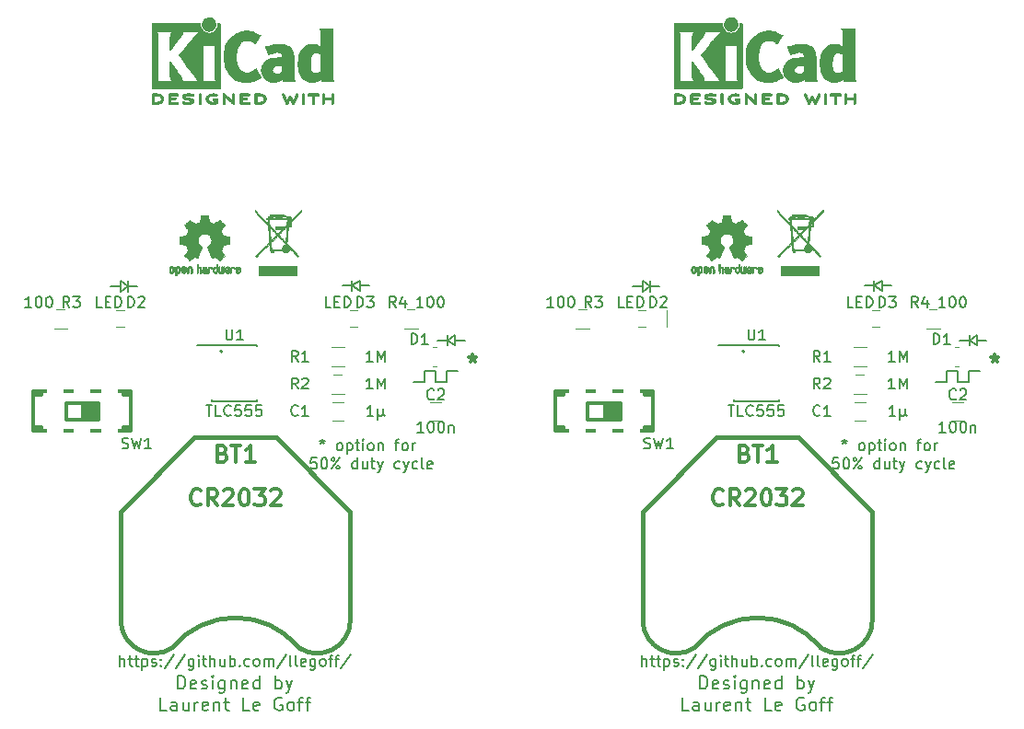
<source format=gto>
G04 #@! TF.GenerationSoftware,KiCad,Pcbnew,(5.0.0)*
G04 #@! TF.CreationDate,2019-01-07T22:48:05+01:00*
G04 #@! TF.ProjectId,panel,70616E656C2E6B696361645F70636200,rev?*
G04 #@! TF.SameCoordinates,Original*
G04 #@! TF.FileFunction,Legend,Top*
G04 #@! TF.FilePolarity,Positive*
%FSLAX46Y46*%
G04 Gerber Fmt 4.6, Leading zero omitted, Abs format (unit mm)*
G04 Created by KiCad (PCBNEW (5.0.0)) date 01/07/19 22:48:05*
%MOMM*%
%LPD*%
G01*
G04 APERTURE LIST*
%ADD10C,0.200000*%
%ADD11C,0.300000*%
%ADD12C,0.120000*%
%ADD13C,0.010000*%
%ADD14C,0.381000*%
%ADD15C,0.150000*%
%ADD16C,0.304800*%
%ADD17R,2.600000X1.900000*%
%ADD18R,1.900000X1.650000*%
%ADD19C,6.400000*%
%ADD20R,5.480000X5.480000*%
%ADD21R,1.950000X1.000000*%
%ADD22R,1.600000X2.900000*%
%ADD23R,1.900000X1.700000*%
G04 APERTURE END LIST*
D10*
X181250000Y-107500000D02*
X180250000Y-107500000D01*
X183313207Y-103668463D02*
X184013207Y-103168463D01*
X184013207Y-104168463D02*
X183313207Y-103668463D01*
X184013207Y-103168463D02*
X184013207Y-104168463D01*
X183313207Y-104168463D02*
X183313207Y-103168463D01*
X183250000Y-107500000D02*
X183250000Y-106500000D01*
X183313207Y-103668463D02*
X182413207Y-103668463D01*
X183250000Y-106500000D02*
X184250000Y-106500000D01*
X184013207Y-103668463D02*
X184913207Y-103668463D01*
X162650000Y-104700000D02*
G75*
G03X162650000Y-104700000I-100000J0D01*
G01*
X153250000Y-98200000D02*
X153950000Y-98700000D01*
X153950000Y-98700000D02*
X153250000Y-99200000D01*
X175263207Y-98668463D02*
X176163207Y-98668463D01*
X153950000Y-98200000D02*
X153950000Y-99200000D01*
X153250000Y-98700000D02*
X152350000Y-98700000D01*
X181250000Y-106500000D02*
X182250000Y-106500000D01*
X181250000Y-107500000D02*
X181250000Y-106500000D01*
X153250000Y-99200000D02*
X153250000Y-98200000D01*
X182250000Y-107500000D02*
X183250000Y-107500000D01*
X153950000Y-98700000D02*
X154850000Y-98700000D01*
X174563207Y-98668463D02*
X173663207Y-98668463D01*
X175263207Y-99168463D02*
X174563207Y-98668463D01*
X174563207Y-98668463D02*
X175263207Y-98168463D01*
X175263207Y-98168463D02*
X175263207Y-99168463D01*
X174563207Y-99168463D02*
X174563207Y-98168463D01*
X182250000Y-106500000D02*
X182250000Y-107500000D01*
X153226190Y-133652380D02*
X153226190Y-132652380D01*
X153654761Y-133652380D02*
X153654761Y-133128571D01*
X153607142Y-133033333D01*
X153511904Y-132985714D01*
X153369047Y-132985714D01*
X153273809Y-133033333D01*
X153226190Y-133080952D01*
X153988095Y-132985714D02*
X154369047Y-132985714D01*
X154130952Y-132652380D02*
X154130952Y-133509523D01*
X154178571Y-133604761D01*
X154273809Y-133652380D01*
X154369047Y-133652380D01*
X154559523Y-132985714D02*
X154940476Y-132985714D01*
X154702380Y-132652380D02*
X154702380Y-133509523D01*
X154750000Y-133604761D01*
X154845238Y-133652380D01*
X154940476Y-133652380D01*
X155273809Y-132985714D02*
X155273809Y-133985714D01*
X155273809Y-133033333D02*
X155369047Y-132985714D01*
X155559523Y-132985714D01*
X155654761Y-133033333D01*
X155702380Y-133080952D01*
X155750000Y-133176190D01*
X155750000Y-133461904D01*
X155702380Y-133557142D01*
X155654761Y-133604761D01*
X155559523Y-133652380D01*
X155369047Y-133652380D01*
X155273809Y-133604761D01*
X156130952Y-133604761D02*
X156226190Y-133652380D01*
X156416666Y-133652380D01*
X156511904Y-133604761D01*
X156559523Y-133509523D01*
X156559523Y-133461904D01*
X156511904Y-133366666D01*
X156416666Y-133319047D01*
X156273809Y-133319047D01*
X156178571Y-133271428D01*
X156130952Y-133176190D01*
X156130952Y-133128571D01*
X156178571Y-133033333D01*
X156273809Y-132985714D01*
X156416666Y-132985714D01*
X156511904Y-133033333D01*
X156988095Y-133557142D02*
X157035714Y-133604761D01*
X156988095Y-133652380D01*
X156940476Y-133604761D01*
X156988095Y-133557142D01*
X156988095Y-133652380D01*
X156988095Y-133033333D02*
X157035714Y-133080952D01*
X156988095Y-133128571D01*
X156940476Y-133080952D01*
X156988095Y-133033333D01*
X156988095Y-133128571D01*
X158178571Y-132604761D02*
X157321428Y-133890476D01*
X159226190Y-132604761D02*
X158369047Y-133890476D01*
X159988095Y-132985714D02*
X159988095Y-133795238D01*
X159940476Y-133890476D01*
X159892857Y-133938095D01*
X159797619Y-133985714D01*
X159654761Y-133985714D01*
X159559523Y-133938095D01*
X159988095Y-133604761D02*
X159892857Y-133652380D01*
X159702380Y-133652380D01*
X159607142Y-133604761D01*
X159559523Y-133557142D01*
X159511904Y-133461904D01*
X159511904Y-133176190D01*
X159559523Y-133080952D01*
X159607142Y-133033333D01*
X159702380Y-132985714D01*
X159892857Y-132985714D01*
X159988095Y-133033333D01*
X160464285Y-133652380D02*
X160464285Y-132985714D01*
X160464285Y-132652380D02*
X160416666Y-132700000D01*
X160464285Y-132747619D01*
X160511904Y-132700000D01*
X160464285Y-132652380D01*
X160464285Y-132747619D01*
X160797619Y-132985714D02*
X161178571Y-132985714D01*
X160940476Y-132652380D02*
X160940476Y-133509523D01*
X160988095Y-133604761D01*
X161083333Y-133652380D01*
X161178571Y-133652380D01*
X161511904Y-133652380D02*
X161511904Y-132652380D01*
X161940476Y-133652380D02*
X161940476Y-133128571D01*
X161892857Y-133033333D01*
X161797619Y-132985714D01*
X161654761Y-132985714D01*
X161559523Y-133033333D01*
X161511904Y-133080952D01*
X162845238Y-132985714D02*
X162845238Y-133652380D01*
X162416666Y-132985714D02*
X162416666Y-133509523D01*
X162464285Y-133604761D01*
X162559523Y-133652380D01*
X162702380Y-133652380D01*
X162797619Y-133604761D01*
X162845238Y-133557142D01*
X163321428Y-133652380D02*
X163321428Y-132652380D01*
X163321428Y-133033333D02*
X163416666Y-132985714D01*
X163607142Y-132985714D01*
X163702380Y-133033333D01*
X163750000Y-133080952D01*
X163797619Y-133176190D01*
X163797619Y-133461904D01*
X163750000Y-133557142D01*
X163702380Y-133604761D01*
X163607142Y-133652380D01*
X163416666Y-133652380D01*
X163321428Y-133604761D01*
X164226190Y-133557142D02*
X164273809Y-133604761D01*
X164226190Y-133652380D01*
X164178571Y-133604761D01*
X164226190Y-133557142D01*
X164226190Y-133652380D01*
X165130952Y-133604761D02*
X165035714Y-133652380D01*
X164845238Y-133652380D01*
X164750000Y-133604761D01*
X164702380Y-133557142D01*
X164654761Y-133461904D01*
X164654761Y-133176190D01*
X164702380Y-133080952D01*
X164750000Y-133033333D01*
X164845238Y-132985714D01*
X165035714Y-132985714D01*
X165130952Y-133033333D01*
X165702380Y-133652380D02*
X165607142Y-133604761D01*
X165559523Y-133557142D01*
X165511904Y-133461904D01*
X165511904Y-133176190D01*
X165559523Y-133080952D01*
X165607142Y-133033333D01*
X165702380Y-132985714D01*
X165845238Y-132985714D01*
X165940476Y-133033333D01*
X165988095Y-133080952D01*
X166035714Y-133176190D01*
X166035714Y-133461904D01*
X165988095Y-133557142D01*
X165940476Y-133604761D01*
X165845238Y-133652380D01*
X165702380Y-133652380D01*
X166464285Y-133652380D02*
X166464285Y-132985714D01*
X166464285Y-133080952D02*
X166511904Y-133033333D01*
X166607142Y-132985714D01*
X166750000Y-132985714D01*
X166845238Y-133033333D01*
X166892857Y-133128571D01*
X166892857Y-133652380D01*
X166892857Y-133128571D02*
X166940476Y-133033333D01*
X167035714Y-132985714D01*
X167178571Y-132985714D01*
X167273809Y-133033333D01*
X167321428Y-133128571D01*
X167321428Y-133652380D01*
X168511904Y-132604761D02*
X167654761Y-133890476D01*
X168988095Y-133652380D02*
X168892857Y-133604761D01*
X168845238Y-133509523D01*
X168845238Y-132652380D01*
X169511904Y-133652380D02*
X169416666Y-133604761D01*
X169369047Y-133509523D01*
X169369047Y-132652380D01*
X170273809Y-133604761D02*
X170178571Y-133652380D01*
X169988095Y-133652380D01*
X169892857Y-133604761D01*
X169845238Y-133509523D01*
X169845238Y-133128571D01*
X169892857Y-133033333D01*
X169988095Y-132985714D01*
X170178571Y-132985714D01*
X170273809Y-133033333D01*
X170321428Y-133128571D01*
X170321428Y-133223809D01*
X169845238Y-133319047D01*
X171178571Y-132985714D02*
X171178571Y-133795238D01*
X171130952Y-133890476D01*
X171083333Y-133938095D01*
X170988095Y-133985714D01*
X170845238Y-133985714D01*
X170750000Y-133938095D01*
X171178571Y-133604761D02*
X171083333Y-133652380D01*
X170892857Y-133652380D01*
X170797619Y-133604761D01*
X170750000Y-133557142D01*
X170702380Y-133461904D01*
X170702380Y-133176190D01*
X170750000Y-133080952D01*
X170797619Y-133033333D01*
X170892857Y-132985714D01*
X171083333Y-132985714D01*
X171178571Y-133033333D01*
X171797619Y-133652380D02*
X171702380Y-133604761D01*
X171654761Y-133557142D01*
X171607142Y-133461904D01*
X171607142Y-133176190D01*
X171654761Y-133080952D01*
X171702380Y-133033333D01*
X171797619Y-132985714D01*
X171940476Y-132985714D01*
X172035714Y-133033333D01*
X172083333Y-133080952D01*
X172130952Y-133176190D01*
X172130952Y-133461904D01*
X172083333Y-133557142D01*
X172035714Y-133604761D01*
X171940476Y-133652380D01*
X171797619Y-133652380D01*
X172416666Y-132985714D02*
X172797619Y-132985714D01*
X172559523Y-133652380D02*
X172559523Y-132795238D01*
X172607142Y-132700000D01*
X172702380Y-132652380D01*
X172797619Y-132652380D01*
X172988095Y-132985714D02*
X173369047Y-132985714D01*
X173130952Y-133652380D02*
X173130952Y-132795238D01*
X173178571Y-132700000D01*
X173273809Y-132652380D01*
X173369047Y-132652380D01*
X174416666Y-132604761D02*
X173559523Y-133890476D01*
X158550000Y-135742857D02*
X158550000Y-134542857D01*
X158835714Y-134542857D01*
X159007142Y-134600000D01*
X159121428Y-134714285D01*
X159178571Y-134828571D01*
X159235714Y-135057142D01*
X159235714Y-135228571D01*
X159178571Y-135457142D01*
X159121428Y-135571428D01*
X159007142Y-135685714D01*
X158835714Y-135742857D01*
X158550000Y-135742857D01*
X160207142Y-135685714D02*
X160092857Y-135742857D01*
X159864285Y-135742857D01*
X159750000Y-135685714D01*
X159692857Y-135571428D01*
X159692857Y-135114285D01*
X159750000Y-135000000D01*
X159864285Y-134942857D01*
X160092857Y-134942857D01*
X160207142Y-135000000D01*
X160264285Y-135114285D01*
X160264285Y-135228571D01*
X159692857Y-135342857D01*
X160721428Y-135685714D02*
X160835714Y-135742857D01*
X161064285Y-135742857D01*
X161178571Y-135685714D01*
X161235714Y-135571428D01*
X161235714Y-135514285D01*
X161178571Y-135400000D01*
X161064285Y-135342857D01*
X160892857Y-135342857D01*
X160778571Y-135285714D01*
X160721428Y-135171428D01*
X160721428Y-135114285D01*
X160778571Y-135000000D01*
X160892857Y-134942857D01*
X161064285Y-134942857D01*
X161178571Y-135000000D01*
X161750000Y-135742857D02*
X161750000Y-134942857D01*
X161750000Y-134542857D02*
X161692857Y-134600000D01*
X161750000Y-134657142D01*
X161807142Y-134600000D01*
X161750000Y-134542857D01*
X161750000Y-134657142D01*
X162835714Y-134942857D02*
X162835714Y-135914285D01*
X162778571Y-136028571D01*
X162721428Y-136085714D01*
X162607142Y-136142857D01*
X162435714Y-136142857D01*
X162321428Y-136085714D01*
X162835714Y-135685714D02*
X162721428Y-135742857D01*
X162492857Y-135742857D01*
X162378571Y-135685714D01*
X162321428Y-135628571D01*
X162264285Y-135514285D01*
X162264285Y-135171428D01*
X162321428Y-135057142D01*
X162378571Y-135000000D01*
X162492857Y-134942857D01*
X162721428Y-134942857D01*
X162835714Y-135000000D01*
X163407142Y-134942857D02*
X163407142Y-135742857D01*
X163407142Y-135057142D02*
X163464285Y-135000000D01*
X163578571Y-134942857D01*
X163750000Y-134942857D01*
X163864285Y-135000000D01*
X163921428Y-135114285D01*
X163921428Y-135742857D01*
X164950000Y-135685714D02*
X164835714Y-135742857D01*
X164607142Y-135742857D01*
X164492857Y-135685714D01*
X164435714Y-135571428D01*
X164435714Y-135114285D01*
X164492857Y-135000000D01*
X164607142Y-134942857D01*
X164835714Y-134942857D01*
X164950000Y-135000000D01*
X165007142Y-135114285D01*
X165007142Y-135228571D01*
X164435714Y-135342857D01*
X166035714Y-135742857D02*
X166035714Y-134542857D01*
X166035714Y-135685714D02*
X165921428Y-135742857D01*
X165692857Y-135742857D01*
X165578571Y-135685714D01*
X165521428Y-135628571D01*
X165464285Y-135514285D01*
X165464285Y-135171428D01*
X165521428Y-135057142D01*
X165578571Y-135000000D01*
X165692857Y-134942857D01*
X165921428Y-134942857D01*
X166035714Y-135000000D01*
X167521428Y-135742857D02*
X167521428Y-134542857D01*
X167521428Y-135000000D02*
X167635714Y-134942857D01*
X167864285Y-134942857D01*
X167978571Y-135000000D01*
X168035714Y-135057142D01*
X168092857Y-135171428D01*
X168092857Y-135514285D01*
X168035714Y-135628571D01*
X167978571Y-135685714D01*
X167864285Y-135742857D01*
X167635714Y-135742857D01*
X167521428Y-135685714D01*
X168492857Y-134942857D02*
X168778571Y-135742857D01*
X169064285Y-134942857D02*
X168778571Y-135742857D01*
X168664285Y-136028571D01*
X168607142Y-136085714D01*
X168492857Y-136142857D01*
X157521428Y-137742857D02*
X156950000Y-137742857D01*
X156950000Y-136542857D01*
X158435714Y-137742857D02*
X158435714Y-137114285D01*
X158378571Y-137000000D01*
X158264285Y-136942857D01*
X158035714Y-136942857D01*
X157921428Y-137000000D01*
X158435714Y-137685714D02*
X158321428Y-137742857D01*
X158035714Y-137742857D01*
X157921428Y-137685714D01*
X157864285Y-137571428D01*
X157864285Y-137457142D01*
X157921428Y-137342857D01*
X158035714Y-137285714D01*
X158321428Y-137285714D01*
X158435714Y-137228571D01*
X159521428Y-136942857D02*
X159521428Y-137742857D01*
X159007142Y-136942857D02*
X159007142Y-137571428D01*
X159064285Y-137685714D01*
X159178571Y-137742857D01*
X159350000Y-137742857D01*
X159464285Y-137685714D01*
X159521428Y-137628571D01*
X160092857Y-137742857D02*
X160092857Y-136942857D01*
X160092857Y-137171428D02*
X160150000Y-137057142D01*
X160207142Y-137000000D01*
X160321428Y-136942857D01*
X160435714Y-136942857D01*
X161292857Y-137685714D02*
X161178571Y-137742857D01*
X160950000Y-137742857D01*
X160835714Y-137685714D01*
X160778571Y-137571428D01*
X160778571Y-137114285D01*
X160835714Y-137000000D01*
X160950000Y-136942857D01*
X161178571Y-136942857D01*
X161292857Y-137000000D01*
X161350000Y-137114285D01*
X161350000Y-137228571D01*
X160778571Y-137342857D01*
X161864285Y-136942857D02*
X161864285Y-137742857D01*
X161864285Y-137057142D02*
X161921428Y-137000000D01*
X162035714Y-136942857D01*
X162207142Y-136942857D01*
X162321428Y-137000000D01*
X162378571Y-137114285D01*
X162378571Y-137742857D01*
X162778571Y-136942857D02*
X163235714Y-136942857D01*
X162950000Y-136542857D02*
X162950000Y-137571428D01*
X163007142Y-137685714D01*
X163121428Y-137742857D01*
X163235714Y-137742857D01*
X165121428Y-137742857D02*
X164550000Y-137742857D01*
X164550000Y-136542857D01*
X165978571Y-137685714D02*
X165864285Y-137742857D01*
X165635714Y-137742857D01*
X165521428Y-137685714D01*
X165464285Y-137571428D01*
X165464285Y-137114285D01*
X165521428Y-137000000D01*
X165635714Y-136942857D01*
X165864285Y-136942857D01*
X165978571Y-137000000D01*
X166035714Y-137114285D01*
X166035714Y-137228571D01*
X165464285Y-137342857D01*
X168092857Y-136600000D02*
X167978571Y-136542857D01*
X167807142Y-136542857D01*
X167635714Y-136600000D01*
X167521428Y-136714285D01*
X167464285Y-136828571D01*
X167407142Y-137057142D01*
X167407142Y-137228571D01*
X167464285Y-137457142D01*
X167521428Y-137571428D01*
X167635714Y-137685714D01*
X167807142Y-137742857D01*
X167921428Y-137742857D01*
X168092857Y-137685714D01*
X168150000Y-137628571D01*
X168150000Y-137228571D01*
X167921428Y-137228571D01*
X168835714Y-137742857D02*
X168721428Y-137685714D01*
X168664285Y-137628571D01*
X168607142Y-137514285D01*
X168607142Y-137171428D01*
X168664285Y-137057142D01*
X168721428Y-137000000D01*
X168835714Y-136942857D01*
X169007142Y-136942857D01*
X169121428Y-137000000D01*
X169178571Y-137057142D01*
X169235714Y-137171428D01*
X169235714Y-137514285D01*
X169178571Y-137628571D01*
X169121428Y-137685714D01*
X169007142Y-137742857D01*
X168835714Y-137742857D01*
X169578571Y-136942857D02*
X170035714Y-136942857D01*
X169750000Y-137742857D02*
X169750000Y-136714285D01*
X169807142Y-136600000D01*
X169921428Y-136542857D01*
X170035714Y-136542857D01*
X170264285Y-136942857D02*
X170721428Y-136942857D01*
X170435714Y-137742857D02*
X170435714Y-136714285D01*
X170492857Y-136600000D01*
X170607142Y-136542857D01*
X170721428Y-136542857D01*
D11*
X185650000Y-104978571D02*
X185650000Y-105335714D01*
X185292857Y-105192857D02*
X185650000Y-105335714D01*
X186007142Y-105192857D01*
X185435714Y-105621428D02*
X185650000Y-105335714D01*
X185864285Y-105621428D01*
D10*
X171826190Y-112802380D02*
X171826190Y-113040476D01*
X171588095Y-112945238D02*
X171826190Y-113040476D01*
X172064285Y-112945238D01*
X171683333Y-113230952D02*
X171826190Y-113040476D01*
X171969047Y-113230952D01*
X173350000Y-113802380D02*
X173254761Y-113754761D01*
X173207142Y-113707142D01*
X173159523Y-113611904D01*
X173159523Y-113326190D01*
X173207142Y-113230952D01*
X173254761Y-113183333D01*
X173350000Y-113135714D01*
X173492857Y-113135714D01*
X173588095Y-113183333D01*
X173635714Y-113230952D01*
X173683333Y-113326190D01*
X173683333Y-113611904D01*
X173635714Y-113707142D01*
X173588095Y-113754761D01*
X173492857Y-113802380D01*
X173350000Y-113802380D01*
X174111904Y-113135714D02*
X174111904Y-114135714D01*
X174111904Y-113183333D02*
X174207142Y-113135714D01*
X174397619Y-113135714D01*
X174492857Y-113183333D01*
X174540476Y-113230952D01*
X174588095Y-113326190D01*
X174588095Y-113611904D01*
X174540476Y-113707142D01*
X174492857Y-113754761D01*
X174397619Y-113802380D01*
X174207142Y-113802380D01*
X174111904Y-113754761D01*
X174873809Y-113135714D02*
X175254761Y-113135714D01*
X175016666Y-112802380D02*
X175016666Y-113659523D01*
X175064285Y-113754761D01*
X175159523Y-113802380D01*
X175254761Y-113802380D01*
X175588095Y-113802380D02*
X175588095Y-113135714D01*
X175588095Y-112802380D02*
X175540476Y-112850000D01*
X175588095Y-112897619D01*
X175635714Y-112850000D01*
X175588095Y-112802380D01*
X175588095Y-112897619D01*
X176207142Y-113802380D02*
X176111904Y-113754761D01*
X176064285Y-113707142D01*
X176016666Y-113611904D01*
X176016666Y-113326190D01*
X176064285Y-113230952D01*
X176111904Y-113183333D01*
X176207142Y-113135714D01*
X176350000Y-113135714D01*
X176445238Y-113183333D01*
X176492857Y-113230952D01*
X176540476Y-113326190D01*
X176540476Y-113611904D01*
X176492857Y-113707142D01*
X176445238Y-113754761D01*
X176350000Y-113802380D01*
X176207142Y-113802380D01*
X176969047Y-113135714D02*
X176969047Y-113802380D01*
X176969047Y-113230952D02*
X177016666Y-113183333D01*
X177111904Y-113135714D01*
X177254761Y-113135714D01*
X177350000Y-113183333D01*
X177397619Y-113278571D01*
X177397619Y-113802380D01*
X178492857Y-113135714D02*
X178873809Y-113135714D01*
X178635714Y-113802380D02*
X178635714Y-112945238D01*
X178683333Y-112850000D01*
X178778571Y-112802380D01*
X178873809Y-112802380D01*
X179350000Y-113802380D02*
X179254761Y-113754761D01*
X179207142Y-113707142D01*
X179159523Y-113611904D01*
X179159523Y-113326190D01*
X179207142Y-113230952D01*
X179254761Y-113183333D01*
X179350000Y-113135714D01*
X179492857Y-113135714D01*
X179588095Y-113183333D01*
X179635714Y-113230952D01*
X179683333Y-113326190D01*
X179683333Y-113611904D01*
X179635714Y-113707142D01*
X179588095Y-113754761D01*
X179492857Y-113802380D01*
X179350000Y-113802380D01*
X180111904Y-113802380D02*
X180111904Y-113135714D01*
X180111904Y-113326190D02*
X180159523Y-113230952D01*
X180207142Y-113183333D01*
X180302380Y-113135714D01*
X180397619Y-113135714D01*
X171278571Y-114502380D02*
X170802380Y-114502380D01*
X170754761Y-114978571D01*
X170802380Y-114930952D01*
X170897619Y-114883333D01*
X171135714Y-114883333D01*
X171230952Y-114930952D01*
X171278571Y-114978571D01*
X171326190Y-115073809D01*
X171326190Y-115311904D01*
X171278571Y-115407142D01*
X171230952Y-115454761D01*
X171135714Y-115502380D01*
X170897619Y-115502380D01*
X170802380Y-115454761D01*
X170754761Y-115407142D01*
X171945238Y-114502380D02*
X172040476Y-114502380D01*
X172135714Y-114550000D01*
X172183333Y-114597619D01*
X172230952Y-114692857D01*
X172278571Y-114883333D01*
X172278571Y-115121428D01*
X172230952Y-115311904D01*
X172183333Y-115407142D01*
X172135714Y-115454761D01*
X172040476Y-115502380D01*
X171945238Y-115502380D01*
X171850000Y-115454761D01*
X171802380Y-115407142D01*
X171754761Y-115311904D01*
X171707142Y-115121428D01*
X171707142Y-114883333D01*
X171754761Y-114692857D01*
X171802380Y-114597619D01*
X171850000Y-114550000D01*
X171945238Y-114502380D01*
X172659523Y-115502380D02*
X173421428Y-114502380D01*
X172802380Y-114502380D02*
X172897619Y-114550000D01*
X172945238Y-114645238D01*
X172897619Y-114740476D01*
X172802380Y-114788095D01*
X172707142Y-114740476D01*
X172659523Y-114645238D01*
X172707142Y-114550000D01*
X172802380Y-114502380D01*
X173373809Y-115454761D02*
X173421428Y-115359523D01*
X173373809Y-115264285D01*
X173278571Y-115216666D01*
X173183333Y-115264285D01*
X173135714Y-115359523D01*
X173183333Y-115454761D01*
X173278571Y-115502380D01*
X173373809Y-115454761D01*
X175040476Y-115502380D02*
X175040476Y-114502380D01*
X175040476Y-115454761D02*
X174945238Y-115502380D01*
X174754761Y-115502380D01*
X174659523Y-115454761D01*
X174611904Y-115407142D01*
X174564285Y-115311904D01*
X174564285Y-115026190D01*
X174611904Y-114930952D01*
X174659523Y-114883333D01*
X174754761Y-114835714D01*
X174945238Y-114835714D01*
X175040476Y-114883333D01*
X175945238Y-114835714D02*
X175945238Y-115502380D01*
X175516666Y-114835714D02*
X175516666Y-115359523D01*
X175564285Y-115454761D01*
X175659523Y-115502380D01*
X175802380Y-115502380D01*
X175897619Y-115454761D01*
X175945238Y-115407142D01*
X176278571Y-114835714D02*
X176659523Y-114835714D01*
X176421428Y-114502380D02*
X176421428Y-115359523D01*
X176469047Y-115454761D01*
X176564285Y-115502380D01*
X176659523Y-115502380D01*
X176897619Y-114835714D02*
X177135714Y-115502380D01*
X177373809Y-114835714D02*
X177135714Y-115502380D01*
X177040476Y-115740476D01*
X176992857Y-115788095D01*
X176897619Y-115835714D01*
X178945238Y-115454761D02*
X178850000Y-115502380D01*
X178659523Y-115502380D01*
X178564285Y-115454761D01*
X178516666Y-115407142D01*
X178469047Y-115311904D01*
X178469047Y-115026190D01*
X178516666Y-114930952D01*
X178564285Y-114883333D01*
X178659523Y-114835714D01*
X178850000Y-114835714D01*
X178945238Y-114883333D01*
X179278571Y-114835714D02*
X179516666Y-115502380D01*
X179754761Y-114835714D02*
X179516666Y-115502380D01*
X179421428Y-115740476D01*
X179373809Y-115788095D01*
X179278571Y-115835714D01*
X180564285Y-115454761D02*
X180469047Y-115502380D01*
X180278571Y-115502380D01*
X180183333Y-115454761D01*
X180135714Y-115407142D01*
X180088095Y-115311904D01*
X180088095Y-115026190D01*
X180135714Y-114930952D01*
X180183333Y-114883333D01*
X180278571Y-114835714D01*
X180469047Y-114835714D01*
X180564285Y-114883333D01*
X181135714Y-115502380D02*
X181040476Y-115454761D01*
X180992857Y-115359523D01*
X180992857Y-114502380D01*
X181897619Y-115454761D02*
X181802380Y-115502380D01*
X181611904Y-115502380D01*
X181516666Y-115454761D01*
X181469047Y-115359523D01*
X181469047Y-114978571D01*
X181516666Y-114883333D01*
X181611904Y-114835714D01*
X181802380Y-114835714D01*
X181897619Y-114883333D01*
X181945238Y-114978571D01*
X181945238Y-115073809D01*
X181469047Y-115169047D01*
X123826190Y-112802380D02*
X123826190Y-113040476D01*
X123588095Y-112945238D02*
X123826190Y-113040476D01*
X124064285Y-112945238D01*
X123683333Y-113230952D02*
X123826190Y-113040476D01*
X123969047Y-113230952D01*
X125350000Y-113802380D02*
X125254761Y-113754761D01*
X125207142Y-113707142D01*
X125159523Y-113611904D01*
X125159523Y-113326190D01*
X125207142Y-113230952D01*
X125254761Y-113183333D01*
X125350000Y-113135714D01*
X125492857Y-113135714D01*
X125588095Y-113183333D01*
X125635714Y-113230952D01*
X125683333Y-113326190D01*
X125683333Y-113611904D01*
X125635714Y-113707142D01*
X125588095Y-113754761D01*
X125492857Y-113802380D01*
X125350000Y-113802380D01*
X126111904Y-113135714D02*
X126111904Y-114135714D01*
X126111904Y-113183333D02*
X126207142Y-113135714D01*
X126397619Y-113135714D01*
X126492857Y-113183333D01*
X126540476Y-113230952D01*
X126588095Y-113326190D01*
X126588095Y-113611904D01*
X126540476Y-113707142D01*
X126492857Y-113754761D01*
X126397619Y-113802380D01*
X126207142Y-113802380D01*
X126111904Y-113754761D01*
X126873809Y-113135714D02*
X127254761Y-113135714D01*
X127016666Y-112802380D02*
X127016666Y-113659523D01*
X127064285Y-113754761D01*
X127159523Y-113802380D01*
X127254761Y-113802380D01*
X127588095Y-113802380D02*
X127588095Y-113135714D01*
X127588095Y-112802380D02*
X127540476Y-112850000D01*
X127588095Y-112897619D01*
X127635714Y-112850000D01*
X127588095Y-112802380D01*
X127588095Y-112897619D01*
X128207142Y-113802380D02*
X128111904Y-113754761D01*
X128064285Y-113707142D01*
X128016666Y-113611904D01*
X128016666Y-113326190D01*
X128064285Y-113230952D01*
X128111904Y-113183333D01*
X128207142Y-113135714D01*
X128350000Y-113135714D01*
X128445238Y-113183333D01*
X128492857Y-113230952D01*
X128540476Y-113326190D01*
X128540476Y-113611904D01*
X128492857Y-113707142D01*
X128445238Y-113754761D01*
X128350000Y-113802380D01*
X128207142Y-113802380D01*
X128969047Y-113135714D02*
X128969047Y-113802380D01*
X128969047Y-113230952D02*
X129016666Y-113183333D01*
X129111904Y-113135714D01*
X129254761Y-113135714D01*
X129350000Y-113183333D01*
X129397619Y-113278571D01*
X129397619Y-113802380D01*
X130492857Y-113135714D02*
X130873809Y-113135714D01*
X130635714Y-113802380D02*
X130635714Y-112945238D01*
X130683333Y-112850000D01*
X130778571Y-112802380D01*
X130873809Y-112802380D01*
X131350000Y-113802380D02*
X131254761Y-113754761D01*
X131207142Y-113707142D01*
X131159523Y-113611904D01*
X131159523Y-113326190D01*
X131207142Y-113230952D01*
X131254761Y-113183333D01*
X131350000Y-113135714D01*
X131492857Y-113135714D01*
X131588095Y-113183333D01*
X131635714Y-113230952D01*
X131683333Y-113326190D01*
X131683333Y-113611904D01*
X131635714Y-113707142D01*
X131588095Y-113754761D01*
X131492857Y-113802380D01*
X131350000Y-113802380D01*
X132111904Y-113802380D02*
X132111904Y-113135714D01*
X132111904Y-113326190D02*
X132159523Y-113230952D01*
X132207142Y-113183333D01*
X132302380Y-113135714D01*
X132397619Y-113135714D01*
X123278571Y-114502380D02*
X122802380Y-114502380D01*
X122754761Y-114978571D01*
X122802380Y-114930952D01*
X122897619Y-114883333D01*
X123135714Y-114883333D01*
X123230952Y-114930952D01*
X123278571Y-114978571D01*
X123326190Y-115073809D01*
X123326190Y-115311904D01*
X123278571Y-115407142D01*
X123230952Y-115454761D01*
X123135714Y-115502380D01*
X122897619Y-115502380D01*
X122802380Y-115454761D01*
X122754761Y-115407142D01*
X123945238Y-114502380D02*
X124040476Y-114502380D01*
X124135714Y-114550000D01*
X124183333Y-114597619D01*
X124230952Y-114692857D01*
X124278571Y-114883333D01*
X124278571Y-115121428D01*
X124230952Y-115311904D01*
X124183333Y-115407142D01*
X124135714Y-115454761D01*
X124040476Y-115502380D01*
X123945238Y-115502380D01*
X123850000Y-115454761D01*
X123802380Y-115407142D01*
X123754761Y-115311904D01*
X123707142Y-115121428D01*
X123707142Y-114883333D01*
X123754761Y-114692857D01*
X123802380Y-114597619D01*
X123850000Y-114550000D01*
X123945238Y-114502380D01*
X124659523Y-115502380D02*
X125421428Y-114502380D01*
X124802380Y-114502380D02*
X124897619Y-114550000D01*
X124945238Y-114645238D01*
X124897619Y-114740476D01*
X124802380Y-114788095D01*
X124707142Y-114740476D01*
X124659523Y-114645238D01*
X124707142Y-114550000D01*
X124802380Y-114502380D01*
X125373809Y-115454761D02*
X125421428Y-115359523D01*
X125373809Y-115264285D01*
X125278571Y-115216666D01*
X125183333Y-115264285D01*
X125135714Y-115359523D01*
X125183333Y-115454761D01*
X125278571Y-115502380D01*
X125373809Y-115454761D01*
X127040476Y-115502380D02*
X127040476Y-114502380D01*
X127040476Y-115454761D02*
X126945238Y-115502380D01*
X126754761Y-115502380D01*
X126659523Y-115454761D01*
X126611904Y-115407142D01*
X126564285Y-115311904D01*
X126564285Y-115026190D01*
X126611904Y-114930952D01*
X126659523Y-114883333D01*
X126754761Y-114835714D01*
X126945238Y-114835714D01*
X127040476Y-114883333D01*
X127945238Y-114835714D02*
X127945238Y-115502380D01*
X127516666Y-114835714D02*
X127516666Y-115359523D01*
X127564285Y-115454761D01*
X127659523Y-115502380D01*
X127802380Y-115502380D01*
X127897619Y-115454761D01*
X127945238Y-115407142D01*
X128278571Y-114835714D02*
X128659523Y-114835714D01*
X128421428Y-114502380D02*
X128421428Y-115359523D01*
X128469047Y-115454761D01*
X128564285Y-115502380D01*
X128659523Y-115502380D01*
X128897619Y-114835714D02*
X129135714Y-115502380D01*
X129373809Y-114835714D02*
X129135714Y-115502380D01*
X129040476Y-115740476D01*
X128992857Y-115788095D01*
X128897619Y-115835714D01*
X130945238Y-115454761D02*
X130850000Y-115502380D01*
X130659523Y-115502380D01*
X130564285Y-115454761D01*
X130516666Y-115407142D01*
X130469047Y-115311904D01*
X130469047Y-115026190D01*
X130516666Y-114930952D01*
X130564285Y-114883333D01*
X130659523Y-114835714D01*
X130850000Y-114835714D01*
X130945238Y-114883333D01*
X131278571Y-114835714D02*
X131516666Y-115502380D01*
X131754761Y-114835714D02*
X131516666Y-115502380D01*
X131421428Y-115740476D01*
X131373809Y-115788095D01*
X131278571Y-115835714D01*
X132564285Y-115454761D02*
X132469047Y-115502380D01*
X132278571Y-115502380D01*
X132183333Y-115454761D01*
X132135714Y-115407142D01*
X132088095Y-115311904D01*
X132088095Y-115026190D01*
X132135714Y-114930952D01*
X132183333Y-114883333D01*
X132278571Y-114835714D01*
X132469047Y-114835714D01*
X132564285Y-114883333D01*
X133135714Y-115502380D02*
X133040476Y-115454761D01*
X132992857Y-115359523D01*
X132992857Y-114502380D01*
X133897619Y-115454761D02*
X133802380Y-115502380D01*
X133611904Y-115502380D01*
X133516666Y-115454761D01*
X133469047Y-115359523D01*
X133469047Y-114978571D01*
X133516666Y-114883333D01*
X133611904Y-114835714D01*
X133802380Y-114835714D01*
X133897619Y-114883333D01*
X133945238Y-114978571D01*
X133945238Y-115073809D01*
X133469047Y-115169047D01*
D11*
X137650000Y-104978571D02*
X137650000Y-105335714D01*
X137292857Y-105192857D02*
X137650000Y-105335714D01*
X138007142Y-105192857D01*
X137435714Y-105621428D02*
X137650000Y-105335714D01*
X137864285Y-105621428D01*
D10*
X136013207Y-103168463D02*
X136013207Y-104168463D01*
X136013207Y-103668463D02*
X136913207Y-103668463D01*
X135313207Y-103668463D02*
X134413207Y-103668463D01*
X135313207Y-104168463D02*
X135313207Y-103168463D01*
X136013207Y-104168463D02*
X135313207Y-103668463D01*
X135313207Y-103668463D02*
X136013207Y-103168463D01*
X105226190Y-133652380D02*
X105226190Y-132652380D01*
X105654761Y-133652380D02*
X105654761Y-133128571D01*
X105607142Y-133033333D01*
X105511904Y-132985714D01*
X105369047Y-132985714D01*
X105273809Y-133033333D01*
X105226190Y-133080952D01*
X105988095Y-132985714D02*
X106369047Y-132985714D01*
X106130952Y-132652380D02*
X106130952Y-133509523D01*
X106178571Y-133604761D01*
X106273809Y-133652380D01*
X106369047Y-133652380D01*
X106559523Y-132985714D02*
X106940476Y-132985714D01*
X106702380Y-132652380D02*
X106702380Y-133509523D01*
X106750000Y-133604761D01*
X106845238Y-133652380D01*
X106940476Y-133652380D01*
X107273809Y-132985714D02*
X107273809Y-133985714D01*
X107273809Y-133033333D02*
X107369047Y-132985714D01*
X107559523Y-132985714D01*
X107654761Y-133033333D01*
X107702380Y-133080952D01*
X107750000Y-133176190D01*
X107750000Y-133461904D01*
X107702380Y-133557142D01*
X107654761Y-133604761D01*
X107559523Y-133652380D01*
X107369047Y-133652380D01*
X107273809Y-133604761D01*
X108130952Y-133604761D02*
X108226190Y-133652380D01*
X108416666Y-133652380D01*
X108511904Y-133604761D01*
X108559523Y-133509523D01*
X108559523Y-133461904D01*
X108511904Y-133366666D01*
X108416666Y-133319047D01*
X108273809Y-133319047D01*
X108178571Y-133271428D01*
X108130952Y-133176190D01*
X108130952Y-133128571D01*
X108178571Y-133033333D01*
X108273809Y-132985714D01*
X108416666Y-132985714D01*
X108511904Y-133033333D01*
X108988095Y-133557142D02*
X109035714Y-133604761D01*
X108988095Y-133652380D01*
X108940476Y-133604761D01*
X108988095Y-133557142D01*
X108988095Y-133652380D01*
X108988095Y-133033333D02*
X109035714Y-133080952D01*
X108988095Y-133128571D01*
X108940476Y-133080952D01*
X108988095Y-133033333D01*
X108988095Y-133128571D01*
X110178571Y-132604761D02*
X109321428Y-133890476D01*
X111226190Y-132604761D02*
X110369047Y-133890476D01*
X111988095Y-132985714D02*
X111988095Y-133795238D01*
X111940476Y-133890476D01*
X111892857Y-133938095D01*
X111797619Y-133985714D01*
X111654761Y-133985714D01*
X111559523Y-133938095D01*
X111988095Y-133604761D02*
X111892857Y-133652380D01*
X111702380Y-133652380D01*
X111607142Y-133604761D01*
X111559523Y-133557142D01*
X111511904Y-133461904D01*
X111511904Y-133176190D01*
X111559523Y-133080952D01*
X111607142Y-133033333D01*
X111702380Y-132985714D01*
X111892857Y-132985714D01*
X111988095Y-133033333D01*
X112464285Y-133652380D02*
X112464285Y-132985714D01*
X112464285Y-132652380D02*
X112416666Y-132700000D01*
X112464285Y-132747619D01*
X112511904Y-132700000D01*
X112464285Y-132652380D01*
X112464285Y-132747619D01*
X112797619Y-132985714D02*
X113178571Y-132985714D01*
X112940476Y-132652380D02*
X112940476Y-133509523D01*
X112988095Y-133604761D01*
X113083333Y-133652380D01*
X113178571Y-133652380D01*
X113511904Y-133652380D02*
X113511904Y-132652380D01*
X113940476Y-133652380D02*
X113940476Y-133128571D01*
X113892857Y-133033333D01*
X113797619Y-132985714D01*
X113654761Y-132985714D01*
X113559523Y-133033333D01*
X113511904Y-133080952D01*
X114845238Y-132985714D02*
X114845238Y-133652380D01*
X114416666Y-132985714D02*
X114416666Y-133509523D01*
X114464285Y-133604761D01*
X114559523Y-133652380D01*
X114702380Y-133652380D01*
X114797619Y-133604761D01*
X114845238Y-133557142D01*
X115321428Y-133652380D02*
X115321428Y-132652380D01*
X115321428Y-133033333D02*
X115416666Y-132985714D01*
X115607142Y-132985714D01*
X115702380Y-133033333D01*
X115750000Y-133080952D01*
X115797619Y-133176190D01*
X115797619Y-133461904D01*
X115750000Y-133557142D01*
X115702380Y-133604761D01*
X115607142Y-133652380D01*
X115416666Y-133652380D01*
X115321428Y-133604761D01*
X116226190Y-133557142D02*
X116273809Y-133604761D01*
X116226190Y-133652380D01*
X116178571Y-133604761D01*
X116226190Y-133557142D01*
X116226190Y-133652380D01*
X117130952Y-133604761D02*
X117035714Y-133652380D01*
X116845238Y-133652380D01*
X116750000Y-133604761D01*
X116702380Y-133557142D01*
X116654761Y-133461904D01*
X116654761Y-133176190D01*
X116702380Y-133080952D01*
X116750000Y-133033333D01*
X116845238Y-132985714D01*
X117035714Y-132985714D01*
X117130952Y-133033333D01*
X117702380Y-133652380D02*
X117607142Y-133604761D01*
X117559523Y-133557142D01*
X117511904Y-133461904D01*
X117511904Y-133176190D01*
X117559523Y-133080952D01*
X117607142Y-133033333D01*
X117702380Y-132985714D01*
X117845238Y-132985714D01*
X117940476Y-133033333D01*
X117988095Y-133080952D01*
X118035714Y-133176190D01*
X118035714Y-133461904D01*
X117988095Y-133557142D01*
X117940476Y-133604761D01*
X117845238Y-133652380D01*
X117702380Y-133652380D01*
X118464285Y-133652380D02*
X118464285Y-132985714D01*
X118464285Y-133080952D02*
X118511904Y-133033333D01*
X118607142Y-132985714D01*
X118750000Y-132985714D01*
X118845238Y-133033333D01*
X118892857Y-133128571D01*
X118892857Y-133652380D01*
X118892857Y-133128571D02*
X118940476Y-133033333D01*
X119035714Y-132985714D01*
X119178571Y-132985714D01*
X119273809Y-133033333D01*
X119321428Y-133128571D01*
X119321428Y-133652380D01*
X120511904Y-132604761D02*
X119654761Y-133890476D01*
X120988095Y-133652380D02*
X120892857Y-133604761D01*
X120845238Y-133509523D01*
X120845238Y-132652380D01*
X121511904Y-133652380D02*
X121416666Y-133604761D01*
X121369047Y-133509523D01*
X121369047Y-132652380D01*
X122273809Y-133604761D02*
X122178571Y-133652380D01*
X121988095Y-133652380D01*
X121892857Y-133604761D01*
X121845238Y-133509523D01*
X121845238Y-133128571D01*
X121892857Y-133033333D01*
X121988095Y-132985714D01*
X122178571Y-132985714D01*
X122273809Y-133033333D01*
X122321428Y-133128571D01*
X122321428Y-133223809D01*
X121845238Y-133319047D01*
X123178571Y-132985714D02*
X123178571Y-133795238D01*
X123130952Y-133890476D01*
X123083333Y-133938095D01*
X122988095Y-133985714D01*
X122845238Y-133985714D01*
X122750000Y-133938095D01*
X123178571Y-133604761D02*
X123083333Y-133652380D01*
X122892857Y-133652380D01*
X122797619Y-133604761D01*
X122750000Y-133557142D01*
X122702380Y-133461904D01*
X122702380Y-133176190D01*
X122750000Y-133080952D01*
X122797619Y-133033333D01*
X122892857Y-132985714D01*
X123083333Y-132985714D01*
X123178571Y-133033333D01*
X123797619Y-133652380D02*
X123702380Y-133604761D01*
X123654761Y-133557142D01*
X123607142Y-133461904D01*
X123607142Y-133176190D01*
X123654761Y-133080952D01*
X123702380Y-133033333D01*
X123797619Y-132985714D01*
X123940476Y-132985714D01*
X124035714Y-133033333D01*
X124083333Y-133080952D01*
X124130952Y-133176190D01*
X124130952Y-133461904D01*
X124083333Y-133557142D01*
X124035714Y-133604761D01*
X123940476Y-133652380D01*
X123797619Y-133652380D01*
X124416666Y-132985714D02*
X124797619Y-132985714D01*
X124559523Y-133652380D02*
X124559523Y-132795238D01*
X124607142Y-132700000D01*
X124702380Y-132652380D01*
X124797619Y-132652380D01*
X124988095Y-132985714D02*
X125369047Y-132985714D01*
X125130952Y-133652380D02*
X125130952Y-132795238D01*
X125178571Y-132700000D01*
X125273809Y-132652380D01*
X125369047Y-132652380D01*
X126416666Y-132604761D02*
X125559523Y-133890476D01*
X110550000Y-135742857D02*
X110550000Y-134542857D01*
X110835714Y-134542857D01*
X111007142Y-134600000D01*
X111121428Y-134714285D01*
X111178571Y-134828571D01*
X111235714Y-135057142D01*
X111235714Y-135228571D01*
X111178571Y-135457142D01*
X111121428Y-135571428D01*
X111007142Y-135685714D01*
X110835714Y-135742857D01*
X110550000Y-135742857D01*
X112207142Y-135685714D02*
X112092857Y-135742857D01*
X111864285Y-135742857D01*
X111750000Y-135685714D01*
X111692857Y-135571428D01*
X111692857Y-135114285D01*
X111750000Y-135000000D01*
X111864285Y-134942857D01*
X112092857Y-134942857D01*
X112207142Y-135000000D01*
X112264285Y-135114285D01*
X112264285Y-135228571D01*
X111692857Y-135342857D01*
X112721428Y-135685714D02*
X112835714Y-135742857D01*
X113064285Y-135742857D01*
X113178571Y-135685714D01*
X113235714Y-135571428D01*
X113235714Y-135514285D01*
X113178571Y-135400000D01*
X113064285Y-135342857D01*
X112892857Y-135342857D01*
X112778571Y-135285714D01*
X112721428Y-135171428D01*
X112721428Y-135114285D01*
X112778571Y-135000000D01*
X112892857Y-134942857D01*
X113064285Y-134942857D01*
X113178571Y-135000000D01*
X113750000Y-135742857D02*
X113750000Y-134942857D01*
X113750000Y-134542857D02*
X113692857Y-134600000D01*
X113750000Y-134657142D01*
X113807142Y-134600000D01*
X113750000Y-134542857D01*
X113750000Y-134657142D01*
X114835714Y-134942857D02*
X114835714Y-135914285D01*
X114778571Y-136028571D01*
X114721428Y-136085714D01*
X114607142Y-136142857D01*
X114435714Y-136142857D01*
X114321428Y-136085714D01*
X114835714Y-135685714D02*
X114721428Y-135742857D01*
X114492857Y-135742857D01*
X114378571Y-135685714D01*
X114321428Y-135628571D01*
X114264285Y-135514285D01*
X114264285Y-135171428D01*
X114321428Y-135057142D01*
X114378571Y-135000000D01*
X114492857Y-134942857D01*
X114721428Y-134942857D01*
X114835714Y-135000000D01*
X115407142Y-134942857D02*
X115407142Y-135742857D01*
X115407142Y-135057142D02*
X115464285Y-135000000D01*
X115578571Y-134942857D01*
X115750000Y-134942857D01*
X115864285Y-135000000D01*
X115921428Y-135114285D01*
X115921428Y-135742857D01*
X116950000Y-135685714D02*
X116835714Y-135742857D01*
X116607142Y-135742857D01*
X116492857Y-135685714D01*
X116435714Y-135571428D01*
X116435714Y-135114285D01*
X116492857Y-135000000D01*
X116607142Y-134942857D01*
X116835714Y-134942857D01*
X116950000Y-135000000D01*
X117007142Y-135114285D01*
X117007142Y-135228571D01*
X116435714Y-135342857D01*
X118035714Y-135742857D02*
X118035714Y-134542857D01*
X118035714Y-135685714D02*
X117921428Y-135742857D01*
X117692857Y-135742857D01*
X117578571Y-135685714D01*
X117521428Y-135628571D01*
X117464285Y-135514285D01*
X117464285Y-135171428D01*
X117521428Y-135057142D01*
X117578571Y-135000000D01*
X117692857Y-134942857D01*
X117921428Y-134942857D01*
X118035714Y-135000000D01*
X119521428Y-135742857D02*
X119521428Y-134542857D01*
X119521428Y-135000000D02*
X119635714Y-134942857D01*
X119864285Y-134942857D01*
X119978571Y-135000000D01*
X120035714Y-135057142D01*
X120092857Y-135171428D01*
X120092857Y-135514285D01*
X120035714Y-135628571D01*
X119978571Y-135685714D01*
X119864285Y-135742857D01*
X119635714Y-135742857D01*
X119521428Y-135685714D01*
X120492857Y-134942857D02*
X120778571Y-135742857D01*
X121064285Y-134942857D02*
X120778571Y-135742857D01*
X120664285Y-136028571D01*
X120607142Y-136085714D01*
X120492857Y-136142857D01*
X109521428Y-137742857D02*
X108950000Y-137742857D01*
X108950000Y-136542857D01*
X110435714Y-137742857D02*
X110435714Y-137114285D01*
X110378571Y-137000000D01*
X110264285Y-136942857D01*
X110035714Y-136942857D01*
X109921428Y-137000000D01*
X110435714Y-137685714D02*
X110321428Y-137742857D01*
X110035714Y-137742857D01*
X109921428Y-137685714D01*
X109864285Y-137571428D01*
X109864285Y-137457142D01*
X109921428Y-137342857D01*
X110035714Y-137285714D01*
X110321428Y-137285714D01*
X110435714Y-137228571D01*
X111521428Y-136942857D02*
X111521428Y-137742857D01*
X111007142Y-136942857D02*
X111007142Y-137571428D01*
X111064285Y-137685714D01*
X111178571Y-137742857D01*
X111350000Y-137742857D01*
X111464285Y-137685714D01*
X111521428Y-137628571D01*
X112092857Y-137742857D02*
X112092857Y-136942857D01*
X112092857Y-137171428D02*
X112150000Y-137057142D01*
X112207142Y-137000000D01*
X112321428Y-136942857D01*
X112435714Y-136942857D01*
X113292857Y-137685714D02*
X113178571Y-137742857D01*
X112950000Y-137742857D01*
X112835714Y-137685714D01*
X112778571Y-137571428D01*
X112778571Y-137114285D01*
X112835714Y-137000000D01*
X112950000Y-136942857D01*
X113178571Y-136942857D01*
X113292857Y-137000000D01*
X113350000Y-137114285D01*
X113350000Y-137228571D01*
X112778571Y-137342857D01*
X113864285Y-136942857D02*
X113864285Y-137742857D01*
X113864285Y-137057142D02*
X113921428Y-137000000D01*
X114035714Y-136942857D01*
X114207142Y-136942857D01*
X114321428Y-137000000D01*
X114378571Y-137114285D01*
X114378571Y-137742857D01*
X114778571Y-136942857D02*
X115235714Y-136942857D01*
X114950000Y-136542857D02*
X114950000Y-137571428D01*
X115007142Y-137685714D01*
X115121428Y-137742857D01*
X115235714Y-137742857D01*
X117121428Y-137742857D02*
X116550000Y-137742857D01*
X116550000Y-136542857D01*
X117978571Y-137685714D02*
X117864285Y-137742857D01*
X117635714Y-137742857D01*
X117521428Y-137685714D01*
X117464285Y-137571428D01*
X117464285Y-137114285D01*
X117521428Y-137000000D01*
X117635714Y-136942857D01*
X117864285Y-136942857D01*
X117978571Y-137000000D01*
X118035714Y-137114285D01*
X118035714Y-137228571D01*
X117464285Y-137342857D01*
X120092857Y-136600000D02*
X119978571Y-136542857D01*
X119807142Y-136542857D01*
X119635714Y-136600000D01*
X119521428Y-136714285D01*
X119464285Y-136828571D01*
X119407142Y-137057142D01*
X119407142Y-137228571D01*
X119464285Y-137457142D01*
X119521428Y-137571428D01*
X119635714Y-137685714D01*
X119807142Y-137742857D01*
X119921428Y-137742857D01*
X120092857Y-137685714D01*
X120150000Y-137628571D01*
X120150000Y-137228571D01*
X119921428Y-137228571D01*
X120835714Y-137742857D02*
X120721428Y-137685714D01*
X120664285Y-137628571D01*
X120607142Y-137514285D01*
X120607142Y-137171428D01*
X120664285Y-137057142D01*
X120721428Y-137000000D01*
X120835714Y-136942857D01*
X121007142Y-136942857D01*
X121121428Y-137000000D01*
X121178571Y-137057142D01*
X121235714Y-137171428D01*
X121235714Y-137514285D01*
X121178571Y-137628571D01*
X121121428Y-137685714D01*
X121007142Y-137742857D01*
X120835714Y-137742857D01*
X121578571Y-136942857D02*
X122035714Y-136942857D01*
X121750000Y-137742857D02*
X121750000Y-136714285D01*
X121807142Y-136600000D01*
X121921428Y-136542857D01*
X122035714Y-136542857D01*
X122264285Y-136942857D02*
X122721428Y-136942857D01*
X122435714Y-137742857D02*
X122435714Y-136714285D01*
X122492857Y-136600000D01*
X122607142Y-136542857D01*
X122721428Y-136542857D01*
X133250000Y-107500000D02*
X132250000Y-107500000D01*
X135250000Y-106500000D02*
X136250000Y-106500000D01*
X135250000Y-107500000D02*
X135250000Y-106500000D01*
X134250000Y-107500000D02*
X135250000Y-107500000D01*
X134250000Y-106500000D02*
X134250000Y-107500000D01*
X133250000Y-106500000D02*
X134250000Y-106500000D01*
X133250000Y-107500000D02*
X133250000Y-106500000D01*
X127263207Y-98668463D02*
X128163207Y-98668463D01*
X127263207Y-98168463D02*
X127263207Y-99168463D01*
X126563207Y-99168463D02*
X126563207Y-98168463D01*
X126563207Y-98668463D02*
X127263207Y-98168463D01*
X127263207Y-99168463D02*
X126563207Y-98668463D01*
X126563207Y-98668463D02*
X125663207Y-98668463D01*
X105250000Y-98700000D02*
X104350000Y-98700000D01*
X105950000Y-98700000D02*
X106850000Y-98700000D01*
X105950000Y-98200000D02*
X105950000Y-99200000D01*
X105950000Y-98700000D02*
X105250000Y-99200000D01*
X105250000Y-98200000D02*
X105950000Y-98700000D01*
X105250000Y-99200000D02*
X105250000Y-98200000D01*
X114650000Y-104700000D02*
G75*
G03X114650000Y-104700000I-100000J0D01*
G01*
D12*
G04 #@! TO.C,D1*
X183300000Y-104300000D02*
X179500000Y-104300000D01*
X179500000Y-104300000D02*
X179500000Y-106100000D01*
X179500000Y-106100000D02*
X183300000Y-106100000D01*
G04 #@! TO.C,C2*
X181750000Y-111050000D02*
X182750000Y-111050000D01*
X182750000Y-109350000D02*
X181750000Y-109350000D01*
D13*
G04 #@! TO.C,REF\002A\002A\002A*
G36*
X169874430Y-91764848D02*
X169873811Y-91851931D01*
X169422086Y-92310891D01*
X168970361Y-92769852D01*
X168970032Y-92980471D01*
X168969703Y-93191089D01*
X168694610Y-93191089D01*
X168687522Y-93244530D01*
X168684838Y-93268888D01*
X168680313Y-93314759D01*
X168674191Y-93379405D01*
X168666712Y-93460091D01*
X168658119Y-93554081D01*
X168648654Y-93658637D01*
X168638558Y-93771025D01*
X168628074Y-93888507D01*
X168617444Y-94008348D01*
X168606909Y-94127811D01*
X168596713Y-94244159D01*
X168587095Y-94354657D01*
X168578300Y-94456569D01*
X168570568Y-94547158D01*
X168564142Y-94623687D01*
X168559263Y-94683421D01*
X168556175Y-94723624D01*
X168555117Y-94741559D01*
X168555118Y-94741644D01*
X168562827Y-94756035D01*
X168585981Y-94785748D01*
X168624895Y-94831131D01*
X168679884Y-94892529D01*
X168751264Y-94970288D01*
X168839349Y-95064754D01*
X168944454Y-95176272D01*
X169066895Y-95305188D01*
X169101310Y-95341287D01*
X169647137Y-95913416D01*
X169558881Y-96001436D01*
X169487485Y-95923758D01*
X169461366Y-95895686D01*
X169420566Y-95852274D01*
X169367777Y-95796366D01*
X169305691Y-95730808D01*
X169237000Y-95658441D01*
X169164396Y-95582112D01*
X169120960Y-95536524D01*
X169039416Y-95451119D01*
X168973504Y-95382710D01*
X168921544Y-95330053D01*
X168881855Y-95291905D01*
X168852757Y-95267020D01*
X168832569Y-95254156D01*
X168819610Y-95252068D01*
X168812200Y-95259513D01*
X168808658Y-95275246D01*
X168807303Y-95298023D01*
X168807121Y-95304239D01*
X168797703Y-95347061D01*
X168774497Y-95398819D01*
X168742136Y-95451328D01*
X168705252Y-95496403D01*
X168690493Y-95510328D01*
X168614767Y-95559047D01*
X168526308Y-95586306D01*
X168448100Y-95592773D01*
X168359468Y-95580576D01*
X168277612Y-95544813D01*
X168205164Y-95486722D01*
X168191797Y-95472262D01*
X168142918Y-95416733D01*
X167297326Y-95416733D01*
X167297326Y-95592773D01*
X167070990Y-95592773D01*
X167070990Y-95510531D01*
X167068150Y-95454386D01*
X167058607Y-95415416D01*
X167047009Y-95394219D01*
X167038723Y-95379052D01*
X167031627Y-95357062D01*
X167025252Y-95324987D01*
X167019128Y-95279569D01*
X167012784Y-95217548D01*
X167005750Y-95135662D01*
X167000934Y-95074746D01*
X166978839Y-94789343D01*
X166436435Y-95338805D01*
X166338363Y-95438228D01*
X166244216Y-95533815D01*
X166155715Y-95623810D01*
X166074580Y-95706457D01*
X166002531Y-95780001D01*
X165941288Y-95842684D01*
X165892573Y-95892752D01*
X165858104Y-95928448D01*
X165839621Y-95947995D01*
X165809257Y-95978944D01*
X165783929Y-96000530D01*
X165770305Y-96007723D01*
X165752905Y-95999297D01*
X165727540Y-95978245D01*
X165718942Y-95969671D01*
X165682486Y-95931620D01*
X165883198Y-95727658D01*
X165934404Y-95675699D01*
X166000431Y-95608820D01*
X166078382Y-95529950D01*
X166165362Y-95442014D01*
X166258474Y-95347941D01*
X166354821Y-95250658D01*
X166451508Y-95153093D01*
X166520866Y-95083145D01*
X166626297Y-94976550D01*
X166714871Y-94886307D01*
X166787719Y-94811192D01*
X166845977Y-94749986D01*
X166890775Y-94701466D01*
X166912979Y-94676129D01*
X167091276Y-94676129D01*
X167113599Y-94961555D01*
X167120331Y-95045219D01*
X167126843Y-95121727D01*
X167132766Y-95187081D01*
X167137732Y-95237281D01*
X167141371Y-95268329D01*
X167142542Y-95275273D01*
X167149162Y-95303565D01*
X168098636Y-95303565D01*
X168104974Y-95224606D01*
X168124110Y-95131315D01*
X168164154Y-95048791D01*
X168222582Y-94980038D01*
X168296871Y-94928063D01*
X168380252Y-94896863D01*
X168407302Y-94882228D01*
X168420844Y-94850819D01*
X168421128Y-94849434D01*
X168422753Y-94836174D01*
X168420744Y-94822595D01*
X168413142Y-94806181D01*
X168397984Y-94784411D01*
X168373312Y-94754767D01*
X168337164Y-94714732D01*
X168287580Y-94661785D01*
X168222599Y-94593409D01*
X168218401Y-94589005D01*
X168148507Y-94515611D01*
X168074200Y-94437437D01*
X168000586Y-94359864D01*
X167932771Y-94288275D01*
X167875860Y-94228051D01*
X167863168Y-94214587D01*
X167814513Y-94163820D01*
X167771291Y-94120375D01*
X167736605Y-94087241D01*
X167713556Y-94067405D01*
X167705818Y-94063046D01*
X167694278Y-94072170D01*
X167667290Y-94097200D01*
X167626979Y-94136052D01*
X167575471Y-94186643D01*
X167514891Y-94246888D01*
X167447364Y-94314704D01*
X167392174Y-94370565D01*
X167091276Y-94676129D01*
X166912979Y-94676129D01*
X166923249Y-94664411D01*
X166944529Y-94637599D01*
X166955749Y-94619808D01*
X166958246Y-94611570D01*
X166957300Y-94593590D01*
X166954427Y-94552892D01*
X166949813Y-94491819D01*
X166943642Y-94412713D01*
X166936102Y-94317914D01*
X166927379Y-94209767D01*
X166917657Y-94090612D01*
X166907124Y-93962791D01*
X166898635Y-93860635D01*
X166850604Y-93284674D01*
X166974195Y-93284674D01*
X166974727Y-93297104D01*
X166977231Y-93332110D01*
X166981504Y-93387215D01*
X166987347Y-93459943D01*
X166994557Y-93547814D01*
X167002934Y-93648351D01*
X167012277Y-93759077D01*
X167021242Y-93864205D01*
X167031398Y-93983483D01*
X167040858Y-94096080D01*
X167049404Y-94199305D01*
X167056821Y-94290473D01*
X167062892Y-94366895D01*
X167067399Y-94425883D01*
X167070127Y-94464749D01*
X167070884Y-94479844D01*
X167072065Y-94489238D01*
X167076744Y-94492966D01*
X167086724Y-94489471D01*
X167103810Y-94477199D01*
X167129804Y-94454594D01*
X167166510Y-94420100D01*
X167215733Y-94372162D01*
X167279274Y-94309224D01*
X167346695Y-94241968D01*
X167622399Y-93966477D01*
X167620467Y-93964406D01*
X167802710Y-93964406D01*
X167811016Y-93975780D01*
X167834267Y-94002563D01*
X167870135Y-94042292D01*
X167916287Y-94092507D01*
X167970394Y-94150746D01*
X168030126Y-94214547D01*
X168093152Y-94281449D01*
X168157142Y-94348990D01*
X168219764Y-94414710D01*
X168278690Y-94476146D01*
X168331588Y-94530837D01*
X168376128Y-94576322D01*
X168409980Y-94610138D01*
X168430812Y-94629826D01*
X168436494Y-94633837D01*
X168438366Y-94620891D01*
X168442254Y-94585134D01*
X168447943Y-94528804D01*
X168455219Y-94454140D01*
X168463869Y-94363380D01*
X168473678Y-94258762D01*
X168484434Y-94142526D01*
X168495921Y-94016908D01*
X168505093Y-93915618D01*
X168516826Y-93784279D01*
X168527665Y-93660552D01*
X168537430Y-93546681D01*
X168545937Y-93444911D01*
X168553005Y-93357487D01*
X168558451Y-93286653D01*
X168562092Y-93234653D01*
X168563747Y-93203732D01*
X168563558Y-93195703D01*
X168553666Y-93202854D01*
X168528476Y-93225841D01*
X168490190Y-93262439D01*
X168441011Y-93310422D01*
X168383139Y-93367566D01*
X168318778Y-93431647D01*
X168250129Y-93500438D01*
X168179395Y-93571716D01*
X168108778Y-93643255D01*
X168040480Y-93712830D01*
X167976704Y-93778217D01*
X167919650Y-93837191D01*
X167871522Y-93887527D01*
X167834522Y-93926999D01*
X167810852Y-93953383D01*
X167802710Y-93964406D01*
X167620467Y-93964406D01*
X167519591Y-93856295D01*
X167467232Y-93800377D01*
X167408465Y-93737948D01*
X167345615Y-93671443D01*
X167281005Y-93603298D01*
X167216958Y-93535948D01*
X167155797Y-93471828D01*
X167099847Y-93413372D01*
X167051430Y-93363018D01*
X167012870Y-93323198D01*
X166986491Y-93296350D01*
X166974616Y-93284908D01*
X166974195Y-93284674D01*
X166850604Y-93284674D01*
X166838599Y-93140726D01*
X166238062Y-92509158D01*
X165637525Y-91877589D01*
X165637966Y-91789315D01*
X165638408Y-91701040D01*
X165735417Y-91804666D01*
X165789709Y-91862463D01*
X165853808Y-91930368D01*
X165925984Y-92006572D01*
X166004508Y-92089269D01*
X166087651Y-92176653D01*
X166173681Y-92266915D01*
X166260870Y-92358250D01*
X166347487Y-92448849D01*
X166431803Y-92536907D01*
X166512088Y-92620615D01*
X166586613Y-92698167D01*
X166653646Y-92767757D01*
X166711459Y-92827576D01*
X166758321Y-92875818D01*
X166792504Y-92910676D01*
X166812276Y-92930343D01*
X166816610Y-92934116D01*
X166816908Y-92920992D01*
X166815269Y-92887389D01*
X166811977Y-92837880D01*
X166807318Y-92777037D01*
X166805318Y-92752732D01*
X166790423Y-92574951D01*
X166907045Y-92574951D01*
X166913066Y-92603243D01*
X166916137Y-92625618D01*
X166920452Y-92667717D01*
X166925512Y-92724178D01*
X166930819Y-92789635D01*
X166932656Y-92813862D01*
X166938073Y-92883421D01*
X166943541Y-92948018D01*
X166948512Y-93001548D01*
X166952439Y-93037910D01*
X166953325Y-93044509D01*
X166956666Y-93058056D01*
X166963899Y-93073914D01*
X166976560Y-93093861D01*
X166996189Y-93119673D01*
X167024322Y-93153129D01*
X167062498Y-93196007D01*
X167112254Y-93250083D01*
X167175129Y-93317136D01*
X167252659Y-93398943D01*
X167331749Y-93481950D01*
X167410436Y-93564094D01*
X167483888Y-93640169D01*
X167550276Y-93708325D01*
X167607773Y-93766712D01*
X167654549Y-93813481D01*
X167688776Y-93846782D01*
X167708627Y-93864767D01*
X167712860Y-93867442D01*
X167723997Y-93857741D01*
X167750029Y-93832441D01*
X167788430Y-93794082D01*
X167836672Y-93745200D01*
X167892230Y-93688334D01*
X167932408Y-93646906D01*
X168142169Y-93430000D01*
X167523663Y-93430000D01*
X167523663Y-93191089D01*
X168278119Y-93191089D01*
X168278119Y-93297542D01*
X168416435Y-93159654D01*
X168514553Y-93061840D01*
X168705643Y-93061840D01*
X168707471Y-93077270D01*
X168716723Y-93085867D01*
X168739050Y-93089613D01*
X168780105Y-93090489D01*
X168787376Y-93090495D01*
X168869109Y-93090495D01*
X168869109Y-92871172D01*
X168787376Y-92952179D01*
X168741270Y-93001428D01*
X168713694Y-93039159D01*
X168705643Y-93061840D01*
X168514553Y-93061840D01*
X168554752Y-93021766D01*
X168554752Y-92898952D01*
X168555137Y-92842450D01*
X168556900Y-92806505D01*
X168560950Y-92786530D01*
X168568199Y-92777937D01*
X168579130Y-92776139D01*
X168591288Y-92773498D01*
X168600273Y-92762912D01*
X168607174Y-92740381D01*
X168613076Y-92701909D01*
X168619065Y-92643498D01*
X168620987Y-92622104D01*
X168625148Y-92574951D01*
X166907045Y-92574951D01*
X166790423Y-92574951D01*
X166630891Y-92574951D01*
X166630891Y-92461782D01*
X166698686Y-92461782D01*
X166738338Y-92460696D01*
X166759884Y-92455454D01*
X166762520Y-92452334D01*
X166901384Y-92452334D01*
X166908692Y-92459462D01*
X166934007Y-92461662D01*
X166951092Y-92461782D01*
X167008119Y-92461782D01*
X167220779Y-92461782D01*
X168635302Y-92461782D01*
X168587458Y-92412786D01*
X168513150Y-92352324D01*
X168421184Y-92305691D01*
X168310002Y-92272249D01*
X168199529Y-92253753D01*
X168127227Y-92245122D01*
X168127227Y-92336040D01*
X167548812Y-92336040D01*
X167548812Y-92232893D01*
X167463935Y-92241496D01*
X167404632Y-92248756D01*
X167341449Y-92258379D01*
X167303614Y-92265252D01*
X167228168Y-92280407D01*
X167224474Y-92371095D01*
X167220779Y-92461782D01*
X167008119Y-92461782D01*
X167008119Y-92411485D01*
X167006456Y-92379976D01*
X167002303Y-92362463D01*
X167000629Y-92361188D01*
X166982013Y-92369254D01*
X166954817Y-92388820D01*
X166927552Y-92412944D01*
X166908733Y-92434682D01*
X166907057Y-92437508D01*
X166901384Y-92452334D01*
X166762520Y-92452334D01*
X166770338Y-92443081D01*
X166774558Y-92429604D01*
X166791781Y-92394627D01*
X166824862Y-92352579D01*
X166868107Y-92309356D01*
X166915826Y-92270854D01*
X166947170Y-92250801D01*
X166982877Y-92228851D01*
X167001181Y-92210411D01*
X167007612Y-92188668D01*
X167008106Y-92175718D01*
X167008106Y-92172575D01*
X167649406Y-92172575D01*
X167649406Y-92235446D01*
X168026633Y-92235446D01*
X168026633Y-92172575D01*
X167649406Y-92172575D01*
X167008106Y-92172575D01*
X167008119Y-92134852D01*
X167113952Y-92134852D01*
X167162645Y-92136029D01*
X167200595Y-92139165D01*
X167221692Y-92143671D01*
X167223977Y-92145495D01*
X167237359Y-92148295D01*
X167269926Y-92147148D01*
X167316084Y-92142393D01*
X167347624Y-92138003D01*
X167404812Y-92129378D01*
X167457114Y-92121591D01*
X167496418Y-92115847D01*
X167507945Y-92114215D01*
X167538063Y-92104888D01*
X167548812Y-92090272D01*
X167552080Y-92084320D01*
X167563770Y-92079778D01*
X167586712Y-92076470D01*
X167623735Y-92074215D01*
X167677668Y-92072834D01*
X167751340Y-92072150D01*
X167838020Y-92071980D01*
X167930529Y-92072077D01*
X168000906Y-92072530D01*
X168052164Y-92073590D01*
X168087320Y-92075503D01*
X168109389Y-92078519D01*
X168121385Y-92082885D01*
X168126324Y-92088849D01*
X168127227Y-92095784D01*
X168134921Y-92117795D01*
X168160121Y-92130321D01*
X168206009Y-92134788D01*
X168214264Y-92134852D01*
X168291973Y-92142868D01*
X168380233Y-92164936D01*
X168471085Y-92198084D01*
X168556570Y-92239339D01*
X168628726Y-92285731D01*
X168638072Y-92293082D01*
X168668533Y-92316998D01*
X168686572Y-92326576D01*
X168699169Y-92323480D01*
X168712100Y-92310704D01*
X168750293Y-92285678D01*
X168799998Y-92276071D01*
X168853524Y-92281067D01*
X168903178Y-92299851D01*
X168941267Y-92331606D01*
X168944025Y-92335297D01*
X168972526Y-92394575D01*
X168977828Y-92455934D01*
X168960518Y-92514427D01*
X168921180Y-92565104D01*
X168916370Y-92569289D01*
X168888440Y-92589167D01*
X168860102Y-92597921D01*
X168820263Y-92598553D01*
X168810311Y-92597992D01*
X168771332Y-92596562D01*
X168751254Y-92599839D01*
X168743985Y-92609728D01*
X168743240Y-92618961D01*
X168741716Y-92645744D01*
X168737935Y-92686025D01*
X168735218Y-92710124D01*
X168731277Y-92748401D01*
X168732916Y-92767996D01*
X168742421Y-92775158D01*
X168759351Y-92776139D01*
X168769392Y-92772901D01*
X168785590Y-92762420D01*
X168809145Y-92743548D01*
X168841257Y-92715135D01*
X168883128Y-92676035D01*
X168935957Y-92625097D01*
X169000945Y-92561173D01*
X169079291Y-92483114D01*
X169172197Y-92389772D01*
X169280863Y-92279998D01*
X169333231Y-92226952D01*
X169875049Y-91677767D01*
X169874430Y-91764848D01*
X169874430Y-91764848D01*
G37*
X169874430Y-91764848D02*
X169873811Y-91851931D01*
X169422086Y-92310891D01*
X168970361Y-92769852D01*
X168970032Y-92980471D01*
X168969703Y-93191089D01*
X168694610Y-93191089D01*
X168687522Y-93244530D01*
X168684838Y-93268888D01*
X168680313Y-93314759D01*
X168674191Y-93379405D01*
X168666712Y-93460091D01*
X168658119Y-93554081D01*
X168648654Y-93658637D01*
X168638558Y-93771025D01*
X168628074Y-93888507D01*
X168617444Y-94008348D01*
X168606909Y-94127811D01*
X168596713Y-94244159D01*
X168587095Y-94354657D01*
X168578300Y-94456569D01*
X168570568Y-94547158D01*
X168564142Y-94623687D01*
X168559263Y-94683421D01*
X168556175Y-94723624D01*
X168555117Y-94741559D01*
X168555118Y-94741644D01*
X168562827Y-94756035D01*
X168585981Y-94785748D01*
X168624895Y-94831131D01*
X168679884Y-94892529D01*
X168751264Y-94970288D01*
X168839349Y-95064754D01*
X168944454Y-95176272D01*
X169066895Y-95305188D01*
X169101310Y-95341287D01*
X169647137Y-95913416D01*
X169558881Y-96001436D01*
X169487485Y-95923758D01*
X169461366Y-95895686D01*
X169420566Y-95852274D01*
X169367777Y-95796366D01*
X169305691Y-95730808D01*
X169237000Y-95658441D01*
X169164396Y-95582112D01*
X169120960Y-95536524D01*
X169039416Y-95451119D01*
X168973504Y-95382710D01*
X168921544Y-95330053D01*
X168881855Y-95291905D01*
X168852757Y-95267020D01*
X168832569Y-95254156D01*
X168819610Y-95252068D01*
X168812200Y-95259513D01*
X168808658Y-95275246D01*
X168807303Y-95298023D01*
X168807121Y-95304239D01*
X168797703Y-95347061D01*
X168774497Y-95398819D01*
X168742136Y-95451328D01*
X168705252Y-95496403D01*
X168690493Y-95510328D01*
X168614767Y-95559047D01*
X168526308Y-95586306D01*
X168448100Y-95592773D01*
X168359468Y-95580576D01*
X168277612Y-95544813D01*
X168205164Y-95486722D01*
X168191797Y-95472262D01*
X168142918Y-95416733D01*
X167297326Y-95416733D01*
X167297326Y-95592773D01*
X167070990Y-95592773D01*
X167070990Y-95510531D01*
X167068150Y-95454386D01*
X167058607Y-95415416D01*
X167047009Y-95394219D01*
X167038723Y-95379052D01*
X167031627Y-95357062D01*
X167025252Y-95324987D01*
X167019128Y-95279569D01*
X167012784Y-95217548D01*
X167005750Y-95135662D01*
X167000934Y-95074746D01*
X166978839Y-94789343D01*
X166436435Y-95338805D01*
X166338363Y-95438228D01*
X166244216Y-95533815D01*
X166155715Y-95623810D01*
X166074580Y-95706457D01*
X166002531Y-95780001D01*
X165941288Y-95842684D01*
X165892573Y-95892752D01*
X165858104Y-95928448D01*
X165839621Y-95947995D01*
X165809257Y-95978944D01*
X165783929Y-96000530D01*
X165770305Y-96007723D01*
X165752905Y-95999297D01*
X165727540Y-95978245D01*
X165718942Y-95969671D01*
X165682486Y-95931620D01*
X165883198Y-95727658D01*
X165934404Y-95675699D01*
X166000431Y-95608820D01*
X166078382Y-95529950D01*
X166165362Y-95442014D01*
X166258474Y-95347941D01*
X166354821Y-95250658D01*
X166451508Y-95153093D01*
X166520866Y-95083145D01*
X166626297Y-94976550D01*
X166714871Y-94886307D01*
X166787719Y-94811192D01*
X166845977Y-94749986D01*
X166890775Y-94701466D01*
X166912979Y-94676129D01*
X167091276Y-94676129D01*
X167113599Y-94961555D01*
X167120331Y-95045219D01*
X167126843Y-95121727D01*
X167132766Y-95187081D01*
X167137732Y-95237281D01*
X167141371Y-95268329D01*
X167142542Y-95275273D01*
X167149162Y-95303565D01*
X168098636Y-95303565D01*
X168104974Y-95224606D01*
X168124110Y-95131315D01*
X168164154Y-95048791D01*
X168222582Y-94980038D01*
X168296871Y-94928063D01*
X168380252Y-94896863D01*
X168407302Y-94882228D01*
X168420844Y-94850819D01*
X168421128Y-94849434D01*
X168422753Y-94836174D01*
X168420744Y-94822595D01*
X168413142Y-94806181D01*
X168397984Y-94784411D01*
X168373312Y-94754767D01*
X168337164Y-94714732D01*
X168287580Y-94661785D01*
X168222599Y-94593409D01*
X168218401Y-94589005D01*
X168148507Y-94515611D01*
X168074200Y-94437437D01*
X168000586Y-94359864D01*
X167932771Y-94288275D01*
X167875860Y-94228051D01*
X167863168Y-94214587D01*
X167814513Y-94163820D01*
X167771291Y-94120375D01*
X167736605Y-94087241D01*
X167713556Y-94067405D01*
X167705818Y-94063046D01*
X167694278Y-94072170D01*
X167667290Y-94097200D01*
X167626979Y-94136052D01*
X167575471Y-94186643D01*
X167514891Y-94246888D01*
X167447364Y-94314704D01*
X167392174Y-94370565D01*
X167091276Y-94676129D01*
X166912979Y-94676129D01*
X166923249Y-94664411D01*
X166944529Y-94637599D01*
X166955749Y-94619808D01*
X166958246Y-94611570D01*
X166957300Y-94593590D01*
X166954427Y-94552892D01*
X166949813Y-94491819D01*
X166943642Y-94412713D01*
X166936102Y-94317914D01*
X166927379Y-94209767D01*
X166917657Y-94090612D01*
X166907124Y-93962791D01*
X166898635Y-93860635D01*
X166850604Y-93284674D01*
X166974195Y-93284674D01*
X166974727Y-93297104D01*
X166977231Y-93332110D01*
X166981504Y-93387215D01*
X166987347Y-93459943D01*
X166994557Y-93547814D01*
X167002934Y-93648351D01*
X167012277Y-93759077D01*
X167021242Y-93864205D01*
X167031398Y-93983483D01*
X167040858Y-94096080D01*
X167049404Y-94199305D01*
X167056821Y-94290473D01*
X167062892Y-94366895D01*
X167067399Y-94425883D01*
X167070127Y-94464749D01*
X167070884Y-94479844D01*
X167072065Y-94489238D01*
X167076744Y-94492966D01*
X167086724Y-94489471D01*
X167103810Y-94477199D01*
X167129804Y-94454594D01*
X167166510Y-94420100D01*
X167215733Y-94372162D01*
X167279274Y-94309224D01*
X167346695Y-94241968D01*
X167622399Y-93966477D01*
X167620467Y-93964406D01*
X167802710Y-93964406D01*
X167811016Y-93975780D01*
X167834267Y-94002563D01*
X167870135Y-94042292D01*
X167916287Y-94092507D01*
X167970394Y-94150746D01*
X168030126Y-94214547D01*
X168093152Y-94281449D01*
X168157142Y-94348990D01*
X168219764Y-94414710D01*
X168278690Y-94476146D01*
X168331588Y-94530837D01*
X168376128Y-94576322D01*
X168409980Y-94610138D01*
X168430812Y-94629826D01*
X168436494Y-94633837D01*
X168438366Y-94620891D01*
X168442254Y-94585134D01*
X168447943Y-94528804D01*
X168455219Y-94454140D01*
X168463869Y-94363380D01*
X168473678Y-94258762D01*
X168484434Y-94142526D01*
X168495921Y-94016908D01*
X168505093Y-93915618D01*
X168516826Y-93784279D01*
X168527665Y-93660552D01*
X168537430Y-93546681D01*
X168545937Y-93444911D01*
X168553005Y-93357487D01*
X168558451Y-93286653D01*
X168562092Y-93234653D01*
X168563747Y-93203732D01*
X168563558Y-93195703D01*
X168553666Y-93202854D01*
X168528476Y-93225841D01*
X168490190Y-93262439D01*
X168441011Y-93310422D01*
X168383139Y-93367566D01*
X168318778Y-93431647D01*
X168250129Y-93500438D01*
X168179395Y-93571716D01*
X168108778Y-93643255D01*
X168040480Y-93712830D01*
X167976704Y-93778217D01*
X167919650Y-93837191D01*
X167871522Y-93887527D01*
X167834522Y-93926999D01*
X167810852Y-93953383D01*
X167802710Y-93964406D01*
X167620467Y-93964406D01*
X167519591Y-93856295D01*
X167467232Y-93800377D01*
X167408465Y-93737948D01*
X167345615Y-93671443D01*
X167281005Y-93603298D01*
X167216958Y-93535948D01*
X167155797Y-93471828D01*
X167099847Y-93413372D01*
X167051430Y-93363018D01*
X167012870Y-93323198D01*
X166986491Y-93296350D01*
X166974616Y-93284908D01*
X166974195Y-93284674D01*
X166850604Y-93284674D01*
X166838599Y-93140726D01*
X166238062Y-92509158D01*
X165637525Y-91877589D01*
X165637966Y-91789315D01*
X165638408Y-91701040D01*
X165735417Y-91804666D01*
X165789709Y-91862463D01*
X165853808Y-91930368D01*
X165925984Y-92006572D01*
X166004508Y-92089269D01*
X166087651Y-92176653D01*
X166173681Y-92266915D01*
X166260870Y-92358250D01*
X166347487Y-92448849D01*
X166431803Y-92536907D01*
X166512088Y-92620615D01*
X166586613Y-92698167D01*
X166653646Y-92767757D01*
X166711459Y-92827576D01*
X166758321Y-92875818D01*
X166792504Y-92910676D01*
X166812276Y-92930343D01*
X166816610Y-92934116D01*
X166816908Y-92920992D01*
X166815269Y-92887389D01*
X166811977Y-92837880D01*
X166807318Y-92777037D01*
X166805318Y-92752732D01*
X166790423Y-92574951D01*
X166907045Y-92574951D01*
X166913066Y-92603243D01*
X166916137Y-92625618D01*
X166920452Y-92667717D01*
X166925512Y-92724178D01*
X166930819Y-92789635D01*
X166932656Y-92813862D01*
X166938073Y-92883421D01*
X166943541Y-92948018D01*
X166948512Y-93001548D01*
X166952439Y-93037910D01*
X166953325Y-93044509D01*
X166956666Y-93058056D01*
X166963899Y-93073914D01*
X166976560Y-93093861D01*
X166996189Y-93119673D01*
X167024322Y-93153129D01*
X167062498Y-93196007D01*
X167112254Y-93250083D01*
X167175129Y-93317136D01*
X167252659Y-93398943D01*
X167331749Y-93481950D01*
X167410436Y-93564094D01*
X167483888Y-93640169D01*
X167550276Y-93708325D01*
X167607773Y-93766712D01*
X167654549Y-93813481D01*
X167688776Y-93846782D01*
X167708627Y-93864767D01*
X167712860Y-93867442D01*
X167723997Y-93857741D01*
X167750029Y-93832441D01*
X167788430Y-93794082D01*
X167836672Y-93745200D01*
X167892230Y-93688334D01*
X167932408Y-93646906D01*
X168142169Y-93430000D01*
X167523663Y-93430000D01*
X167523663Y-93191089D01*
X168278119Y-93191089D01*
X168278119Y-93297542D01*
X168416435Y-93159654D01*
X168514553Y-93061840D01*
X168705643Y-93061840D01*
X168707471Y-93077270D01*
X168716723Y-93085867D01*
X168739050Y-93089613D01*
X168780105Y-93090489D01*
X168787376Y-93090495D01*
X168869109Y-93090495D01*
X168869109Y-92871172D01*
X168787376Y-92952179D01*
X168741270Y-93001428D01*
X168713694Y-93039159D01*
X168705643Y-93061840D01*
X168514553Y-93061840D01*
X168554752Y-93021766D01*
X168554752Y-92898952D01*
X168555137Y-92842450D01*
X168556900Y-92806505D01*
X168560950Y-92786530D01*
X168568199Y-92777937D01*
X168579130Y-92776139D01*
X168591288Y-92773498D01*
X168600273Y-92762912D01*
X168607174Y-92740381D01*
X168613076Y-92701909D01*
X168619065Y-92643498D01*
X168620987Y-92622104D01*
X168625148Y-92574951D01*
X166907045Y-92574951D01*
X166790423Y-92574951D01*
X166630891Y-92574951D01*
X166630891Y-92461782D01*
X166698686Y-92461782D01*
X166738338Y-92460696D01*
X166759884Y-92455454D01*
X166762520Y-92452334D01*
X166901384Y-92452334D01*
X166908692Y-92459462D01*
X166934007Y-92461662D01*
X166951092Y-92461782D01*
X167008119Y-92461782D01*
X167220779Y-92461782D01*
X168635302Y-92461782D01*
X168587458Y-92412786D01*
X168513150Y-92352324D01*
X168421184Y-92305691D01*
X168310002Y-92272249D01*
X168199529Y-92253753D01*
X168127227Y-92245122D01*
X168127227Y-92336040D01*
X167548812Y-92336040D01*
X167548812Y-92232893D01*
X167463935Y-92241496D01*
X167404632Y-92248756D01*
X167341449Y-92258379D01*
X167303614Y-92265252D01*
X167228168Y-92280407D01*
X167224474Y-92371095D01*
X167220779Y-92461782D01*
X167008119Y-92461782D01*
X167008119Y-92411485D01*
X167006456Y-92379976D01*
X167002303Y-92362463D01*
X167000629Y-92361188D01*
X166982013Y-92369254D01*
X166954817Y-92388820D01*
X166927552Y-92412944D01*
X166908733Y-92434682D01*
X166907057Y-92437508D01*
X166901384Y-92452334D01*
X166762520Y-92452334D01*
X166770338Y-92443081D01*
X166774558Y-92429604D01*
X166791781Y-92394627D01*
X166824862Y-92352579D01*
X166868107Y-92309356D01*
X166915826Y-92270854D01*
X166947170Y-92250801D01*
X166982877Y-92228851D01*
X167001181Y-92210411D01*
X167007612Y-92188668D01*
X167008106Y-92175718D01*
X167008106Y-92172575D01*
X167649406Y-92172575D01*
X167649406Y-92235446D01*
X168026633Y-92235446D01*
X168026633Y-92172575D01*
X167649406Y-92172575D01*
X167008106Y-92172575D01*
X167008119Y-92134852D01*
X167113952Y-92134852D01*
X167162645Y-92136029D01*
X167200595Y-92139165D01*
X167221692Y-92143671D01*
X167223977Y-92145495D01*
X167237359Y-92148295D01*
X167269926Y-92147148D01*
X167316084Y-92142393D01*
X167347624Y-92138003D01*
X167404812Y-92129378D01*
X167457114Y-92121591D01*
X167496418Y-92115847D01*
X167507945Y-92114215D01*
X167538063Y-92104888D01*
X167548812Y-92090272D01*
X167552080Y-92084320D01*
X167563770Y-92079778D01*
X167586712Y-92076470D01*
X167623735Y-92074215D01*
X167677668Y-92072834D01*
X167751340Y-92072150D01*
X167838020Y-92071980D01*
X167930529Y-92072077D01*
X168000906Y-92072530D01*
X168052164Y-92073590D01*
X168087320Y-92075503D01*
X168109389Y-92078519D01*
X168121385Y-92082885D01*
X168126324Y-92088849D01*
X168127227Y-92095784D01*
X168134921Y-92117795D01*
X168160121Y-92130321D01*
X168206009Y-92134788D01*
X168214264Y-92134852D01*
X168291973Y-92142868D01*
X168380233Y-92164936D01*
X168471085Y-92198084D01*
X168556570Y-92239339D01*
X168628726Y-92285731D01*
X168638072Y-92293082D01*
X168668533Y-92316998D01*
X168686572Y-92326576D01*
X168699169Y-92323480D01*
X168712100Y-92310704D01*
X168750293Y-92285678D01*
X168799998Y-92276071D01*
X168853524Y-92281067D01*
X168903178Y-92299851D01*
X168941267Y-92331606D01*
X168944025Y-92335297D01*
X168972526Y-92394575D01*
X168977828Y-92455934D01*
X168960518Y-92514427D01*
X168921180Y-92565104D01*
X168916370Y-92569289D01*
X168888440Y-92589167D01*
X168860102Y-92597921D01*
X168820263Y-92598553D01*
X168810311Y-92597992D01*
X168771332Y-92596562D01*
X168751254Y-92599839D01*
X168743985Y-92609728D01*
X168743240Y-92618961D01*
X168741716Y-92645744D01*
X168737935Y-92686025D01*
X168735218Y-92710124D01*
X168731277Y-92748401D01*
X168732916Y-92767996D01*
X168742421Y-92775158D01*
X168759351Y-92776139D01*
X168769392Y-92772901D01*
X168785590Y-92762420D01*
X168809145Y-92743548D01*
X168841257Y-92715135D01*
X168883128Y-92676035D01*
X168935957Y-92625097D01*
X169000945Y-92561173D01*
X169079291Y-92483114D01*
X169172197Y-92389772D01*
X169280863Y-92279998D01*
X169333231Y-92226952D01*
X169875049Y-91677767D01*
X169874430Y-91764848D01*
G36*
X169497822Y-97717822D02*
X165977029Y-97717822D01*
X165977029Y-96850198D01*
X169497822Y-96850198D01*
X169497822Y-97717822D01*
X169497822Y-97717822D01*
G37*
X169497822Y-97717822D02*
X165977029Y-97717822D01*
X165977029Y-96850198D01*
X169497822Y-96850198D01*
X169497822Y-97717822D01*
G36*
X161103910Y-92192348D02*
X161182454Y-92192778D01*
X161239298Y-92193942D01*
X161278105Y-92196207D01*
X161302538Y-92199940D01*
X161316262Y-92205506D01*
X161322940Y-92213273D01*
X161326236Y-92223605D01*
X161326556Y-92224943D01*
X161331562Y-92249079D01*
X161340829Y-92296701D01*
X161353392Y-92362741D01*
X161368287Y-92442128D01*
X161384551Y-92529796D01*
X161385119Y-92532875D01*
X161401410Y-92618789D01*
X161416652Y-92694696D01*
X161429861Y-92756045D01*
X161440054Y-92798282D01*
X161446248Y-92816855D01*
X161446543Y-92817184D01*
X161464788Y-92826253D01*
X161502405Y-92841367D01*
X161551271Y-92859262D01*
X161551543Y-92859358D01*
X161613093Y-92882493D01*
X161685657Y-92911965D01*
X161754057Y-92941597D01*
X161757294Y-92943062D01*
X161868702Y-92993626D01*
X162115399Y-92825160D01*
X162191077Y-92773803D01*
X162259631Y-92727889D01*
X162317088Y-92690030D01*
X162359476Y-92662837D01*
X162382825Y-92648921D01*
X162385042Y-92647889D01*
X162402010Y-92652484D01*
X162433701Y-92674655D01*
X162481352Y-92715447D01*
X162546198Y-92775905D01*
X162612397Y-92840227D01*
X162676214Y-92903612D01*
X162733329Y-92961451D01*
X162780305Y-93010175D01*
X162813703Y-93046210D01*
X162830085Y-93065984D01*
X162830694Y-93067002D01*
X162832505Y-93080572D01*
X162825683Y-93102733D01*
X162808540Y-93136478D01*
X162779393Y-93184800D01*
X162736555Y-93250692D01*
X162679448Y-93335517D01*
X162628766Y-93410177D01*
X162583461Y-93477140D01*
X162546150Y-93532516D01*
X162519452Y-93572420D01*
X162505985Y-93592962D01*
X162505137Y-93594356D01*
X162506781Y-93614038D01*
X162519245Y-93652293D01*
X162540048Y-93701889D01*
X162547462Y-93717728D01*
X162579814Y-93788290D01*
X162614328Y-93868353D01*
X162642365Y-93937629D01*
X162662568Y-93989045D01*
X162678615Y-94028119D01*
X162687888Y-94048541D01*
X162689041Y-94050114D01*
X162706096Y-94052721D01*
X162746298Y-94059863D01*
X162804302Y-94070523D01*
X162874763Y-94083685D01*
X162952335Y-94098333D01*
X163031672Y-94113449D01*
X163107431Y-94128018D01*
X163174264Y-94141022D01*
X163226828Y-94151445D01*
X163259776Y-94158270D01*
X163267857Y-94160199D01*
X163276205Y-94164962D01*
X163282506Y-94175718D01*
X163287045Y-94196098D01*
X163290104Y-94229734D01*
X163291967Y-94280255D01*
X163292918Y-94351292D01*
X163293240Y-94446476D01*
X163293257Y-94485492D01*
X163293257Y-94802799D01*
X163217057Y-94817839D01*
X163174663Y-94825995D01*
X163111400Y-94837899D01*
X163034962Y-94852116D01*
X162953043Y-94867210D01*
X162930400Y-94871355D01*
X162854806Y-94886053D01*
X162788953Y-94900505D01*
X162738366Y-94913375D01*
X162708574Y-94923322D01*
X162703612Y-94926287D01*
X162691426Y-94947283D01*
X162673953Y-94987967D01*
X162654577Y-95040322D01*
X162650734Y-95051600D01*
X162625339Y-95121523D01*
X162593817Y-95200418D01*
X162562969Y-95271266D01*
X162562817Y-95271595D01*
X162511447Y-95382733D01*
X162680399Y-95631253D01*
X162849352Y-95879772D01*
X162632429Y-96097058D01*
X162566819Y-96161726D01*
X162506979Y-96218733D01*
X162456267Y-96265033D01*
X162418046Y-96297584D01*
X162395675Y-96313343D01*
X162392466Y-96314343D01*
X162373626Y-96306469D01*
X162335180Y-96284578D01*
X162281330Y-96251267D01*
X162216276Y-96209131D01*
X162145940Y-96161943D01*
X162074555Y-96113810D01*
X162010908Y-96071928D01*
X161959041Y-96038871D01*
X161922995Y-96017218D01*
X161906867Y-96009543D01*
X161887189Y-96016037D01*
X161849875Y-96033150D01*
X161802621Y-96057326D01*
X161797612Y-96060013D01*
X161733977Y-96091927D01*
X161690341Y-96107579D01*
X161663202Y-96107745D01*
X161649057Y-96093204D01*
X161648975Y-96093000D01*
X161641905Y-96075779D01*
X161625042Y-96034899D01*
X161599695Y-95973525D01*
X161567171Y-95894819D01*
X161528778Y-95801947D01*
X161485822Y-95698072D01*
X161444222Y-95597502D01*
X161398504Y-95486516D01*
X161356526Y-95383703D01*
X161319548Y-95292215D01*
X161288827Y-95215201D01*
X161265622Y-95155815D01*
X161251190Y-95117209D01*
X161246743Y-95102800D01*
X161257896Y-95086272D01*
X161287069Y-95059930D01*
X161325971Y-95030887D01*
X161436757Y-94939039D01*
X161523351Y-94833759D01*
X161584716Y-94717266D01*
X161619815Y-94591776D01*
X161627608Y-94459507D01*
X161621943Y-94398457D01*
X161591078Y-94271795D01*
X161537920Y-94159941D01*
X161465767Y-94064001D01*
X161377917Y-93985076D01*
X161277665Y-93924270D01*
X161168310Y-93882687D01*
X161053147Y-93861428D01*
X160935475Y-93861599D01*
X160818590Y-93884301D01*
X160705789Y-93930638D01*
X160600369Y-94001713D01*
X160556368Y-94041911D01*
X160471979Y-94145129D01*
X160413222Y-94257925D01*
X160379704Y-94377010D01*
X160371035Y-94499095D01*
X160386823Y-94620893D01*
X160426678Y-94739116D01*
X160490207Y-94850475D01*
X160577021Y-94951684D01*
X160674029Y-95030887D01*
X160714437Y-95061162D01*
X160742982Y-95087219D01*
X160753257Y-95102825D01*
X160747877Y-95119843D01*
X160732575Y-95160500D01*
X160708612Y-95221642D01*
X160677244Y-95300119D01*
X160639732Y-95392780D01*
X160597333Y-95496472D01*
X160555663Y-95597526D01*
X160509690Y-95708607D01*
X160467107Y-95811541D01*
X160429221Y-95903165D01*
X160397340Y-95980316D01*
X160372771Y-96039831D01*
X160356820Y-96078544D01*
X160350910Y-96093000D01*
X160336948Y-96107685D01*
X160309940Y-96107642D01*
X160266413Y-96092099D01*
X160202890Y-96060284D01*
X160202388Y-96060013D01*
X160154560Y-96035323D01*
X160115897Y-96017338D01*
X160094095Y-96009614D01*
X160093133Y-96009543D01*
X160076721Y-96017378D01*
X160040487Y-96039165D01*
X159988474Y-96072328D01*
X159924725Y-96114291D01*
X159854060Y-96161943D01*
X159782116Y-96210191D01*
X159717274Y-96252151D01*
X159663735Y-96285227D01*
X159625697Y-96306821D01*
X159607533Y-96314343D01*
X159590808Y-96304457D01*
X159557180Y-96276826D01*
X159510010Y-96234495D01*
X159452658Y-96180505D01*
X159388484Y-96117899D01*
X159367497Y-96096983D01*
X159150499Y-95879623D01*
X159315668Y-95637220D01*
X159365864Y-95562781D01*
X159409919Y-95495972D01*
X159445362Y-95440665D01*
X159469719Y-95400729D01*
X159480522Y-95380036D01*
X159480838Y-95378563D01*
X159475143Y-95359058D01*
X159459826Y-95319822D01*
X159437537Y-95267430D01*
X159421893Y-95232355D01*
X159392641Y-95165201D01*
X159365094Y-95097358D01*
X159343737Y-95040034D01*
X159337935Y-95022572D01*
X159321452Y-94975938D01*
X159305340Y-94939905D01*
X159296490Y-94926287D01*
X159276960Y-94917952D01*
X159234334Y-94906137D01*
X159174145Y-94892181D01*
X159101922Y-94877422D01*
X159069600Y-94871355D01*
X158987522Y-94856273D01*
X158908795Y-94841669D01*
X158841109Y-94828980D01*
X158792160Y-94819642D01*
X158782943Y-94817839D01*
X158706743Y-94802799D01*
X158706743Y-94485492D01*
X158706914Y-94381154D01*
X158707616Y-94302213D01*
X158709134Y-94245038D01*
X158711749Y-94205999D01*
X158715746Y-94181465D01*
X158721409Y-94167805D01*
X158729020Y-94161389D01*
X158732143Y-94160199D01*
X158750978Y-94155980D01*
X158792588Y-94147562D01*
X158851630Y-94135961D01*
X158922757Y-94122195D01*
X159000625Y-94107280D01*
X159079887Y-94092232D01*
X159155198Y-94078069D01*
X159221213Y-94065806D01*
X159272587Y-94056461D01*
X159303975Y-94051050D01*
X159310959Y-94050114D01*
X159317285Y-94037596D01*
X159331290Y-94004246D01*
X159350355Y-93956377D01*
X159357634Y-93937629D01*
X159386996Y-93865195D01*
X159421571Y-93785170D01*
X159452537Y-93717728D01*
X159475323Y-93666159D01*
X159490482Y-93623785D01*
X159495542Y-93597834D01*
X159494736Y-93594356D01*
X159484041Y-93577936D01*
X159459620Y-93541417D01*
X159424095Y-93488687D01*
X159380087Y-93423635D01*
X159330217Y-93350151D01*
X159320356Y-93335645D01*
X159262492Y-93249704D01*
X159219956Y-93184261D01*
X159191054Y-93136304D01*
X159174090Y-93102820D01*
X159167367Y-93080795D01*
X159169190Y-93067217D01*
X159169236Y-93067131D01*
X159183586Y-93049297D01*
X159215323Y-93014817D01*
X159261010Y-92967268D01*
X159317204Y-92910222D01*
X159380468Y-92847255D01*
X159387602Y-92840227D01*
X159467330Y-92763020D01*
X159528857Y-92706330D01*
X159573421Y-92669110D01*
X159602257Y-92650315D01*
X159614958Y-92647889D01*
X159633494Y-92658471D01*
X159671961Y-92682916D01*
X159726386Y-92718612D01*
X159792798Y-92762947D01*
X159867225Y-92813311D01*
X159884601Y-92825160D01*
X160131297Y-92993626D01*
X160242706Y-92943062D01*
X160310457Y-92913595D01*
X160383183Y-92883959D01*
X160445703Y-92860330D01*
X160448457Y-92859358D01*
X160497360Y-92841457D01*
X160535057Y-92826320D01*
X160553425Y-92817210D01*
X160553456Y-92817184D01*
X160559285Y-92800717D01*
X160569192Y-92760219D01*
X160582195Y-92700242D01*
X160597309Y-92625340D01*
X160613552Y-92540064D01*
X160614881Y-92532875D01*
X160631175Y-92445014D01*
X160646133Y-92365260D01*
X160658791Y-92298681D01*
X160668186Y-92250347D01*
X160673354Y-92225325D01*
X160673444Y-92224943D01*
X160676589Y-92214299D01*
X160682704Y-92206262D01*
X160695453Y-92200467D01*
X160718500Y-92196547D01*
X160755509Y-92194135D01*
X160810144Y-92192865D01*
X160886067Y-92192371D01*
X160986944Y-92192286D01*
X161000000Y-92192286D01*
X161103910Y-92192348D01*
X161103910Y-92192348D01*
G37*
X161103910Y-92192348D02*
X161182454Y-92192778D01*
X161239298Y-92193942D01*
X161278105Y-92196207D01*
X161302538Y-92199940D01*
X161316262Y-92205506D01*
X161322940Y-92213273D01*
X161326236Y-92223605D01*
X161326556Y-92224943D01*
X161331562Y-92249079D01*
X161340829Y-92296701D01*
X161353392Y-92362741D01*
X161368287Y-92442128D01*
X161384551Y-92529796D01*
X161385119Y-92532875D01*
X161401410Y-92618789D01*
X161416652Y-92694696D01*
X161429861Y-92756045D01*
X161440054Y-92798282D01*
X161446248Y-92816855D01*
X161446543Y-92817184D01*
X161464788Y-92826253D01*
X161502405Y-92841367D01*
X161551271Y-92859262D01*
X161551543Y-92859358D01*
X161613093Y-92882493D01*
X161685657Y-92911965D01*
X161754057Y-92941597D01*
X161757294Y-92943062D01*
X161868702Y-92993626D01*
X162115399Y-92825160D01*
X162191077Y-92773803D01*
X162259631Y-92727889D01*
X162317088Y-92690030D01*
X162359476Y-92662837D01*
X162382825Y-92648921D01*
X162385042Y-92647889D01*
X162402010Y-92652484D01*
X162433701Y-92674655D01*
X162481352Y-92715447D01*
X162546198Y-92775905D01*
X162612397Y-92840227D01*
X162676214Y-92903612D01*
X162733329Y-92961451D01*
X162780305Y-93010175D01*
X162813703Y-93046210D01*
X162830085Y-93065984D01*
X162830694Y-93067002D01*
X162832505Y-93080572D01*
X162825683Y-93102733D01*
X162808540Y-93136478D01*
X162779393Y-93184800D01*
X162736555Y-93250692D01*
X162679448Y-93335517D01*
X162628766Y-93410177D01*
X162583461Y-93477140D01*
X162546150Y-93532516D01*
X162519452Y-93572420D01*
X162505985Y-93592962D01*
X162505137Y-93594356D01*
X162506781Y-93614038D01*
X162519245Y-93652293D01*
X162540048Y-93701889D01*
X162547462Y-93717728D01*
X162579814Y-93788290D01*
X162614328Y-93868353D01*
X162642365Y-93937629D01*
X162662568Y-93989045D01*
X162678615Y-94028119D01*
X162687888Y-94048541D01*
X162689041Y-94050114D01*
X162706096Y-94052721D01*
X162746298Y-94059863D01*
X162804302Y-94070523D01*
X162874763Y-94083685D01*
X162952335Y-94098333D01*
X163031672Y-94113449D01*
X163107431Y-94128018D01*
X163174264Y-94141022D01*
X163226828Y-94151445D01*
X163259776Y-94158270D01*
X163267857Y-94160199D01*
X163276205Y-94164962D01*
X163282506Y-94175718D01*
X163287045Y-94196098D01*
X163290104Y-94229734D01*
X163291967Y-94280255D01*
X163292918Y-94351292D01*
X163293240Y-94446476D01*
X163293257Y-94485492D01*
X163293257Y-94802799D01*
X163217057Y-94817839D01*
X163174663Y-94825995D01*
X163111400Y-94837899D01*
X163034962Y-94852116D01*
X162953043Y-94867210D01*
X162930400Y-94871355D01*
X162854806Y-94886053D01*
X162788953Y-94900505D01*
X162738366Y-94913375D01*
X162708574Y-94923322D01*
X162703612Y-94926287D01*
X162691426Y-94947283D01*
X162673953Y-94987967D01*
X162654577Y-95040322D01*
X162650734Y-95051600D01*
X162625339Y-95121523D01*
X162593817Y-95200418D01*
X162562969Y-95271266D01*
X162562817Y-95271595D01*
X162511447Y-95382733D01*
X162680399Y-95631253D01*
X162849352Y-95879772D01*
X162632429Y-96097058D01*
X162566819Y-96161726D01*
X162506979Y-96218733D01*
X162456267Y-96265033D01*
X162418046Y-96297584D01*
X162395675Y-96313343D01*
X162392466Y-96314343D01*
X162373626Y-96306469D01*
X162335180Y-96284578D01*
X162281330Y-96251267D01*
X162216276Y-96209131D01*
X162145940Y-96161943D01*
X162074555Y-96113810D01*
X162010908Y-96071928D01*
X161959041Y-96038871D01*
X161922995Y-96017218D01*
X161906867Y-96009543D01*
X161887189Y-96016037D01*
X161849875Y-96033150D01*
X161802621Y-96057326D01*
X161797612Y-96060013D01*
X161733977Y-96091927D01*
X161690341Y-96107579D01*
X161663202Y-96107745D01*
X161649057Y-96093204D01*
X161648975Y-96093000D01*
X161641905Y-96075779D01*
X161625042Y-96034899D01*
X161599695Y-95973525D01*
X161567171Y-95894819D01*
X161528778Y-95801947D01*
X161485822Y-95698072D01*
X161444222Y-95597502D01*
X161398504Y-95486516D01*
X161356526Y-95383703D01*
X161319548Y-95292215D01*
X161288827Y-95215201D01*
X161265622Y-95155815D01*
X161251190Y-95117209D01*
X161246743Y-95102800D01*
X161257896Y-95086272D01*
X161287069Y-95059930D01*
X161325971Y-95030887D01*
X161436757Y-94939039D01*
X161523351Y-94833759D01*
X161584716Y-94717266D01*
X161619815Y-94591776D01*
X161627608Y-94459507D01*
X161621943Y-94398457D01*
X161591078Y-94271795D01*
X161537920Y-94159941D01*
X161465767Y-94064001D01*
X161377917Y-93985076D01*
X161277665Y-93924270D01*
X161168310Y-93882687D01*
X161053147Y-93861428D01*
X160935475Y-93861599D01*
X160818590Y-93884301D01*
X160705789Y-93930638D01*
X160600369Y-94001713D01*
X160556368Y-94041911D01*
X160471979Y-94145129D01*
X160413222Y-94257925D01*
X160379704Y-94377010D01*
X160371035Y-94499095D01*
X160386823Y-94620893D01*
X160426678Y-94739116D01*
X160490207Y-94850475D01*
X160577021Y-94951684D01*
X160674029Y-95030887D01*
X160714437Y-95061162D01*
X160742982Y-95087219D01*
X160753257Y-95102825D01*
X160747877Y-95119843D01*
X160732575Y-95160500D01*
X160708612Y-95221642D01*
X160677244Y-95300119D01*
X160639732Y-95392780D01*
X160597333Y-95496472D01*
X160555663Y-95597526D01*
X160509690Y-95708607D01*
X160467107Y-95811541D01*
X160429221Y-95903165D01*
X160397340Y-95980316D01*
X160372771Y-96039831D01*
X160356820Y-96078544D01*
X160350910Y-96093000D01*
X160336948Y-96107685D01*
X160309940Y-96107642D01*
X160266413Y-96092099D01*
X160202890Y-96060284D01*
X160202388Y-96060013D01*
X160154560Y-96035323D01*
X160115897Y-96017338D01*
X160094095Y-96009614D01*
X160093133Y-96009543D01*
X160076721Y-96017378D01*
X160040487Y-96039165D01*
X159988474Y-96072328D01*
X159924725Y-96114291D01*
X159854060Y-96161943D01*
X159782116Y-96210191D01*
X159717274Y-96252151D01*
X159663735Y-96285227D01*
X159625697Y-96306821D01*
X159607533Y-96314343D01*
X159590808Y-96304457D01*
X159557180Y-96276826D01*
X159510010Y-96234495D01*
X159452658Y-96180505D01*
X159388484Y-96117899D01*
X159367497Y-96096983D01*
X159150499Y-95879623D01*
X159315668Y-95637220D01*
X159365864Y-95562781D01*
X159409919Y-95495972D01*
X159445362Y-95440665D01*
X159469719Y-95400729D01*
X159480522Y-95380036D01*
X159480838Y-95378563D01*
X159475143Y-95359058D01*
X159459826Y-95319822D01*
X159437537Y-95267430D01*
X159421893Y-95232355D01*
X159392641Y-95165201D01*
X159365094Y-95097358D01*
X159343737Y-95040034D01*
X159337935Y-95022572D01*
X159321452Y-94975938D01*
X159305340Y-94939905D01*
X159296490Y-94926287D01*
X159276960Y-94917952D01*
X159234334Y-94906137D01*
X159174145Y-94892181D01*
X159101922Y-94877422D01*
X159069600Y-94871355D01*
X158987522Y-94856273D01*
X158908795Y-94841669D01*
X158841109Y-94828980D01*
X158792160Y-94819642D01*
X158782943Y-94817839D01*
X158706743Y-94802799D01*
X158706743Y-94485492D01*
X158706914Y-94381154D01*
X158707616Y-94302213D01*
X158709134Y-94245038D01*
X158711749Y-94205999D01*
X158715746Y-94181465D01*
X158721409Y-94167805D01*
X158729020Y-94161389D01*
X158732143Y-94160199D01*
X158750978Y-94155980D01*
X158792588Y-94147562D01*
X158851630Y-94135961D01*
X158922757Y-94122195D01*
X159000625Y-94107280D01*
X159079887Y-94092232D01*
X159155198Y-94078069D01*
X159221213Y-94065806D01*
X159272587Y-94056461D01*
X159303975Y-94051050D01*
X159310959Y-94050114D01*
X159317285Y-94037596D01*
X159331290Y-94004246D01*
X159350355Y-93956377D01*
X159357634Y-93937629D01*
X159386996Y-93865195D01*
X159421571Y-93785170D01*
X159452537Y-93717728D01*
X159475323Y-93666159D01*
X159490482Y-93623785D01*
X159495542Y-93597834D01*
X159494736Y-93594356D01*
X159484041Y-93577936D01*
X159459620Y-93541417D01*
X159424095Y-93488687D01*
X159380087Y-93423635D01*
X159330217Y-93350151D01*
X159320356Y-93335645D01*
X159262492Y-93249704D01*
X159219956Y-93184261D01*
X159191054Y-93136304D01*
X159174090Y-93102820D01*
X159167367Y-93080795D01*
X159169190Y-93067217D01*
X159169236Y-93067131D01*
X159183586Y-93049297D01*
X159215323Y-93014817D01*
X159261010Y-92967268D01*
X159317204Y-92910222D01*
X159380468Y-92847255D01*
X159387602Y-92840227D01*
X159467330Y-92763020D01*
X159528857Y-92706330D01*
X159573421Y-92669110D01*
X159602257Y-92650315D01*
X159614958Y-92647889D01*
X159633494Y-92658471D01*
X159671961Y-92682916D01*
X159726386Y-92718612D01*
X159792798Y-92762947D01*
X159867225Y-92813311D01*
X159884601Y-92825160D01*
X160131297Y-92993626D01*
X160242706Y-92943062D01*
X160310457Y-92913595D01*
X160383183Y-92883959D01*
X160445703Y-92860330D01*
X160448457Y-92859358D01*
X160497360Y-92841457D01*
X160535057Y-92826320D01*
X160553425Y-92817210D01*
X160553456Y-92817184D01*
X160559285Y-92800717D01*
X160569192Y-92760219D01*
X160582195Y-92700242D01*
X160597309Y-92625340D01*
X160613552Y-92540064D01*
X160614881Y-92532875D01*
X160631175Y-92445014D01*
X160646133Y-92365260D01*
X160658791Y-92298681D01*
X160668186Y-92250347D01*
X160673354Y-92225325D01*
X160673444Y-92224943D01*
X160676589Y-92214299D01*
X160682704Y-92206262D01*
X160695453Y-92200467D01*
X160718500Y-92196547D01*
X160755509Y-92194135D01*
X160810144Y-92192865D01*
X160886067Y-92192371D01*
X160986944Y-92192286D01*
X161000000Y-92192286D01*
X161103910Y-92192348D01*
G36*
X164153595Y-96916966D02*
X164211021Y-96954497D01*
X164238719Y-96988096D01*
X164260662Y-97049064D01*
X164262405Y-97097308D01*
X164258457Y-97161816D01*
X164109686Y-97226934D01*
X164037349Y-97260202D01*
X163990084Y-97286964D01*
X163965507Y-97310144D01*
X163961237Y-97332667D01*
X163974889Y-97357455D01*
X163989943Y-97373886D01*
X164033746Y-97400235D01*
X164081389Y-97402081D01*
X164125145Y-97381546D01*
X164157289Y-97340752D01*
X164163038Y-97326347D01*
X164190576Y-97281356D01*
X164222258Y-97262182D01*
X164265714Y-97245779D01*
X164265714Y-97307966D01*
X164261872Y-97350283D01*
X164246823Y-97385969D01*
X164215280Y-97426943D01*
X164210592Y-97432267D01*
X164175506Y-97468720D01*
X164145347Y-97488283D01*
X164107615Y-97497283D01*
X164076335Y-97500230D01*
X164020385Y-97500965D01*
X163980555Y-97491660D01*
X163955708Y-97477846D01*
X163916656Y-97447467D01*
X163889625Y-97414613D01*
X163872517Y-97373294D01*
X163863238Y-97317521D01*
X163859693Y-97241305D01*
X163859410Y-97202622D01*
X163860372Y-97156247D01*
X163948007Y-97156247D01*
X163949023Y-97181126D01*
X163951556Y-97185200D01*
X163968274Y-97179665D01*
X164004249Y-97165017D01*
X164052331Y-97144190D01*
X164062386Y-97139714D01*
X164123152Y-97108814D01*
X164156632Y-97081657D01*
X164163990Y-97056220D01*
X164146391Y-97030481D01*
X164131856Y-97019109D01*
X164079410Y-96996364D01*
X164030322Y-97000122D01*
X163989227Y-97027884D01*
X163960758Y-97077152D01*
X163951631Y-97116257D01*
X163948007Y-97156247D01*
X163860372Y-97156247D01*
X163861285Y-97112249D01*
X163868196Y-97045384D01*
X163881884Y-96996695D01*
X163904096Y-96960849D01*
X163936574Y-96932513D01*
X163950733Y-96923355D01*
X164015053Y-96899507D01*
X164085473Y-96898006D01*
X164153595Y-96916966D01*
X164153595Y-96916966D01*
G37*
X164153595Y-96916966D02*
X164211021Y-96954497D01*
X164238719Y-96988096D01*
X164260662Y-97049064D01*
X164262405Y-97097308D01*
X164258457Y-97161816D01*
X164109686Y-97226934D01*
X164037349Y-97260202D01*
X163990084Y-97286964D01*
X163965507Y-97310144D01*
X163961237Y-97332667D01*
X163974889Y-97357455D01*
X163989943Y-97373886D01*
X164033746Y-97400235D01*
X164081389Y-97402081D01*
X164125145Y-97381546D01*
X164157289Y-97340752D01*
X164163038Y-97326347D01*
X164190576Y-97281356D01*
X164222258Y-97262182D01*
X164265714Y-97245779D01*
X164265714Y-97307966D01*
X164261872Y-97350283D01*
X164246823Y-97385969D01*
X164215280Y-97426943D01*
X164210592Y-97432267D01*
X164175506Y-97468720D01*
X164145347Y-97488283D01*
X164107615Y-97497283D01*
X164076335Y-97500230D01*
X164020385Y-97500965D01*
X163980555Y-97491660D01*
X163955708Y-97477846D01*
X163916656Y-97447467D01*
X163889625Y-97414613D01*
X163872517Y-97373294D01*
X163863238Y-97317521D01*
X163859693Y-97241305D01*
X163859410Y-97202622D01*
X163860372Y-97156247D01*
X163948007Y-97156247D01*
X163949023Y-97181126D01*
X163951556Y-97185200D01*
X163968274Y-97179665D01*
X164004249Y-97165017D01*
X164052331Y-97144190D01*
X164062386Y-97139714D01*
X164123152Y-97108814D01*
X164156632Y-97081657D01*
X164163990Y-97056220D01*
X164146391Y-97030481D01*
X164131856Y-97019109D01*
X164079410Y-96996364D01*
X164030322Y-97000122D01*
X163989227Y-97027884D01*
X163960758Y-97077152D01*
X163951631Y-97116257D01*
X163948007Y-97156247D01*
X163860372Y-97156247D01*
X163861285Y-97112249D01*
X163868196Y-97045384D01*
X163881884Y-96996695D01*
X163904096Y-96960849D01*
X163936574Y-96932513D01*
X163950733Y-96923355D01*
X164015053Y-96899507D01*
X164085473Y-96898006D01*
X164153595Y-96916966D01*
G36*
X163652600Y-96908752D02*
X163669948Y-96916334D01*
X163711356Y-96949128D01*
X163746765Y-96996547D01*
X163768664Y-97047151D01*
X163772229Y-97072098D01*
X163760279Y-97106927D01*
X163734067Y-97125357D01*
X163705964Y-97136516D01*
X163693095Y-97138572D01*
X163686829Y-97123649D01*
X163674456Y-97091175D01*
X163669028Y-97076502D01*
X163638590Y-97025744D01*
X163594520Y-97000427D01*
X163538010Y-97001206D01*
X163533825Y-97002203D01*
X163503655Y-97016507D01*
X163481476Y-97044393D01*
X163466327Y-97089287D01*
X163457250Y-97154615D01*
X163453286Y-97243804D01*
X163452914Y-97291261D01*
X163452730Y-97366071D01*
X163451522Y-97417069D01*
X163448309Y-97449471D01*
X163442109Y-97468495D01*
X163431940Y-97479356D01*
X163416819Y-97487272D01*
X163415946Y-97487670D01*
X163386828Y-97499981D01*
X163372403Y-97504514D01*
X163370186Y-97490809D01*
X163368289Y-97452925D01*
X163366847Y-97395715D01*
X163365998Y-97324027D01*
X163365829Y-97271565D01*
X163366692Y-97170047D01*
X163370070Y-97093032D01*
X163377142Y-97036023D01*
X163389088Y-96994526D01*
X163407090Y-96964043D01*
X163432327Y-96940080D01*
X163457247Y-96923355D01*
X163517171Y-96901097D01*
X163586911Y-96896076D01*
X163652600Y-96908752D01*
X163652600Y-96908752D01*
G37*
X163652600Y-96908752D02*
X163669948Y-96916334D01*
X163711356Y-96949128D01*
X163746765Y-96996547D01*
X163768664Y-97047151D01*
X163772229Y-97072098D01*
X163760279Y-97106927D01*
X163734067Y-97125357D01*
X163705964Y-97136516D01*
X163693095Y-97138572D01*
X163686829Y-97123649D01*
X163674456Y-97091175D01*
X163669028Y-97076502D01*
X163638590Y-97025744D01*
X163594520Y-97000427D01*
X163538010Y-97001206D01*
X163533825Y-97002203D01*
X163503655Y-97016507D01*
X163481476Y-97044393D01*
X163466327Y-97089287D01*
X163457250Y-97154615D01*
X163453286Y-97243804D01*
X163452914Y-97291261D01*
X163452730Y-97366071D01*
X163451522Y-97417069D01*
X163448309Y-97449471D01*
X163442109Y-97468495D01*
X163431940Y-97479356D01*
X163416819Y-97487272D01*
X163415946Y-97487670D01*
X163386828Y-97499981D01*
X163372403Y-97504514D01*
X163370186Y-97490809D01*
X163368289Y-97452925D01*
X163366847Y-97395715D01*
X163365998Y-97324027D01*
X163365829Y-97271565D01*
X163366692Y-97170047D01*
X163370070Y-97093032D01*
X163377142Y-97036023D01*
X163389088Y-96994526D01*
X163407090Y-96964043D01*
X163432327Y-96940080D01*
X163457247Y-96923355D01*
X163517171Y-96901097D01*
X163586911Y-96896076D01*
X163652600Y-96908752D01*
G36*
X163144876Y-96906335D02*
X163186667Y-96925344D01*
X163219469Y-96948378D01*
X163243503Y-96974133D01*
X163260097Y-97007358D01*
X163270577Y-97052800D01*
X163276271Y-97115207D01*
X163278507Y-97199327D01*
X163278743Y-97254721D01*
X163278743Y-97470826D01*
X163241774Y-97487670D01*
X163212656Y-97499981D01*
X163198231Y-97504514D01*
X163195472Y-97491025D01*
X163193282Y-97454653D01*
X163191942Y-97401542D01*
X163191657Y-97359372D01*
X163190434Y-97298447D01*
X163187136Y-97250115D01*
X163182321Y-97220518D01*
X163178496Y-97214229D01*
X163152783Y-97220652D01*
X163112418Y-97237125D01*
X163065679Y-97259458D01*
X163020845Y-97283457D01*
X162986193Y-97304930D01*
X162970002Y-97319685D01*
X162969938Y-97319845D01*
X162971330Y-97347152D01*
X162983818Y-97373219D01*
X163005743Y-97394392D01*
X163037743Y-97401474D01*
X163065092Y-97400649D01*
X163103826Y-97400042D01*
X163124158Y-97409116D01*
X163136369Y-97433092D01*
X163137909Y-97437613D01*
X163143203Y-97471806D01*
X163129047Y-97492568D01*
X163092148Y-97502462D01*
X163052289Y-97504292D01*
X162980562Y-97490727D01*
X162943432Y-97471355D01*
X162897576Y-97425845D01*
X162873256Y-97369983D01*
X162871073Y-97310957D01*
X162891629Y-97255953D01*
X162922549Y-97221486D01*
X162953420Y-97202189D01*
X163001942Y-97177759D01*
X163058485Y-97152985D01*
X163067910Y-97149199D01*
X163130019Y-97121791D01*
X163165822Y-97097634D01*
X163177337Y-97073619D01*
X163166580Y-97046635D01*
X163148114Y-97025543D01*
X163104469Y-96999572D01*
X163056446Y-96997624D01*
X163012406Y-97017637D01*
X162980709Y-97057551D01*
X162976549Y-97067848D01*
X162952327Y-97105724D01*
X162916965Y-97133842D01*
X162872343Y-97156917D01*
X162872343Y-97091485D01*
X162874969Y-97051506D01*
X162886230Y-97019997D01*
X162911199Y-96986378D01*
X162935169Y-96960484D01*
X162972441Y-96923817D01*
X163001401Y-96904121D01*
X163032505Y-96896220D01*
X163067713Y-96894914D01*
X163144876Y-96906335D01*
X163144876Y-96906335D01*
G37*
X163144876Y-96906335D02*
X163186667Y-96925344D01*
X163219469Y-96948378D01*
X163243503Y-96974133D01*
X163260097Y-97007358D01*
X163270577Y-97052800D01*
X163276271Y-97115207D01*
X163278507Y-97199327D01*
X163278743Y-97254721D01*
X163278743Y-97470826D01*
X163241774Y-97487670D01*
X163212656Y-97499981D01*
X163198231Y-97504514D01*
X163195472Y-97491025D01*
X163193282Y-97454653D01*
X163191942Y-97401542D01*
X163191657Y-97359372D01*
X163190434Y-97298447D01*
X163187136Y-97250115D01*
X163182321Y-97220518D01*
X163178496Y-97214229D01*
X163152783Y-97220652D01*
X163112418Y-97237125D01*
X163065679Y-97259458D01*
X163020845Y-97283457D01*
X162986193Y-97304930D01*
X162970002Y-97319685D01*
X162969938Y-97319845D01*
X162971330Y-97347152D01*
X162983818Y-97373219D01*
X163005743Y-97394392D01*
X163037743Y-97401474D01*
X163065092Y-97400649D01*
X163103826Y-97400042D01*
X163124158Y-97409116D01*
X163136369Y-97433092D01*
X163137909Y-97437613D01*
X163143203Y-97471806D01*
X163129047Y-97492568D01*
X163092148Y-97502462D01*
X163052289Y-97504292D01*
X162980562Y-97490727D01*
X162943432Y-97471355D01*
X162897576Y-97425845D01*
X162873256Y-97369983D01*
X162871073Y-97310957D01*
X162891629Y-97255953D01*
X162922549Y-97221486D01*
X162953420Y-97202189D01*
X163001942Y-97177759D01*
X163058485Y-97152985D01*
X163067910Y-97149199D01*
X163130019Y-97121791D01*
X163165822Y-97097634D01*
X163177337Y-97073619D01*
X163166580Y-97046635D01*
X163148114Y-97025543D01*
X163104469Y-96999572D01*
X163056446Y-96997624D01*
X163012406Y-97017637D01*
X162980709Y-97057551D01*
X162976549Y-97067848D01*
X162952327Y-97105724D01*
X162916965Y-97133842D01*
X162872343Y-97156917D01*
X162872343Y-97091485D01*
X162874969Y-97051506D01*
X162886230Y-97019997D01*
X162911199Y-96986378D01*
X162935169Y-96960484D01*
X162972441Y-96923817D01*
X163001401Y-96904121D01*
X163032505Y-96896220D01*
X163067713Y-96894914D01*
X163144876Y-96906335D01*
G36*
X162779833Y-96908663D02*
X162782048Y-96946850D01*
X162783784Y-97004886D01*
X162784899Y-97078180D01*
X162785257Y-97155055D01*
X162785257Y-97415196D01*
X162739326Y-97461127D01*
X162707675Y-97489429D01*
X162679890Y-97500893D01*
X162641915Y-97500168D01*
X162626840Y-97498321D01*
X162579726Y-97492948D01*
X162540756Y-97489869D01*
X162531257Y-97489585D01*
X162499233Y-97491445D01*
X162453432Y-97496114D01*
X162435674Y-97498321D01*
X162392057Y-97501735D01*
X162362745Y-97494320D01*
X162333680Y-97471427D01*
X162323188Y-97461127D01*
X162277257Y-97415196D01*
X162277257Y-96928602D01*
X162314226Y-96911758D01*
X162346059Y-96899282D01*
X162364683Y-96894914D01*
X162369458Y-96908718D01*
X162373921Y-96947286D01*
X162377775Y-97006356D01*
X162380722Y-97081663D01*
X162382143Y-97145286D01*
X162386114Y-97395657D01*
X162420759Y-97400556D01*
X162452268Y-97397131D01*
X162467708Y-97386041D01*
X162472023Y-97365308D01*
X162475708Y-97321145D01*
X162478469Y-97259146D01*
X162480012Y-97184909D01*
X162480235Y-97146706D01*
X162480457Y-96926783D01*
X162526166Y-96910849D01*
X162558518Y-96900015D01*
X162576115Y-96894962D01*
X162576623Y-96894914D01*
X162578388Y-96908648D01*
X162580329Y-96946730D01*
X162582282Y-97004482D01*
X162584084Y-97077227D01*
X162585343Y-97145286D01*
X162589314Y-97395657D01*
X162676400Y-97395657D01*
X162680396Y-97167240D01*
X162684392Y-96938822D01*
X162726847Y-96916868D01*
X162758192Y-96901793D01*
X162776744Y-96894951D01*
X162777279Y-96894914D01*
X162779833Y-96908663D01*
X162779833Y-96908663D01*
G37*
X162779833Y-96908663D02*
X162782048Y-96946850D01*
X162783784Y-97004886D01*
X162784899Y-97078180D01*
X162785257Y-97155055D01*
X162785257Y-97415196D01*
X162739326Y-97461127D01*
X162707675Y-97489429D01*
X162679890Y-97500893D01*
X162641915Y-97500168D01*
X162626840Y-97498321D01*
X162579726Y-97492948D01*
X162540756Y-97489869D01*
X162531257Y-97489585D01*
X162499233Y-97491445D01*
X162453432Y-97496114D01*
X162435674Y-97498321D01*
X162392057Y-97501735D01*
X162362745Y-97494320D01*
X162333680Y-97471427D01*
X162323188Y-97461127D01*
X162277257Y-97415196D01*
X162277257Y-96928602D01*
X162314226Y-96911758D01*
X162346059Y-96899282D01*
X162364683Y-96894914D01*
X162369458Y-96908718D01*
X162373921Y-96947286D01*
X162377775Y-97006356D01*
X162380722Y-97081663D01*
X162382143Y-97145286D01*
X162386114Y-97395657D01*
X162420759Y-97400556D01*
X162452268Y-97397131D01*
X162467708Y-97386041D01*
X162472023Y-97365308D01*
X162475708Y-97321145D01*
X162478469Y-97259146D01*
X162480012Y-97184909D01*
X162480235Y-97146706D01*
X162480457Y-96926783D01*
X162526166Y-96910849D01*
X162558518Y-96900015D01*
X162576115Y-96894962D01*
X162576623Y-96894914D01*
X162578388Y-96908648D01*
X162580329Y-96946730D01*
X162582282Y-97004482D01*
X162584084Y-97077227D01*
X162585343Y-97145286D01*
X162589314Y-97395657D01*
X162676400Y-97395657D01*
X162680396Y-97167240D01*
X162684392Y-96938822D01*
X162726847Y-96916868D01*
X162758192Y-96901793D01*
X162776744Y-96894951D01*
X162777279Y-96894914D01*
X162779833Y-96908663D01*
G36*
X162190117Y-97015358D02*
X162189933Y-97123837D01*
X162189219Y-97207287D01*
X162187675Y-97269704D01*
X162185001Y-97315085D01*
X162180894Y-97347429D01*
X162175055Y-97370733D01*
X162167182Y-97388995D01*
X162161221Y-97399418D01*
X162111855Y-97455945D01*
X162049264Y-97491377D01*
X161980013Y-97504090D01*
X161910668Y-97492463D01*
X161869375Y-97471568D01*
X161826025Y-97435422D01*
X161796481Y-97391276D01*
X161778655Y-97333462D01*
X161770463Y-97256313D01*
X161769302Y-97199714D01*
X161769458Y-97195647D01*
X161870857Y-97195647D01*
X161871476Y-97260550D01*
X161874314Y-97303514D01*
X161880840Y-97331622D01*
X161892523Y-97351953D01*
X161906483Y-97367288D01*
X161953365Y-97396890D01*
X162003701Y-97399419D01*
X162051276Y-97374705D01*
X162054979Y-97371356D01*
X162070783Y-97353935D01*
X162080693Y-97333209D01*
X162086058Y-97302362D01*
X162088228Y-97254577D01*
X162088571Y-97201748D01*
X162087827Y-97135381D01*
X162084748Y-97091106D01*
X162078061Y-97062009D01*
X162066496Y-97041173D01*
X162057013Y-97030107D01*
X162012960Y-97002198D01*
X161962224Y-96998843D01*
X161913796Y-97020159D01*
X161904450Y-97028073D01*
X161888540Y-97045647D01*
X161878610Y-97066587D01*
X161873278Y-97097782D01*
X161871163Y-97146122D01*
X161870857Y-97195647D01*
X161769458Y-97195647D01*
X161772810Y-97108568D01*
X161784726Y-97040086D01*
X161807135Y-96988600D01*
X161842124Y-96948443D01*
X161869375Y-96927861D01*
X161918907Y-96905625D01*
X161976316Y-96895304D01*
X162029682Y-96898067D01*
X162059543Y-96909212D01*
X162071261Y-96912383D01*
X162079037Y-96900557D01*
X162084465Y-96868866D01*
X162088571Y-96820593D01*
X162093067Y-96766829D01*
X162099313Y-96734482D01*
X162110676Y-96715985D01*
X162130528Y-96703770D01*
X162143000Y-96698362D01*
X162190171Y-96678601D01*
X162190117Y-97015358D01*
X162190117Y-97015358D01*
G37*
X162190117Y-97015358D02*
X162189933Y-97123837D01*
X162189219Y-97207287D01*
X162187675Y-97269704D01*
X162185001Y-97315085D01*
X162180894Y-97347429D01*
X162175055Y-97370733D01*
X162167182Y-97388995D01*
X162161221Y-97399418D01*
X162111855Y-97455945D01*
X162049264Y-97491377D01*
X161980013Y-97504090D01*
X161910668Y-97492463D01*
X161869375Y-97471568D01*
X161826025Y-97435422D01*
X161796481Y-97391276D01*
X161778655Y-97333462D01*
X161770463Y-97256313D01*
X161769302Y-97199714D01*
X161769458Y-97195647D01*
X161870857Y-97195647D01*
X161871476Y-97260550D01*
X161874314Y-97303514D01*
X161880840Y-97331622D01*
X161892523Y-97351953D01*
X161906483Y-97367288D01*
X161953365Y-97396890D01*
X162003701Y-97399419D01*
X162051276Y-97374705D01*
X162054979Y-97371356D01*
X162070783Y-97353935D01*
X162080693Y-97333209D01*
X162086058Y-97302362D01*
X162088228Y-97254577D01*
X162088571Y-97201748D01*
X162087827Y-97135381D01*
X162084748Y-97091106D01*
X162078061Y-97062009D01*
X162066496Y-97041173D01*
X162057013Y-97030107D01*
X162012960Y-97002198D01*
X161962224Y-96998843D01*
X161913796Y-97020159D01*
X161904450Y-97028073D01*
X161888540Y-97045647D01*
X161878610Y-97066587D01*
X161873278Y-97097782D01*
X161871163Y-97146122D01*
X161870857Y-97195647D01*
X161769458Y-97195647D01*
X161772810Y-97108568D01*
X161784726Y-97040086D01*
X161807135Y-96988600D01*
X161842124Y-96948443D01*
X161869375Y-96927861D01*
X161918907Y-96905625D01*
X161976316Y-96895304D01*
X162029682Y-96898067D01*
X162059543Y-96909212D01*
X162071261Y-96912383D01*
X162079037Y-96900557D01*
X162084465Y-96868866D01*
X162088571Y-96820593D01*
X162093067Y-96766829D01*
X162099313Y-96734482D01*
X162110676Y-96715985D01*
X162130528Y-96703770D01*
X162143000Y-96698362D01*
X162190171Y-96678601D01*
X162190117Y-97015358D01*
G36*
X161529926Y-96899755D02*
X161595858Y-96924084D01*
X161649273Y-96967117D01*
X161670164Y-96997409D01*
X161692939Y-97052994D01*
X161692466Y-97093186D01*
X161668562Y-97120217D01*
X161659717Y-97124813D01*
X161621530Y-97139144D01*
X161602028Y-97135472D01*
X161595422Y-97111407D01*
X161595086Y-97098114D01*
X161582992Y-97049210D01*
X161551471Y-97014999D01*
X161507659Y-96998476D01*
X161458695Y-97002634D01*
X161418894Y-97024227D01*
X161405450Y-97036544D01*
X161395921Y-97051487D01*
X161389485Y-97074075D01*
X161385317Y-97109328D01*
X161382597Y-97162266D01*
X161380502Y-97237907D01*
X161379960Y-97261857D01*
X161377981Y-97343790D01*
X161375731Y-97401455D01*
X161372357Y-97439608D01*
X161367006Y-97463004D01*
X161358824Y-97476398D01*
X161346959Y-97484545D01*
X161339362Y-97488144D01*
X161307102Y-97500452D01*
X161288111Y-97504514D01*
X161281836Y-97490948D01*
X161278006Y-97449934D01*
X161276600Y-97380999D01*
X161277598Y-97283669D01*
X161277908Y-97268657D01*
X161280101Y-97179859D01*
X161282693Y-97115019D01*
X161286382Y-97069067D01*
X161291864Y-97036935D01*
X161299835Y-97013553D01*
X161310993Y-96993852D01*
X161316830Y-96985410D01*
X161350296Y-96948057D01*
X161387727Y-96919003D01*
X161392309Y-96916467D01*
X161459426Y-96896443D01*
X161529926Y-96899755D01*
X161529926Y-96899755D01*
G37*
X161529926Y-96899755D02*
X161595858Y-96924084D01*
X161649273Y-96967117D01*
X161670164Y-96997409D01*
X161692939Y-97052994D01*
X161692466Y-97093186D01*
X161668562Y-97120217D01*
X161659717Y-97124813D01*
X161621530Y-97139144D01*
X161602028Y-97135472D01*
X161595422Y-97111407D01*
X161595086Y-97098114D01*
X161582992Y-97049210D01*
X161551471Y-97014999D01*
X161507659Y-96998476D01*
X161458695Y-97002634D01*
X161418894Y-97024227D01*
X161405450Y-97036544D01*
X161395921Y-97051487D01*
X161389485Y-97074075D01*
X161385317Y-97109328D01*
X161382597Y-97162266D01*
X161380502Y-97237907D01*
X161379960Y-97261857D01*
X161377981Y-97343790D01*
X161375731Y-97401455D01*
X161372357Y-97439608D01*
X161367006Y-97463004D01*
X161358824Y-97476398D01*
X161346959Y-97484545D01*
X161339362Y-97488144D01*
X161307102Y-97500452D01*
X161288111Y-97504514D01*
X161281836Y-97490948D01*
X161278006Y-97449934D01*
X161276600Y-97380999D01*
X161277598Y-97283669D01*
X161277908Y-97268657D01*
X161280101Y-97179859D01*
X161282693Y-97115019D01*
X161286382Y-97069067D01*
X161291864Y-97036935D01*
X161299835Y-97013553D01*
X161310993Y-96993852D01*
X161316830Y-96985410D01*
X161350296Y-96948057D01*
X161387727Y-96919003D01*
X161392309Y-96916467D01*
X161459426Y-96896443D01*
X161529926Y-96899755D01*
G36*
X161039744Y-96900968D02*
X161096616Y-96922087D01*
X161097267Y-96922493D01*
X161132440Y-96948380D01*
X161158407Y-96978633D01*
X161176670Y-97018058D01*
X161188732Y-97071462D01*
X161196096Y-97143651D01*
X161200264Y-97239432D01*
X161200629Y-97253078D01*
X161205876Y-97458842D01*
X161161716Y-97481678D01*
X161129763Y-97497110D01*
X161110470Y-97504423D01*
X161109578Y-97504514D01*
X161106239Y-97491022D01*
X161103587Y-97454626D01*
X161101956Y-97401452D01*
X161101600Y-97358393D01*
X161101592Y-97288641D01*
X161098403Y-97244837D01*
X161087288Y-97223944D01*
X161063501Y-97222925D01*
X161022296Y-97238741D01*
X160960086Y-97267815D01*
X160914341Y-97291963D01*
X160890813Y-97312913D01*
X160883896Y-97335747D01*
X160883886Y-97336877D01*
X160895299Y-97376212D01*
X160929092Y-97397462D01*
X160980809Y-97400539D01*
X161018061Y-97400006D01*
X161037703Y-97410735D01*
X161049952Y-97436505D01*
X161057002Y-97469337D01*
X161046842Y-97487966D01*
X161043017Y-97490632D01*
X161007001Y-97501340D01*
X160956566Y-97502856D01*
X160904626Y-97495759D01*
X160867822Y-97482788D01*
X160816938Y-97439585D01*
X160788014Y-97379446D01*
X160782286Y-97332462D01*
X160786657Y-97290082D01*
X160802475Y-97255488D01*
X160833797Y-97224763D01*
X160884678Y-97193990D01*
X160959176Y-97159252D01*
X160963714Y-97157288D01*
X161030821Y-97126287D01*
X161072232Y-97100862D01*
X161089981Y-97078014D01*
X161086107Y-97054745D01*
X161062643Y-97028056D01*
X161055627Y-97021914D01*
X161008630Y-96998100D01*
X160959933Y-96999103D01*
X160917522Y-97022451D01*
X160889384Y-97065675D01*
X160886769Y-97074160D01*
X160861308Y-97115308D01*
X160829001Y-97135128D01*
X160782286Y-97154770D01*
X160782286Y-97103950D01*
X160796496Y-97030082D01*
X160838675Y-96962327D01*
X160860624Y-96939661D01*
X160910517Y-96910569D01*
X160973967Y-96897400D01*
X161039744Y-96900968D01*
X161039744Y-96900968D01*
G37*
X161039744Y-96900968D02*
X161096616Y-96922087D01*
X161097267Y-96922493D01*
X161132440Y-96948380D01*
X161158407Y-96978633D01*
X161176670Y-97018058D01*
X161188732Y-97071462D01*
X161196096Y-97143651D01*
X161200264Y-97239432D01*
X161200629Y-97253078D01*
X161205876Y-97458842D01*
X161161716Y-97481678D01*
X161129763Y-97497110D01*
X161110470Y-97504423D01*
X161109578Y-97504514D01*
X161106239Y-97491022D01*
X161103587Y-97454626D01*
X161101956Y-97401452D01*
X161101600Y-97358393D01*
X161101592Y-97288641D01*
X161098403Y-97244837D01*
X161087288Y-97223944D01*
X161063501Y-97222925D01*
X161022296Y-97238741D01*
X160960086Y-97267815D01*
X160914341Y-97291963D01*
X160890813Y-97312913D01*
X160883896Y-97335747D01*
X160883886Y-97336877D01*
X160895299Y-97376212D01*
X160929092Y-97397462D01*
X160980809Y-97400539D01*
X161018061Y-97400006D01*
X161037703Y-97410735D01*
X161049952Y-97436505D01*
X161057002Y-97469337D01*
X161046842Y-97487966D01*
X161043017Y-97490632D01*
X161007001Y-97501340D01*
X160956566Y-97502856D01*
X160904626Y-97495759D01*
X160867822Y-97482788D01*
X160816938Y-97439585D01*
X160788014Y-97379446D01*
X160782286Y-97332462D01*
X160786657Y-97290082D01*
X160802475Y-97255488D01*
X160833797Y-97224763D01*
X160884678Y-97193990D01*
X160959176Y-97159252D01*
X160963714Y-97157288D01*
X161030821Y-97126287D01*
X161072232Y-97100862D01*
X161089981Y-97078014D01*
X161086107Y-97054745D01*
X161062643Y-97028056D01*
X161055627Y-97021914D01*
X161008630Y-96998100D01*
X160959933Y-96999103D01*
X160917522Y-97022451D01*
X160889384Y-97065675D01*
X160886769Y-97074160D01*
X160861308Y-97115308D01*
X160829001Y-97135128D01*
X160782286Y-97154770D01*
X160782286Y-97103950D01*
X160796496Y-97030082D01*
X160838675Y-96962327D01*
X160860624Y-96939661D01*
X160910517Y-96910569D01*
X160973967Y-96897400D01*
X161039744Y-96900968D01*
G36*
X160375886Y-96801289D02*
X160380139Y-96860613D01*
X160385025Y-96895572D01*
X160391795Y-96910820D01*
X160401702Y-96911015D01*
X160404914Y-96909195D01*
X160447644Y-96896015D01*
X160503227Y-96896785D01*
X160559737Y-96910333D01*
X160595082Y-96927861D01*
X160631321Y-96955861D01*
X160657813Y-96987549D01*
X160675999Y-97027813D01*
X160687322Y-97081543D01*
X160693222Y-97153626D01*
X160695143Y-97248951D01*
X160695177Y-97267237D01*
X160695200Y-97472646D01*
X160649491Y-97488580D01*
X160617027Y-97499420D01*
X160599215Y-97504468D01*
X160598691Y-97504514D01*
X160596937Y-97490828D01*
X160595444Y-97453076D01*
X160594326Y-97396224D01*
X160593697Y-97325234D01*
X160593600Y-97282073D01*
X160593398Y-97196973D01*
X160592358Y-97135981D01*
X160589831Y-97094177D01*
X160585164Y-97066642D01*
X160577707Y-97048456D01*
X160566811Y-97034698D01*
X160560007Y-97028073D01*
X160513272Y-97001375D01*
X160462272Y-96999375D01*
X160416001Y-97021955D01*
X160407444Y-97030107D01*
X160394893Y-97045436D01*
X160386188Y-97063618D01*
X160380631Y-97089909D01*
X160377526Y-97129562D01*
X160376176Y-97187832D01*
X160375886Y-97268173D01*
X160375886Y-97472646D01*
X160330177Y-97488580D01*
X160297713Y-97499420D01*
X160279901Y-97504468D01*
X160279377Y-97504514D01*
X160278037Y-97490623D01*
X160276828Y-97451439D01*
X160275801Y-97390700D01*
X160275002Y-97312141D01*
X160274481Y-97219498D01*
X160274286Y-97116509D01*
X160274286Y-96719342D01*
X160321457Y-96699444D01*
X160368629Y-96679547D01*
X160375886Y-96801289D01*
X160375886Y-96801289D01*
G37*
X160375886Y-96801289D02*
X160380139Y-96860613D01*
X160385025Y-96895572D01*
X160391795Y-96910820D01*
X160401702Y-96911015D01*
X160404914Y-96909195D01*
X160447644Y-96896015D01*
X160503227Y-96896785D01*
X160559737Y-96910333D01*
X160595082Y-96927861D01*
X160631321Y-96955861D01*
X160657813Y-96987549D01*
X160675999Y-97027813D01*
X160687322Y-97081543D01*
X160693222Y-97153626D01*
X160695143Y-97248951D01*
X160695177Y-97267237D01*
X160695200Y-97472646D01*
X160649491Y-97488580D01*
X160617027Y-97499420D01*
X160599215Y-97504468D01*
X160598691Y-97504514D01*
X160596937Y-97490828D01*
X160595444Y-97453076D01*
X160594326Y-97396224D01*
X160593697Y-97325234D01*
X160593600Y-97282073D01*
X160593398Y-97196973D01*
X160592358Y-97135981D01*
X160589831Y-97094177D01*
X160585164Y-97066642D01*
X160577707Y-97048456D01*
X160566811Y-97034698D01*
X160560007Y-97028073D01*
X160513272Y-97001375D01*
X160462272Y-96999375D01*
X160416001Y-97021955D01*
X160407444Y-97030107D01*
X160394893Y-97045436D01*
X160386188Y-97063618D01*
X160380631Y-97089909D01*
X160377526Y-97129562D01*
X160376176Y-97187832D01*
X160375886Y-97268173D01*
X160375886Y-97472646D01*
X160330177Y-97488580D01*
X160297713Y-97499420D01*
X160279901Y-97504468D01*
X160279377Y-97504514D01*
X160278037Y-97490623D01*
X160276828Y-97451439D01*
X160275801Y-97390700D01*
X160275002Y-97312141D01*
X160274481Y-97219498D01*
X160274286Y-97116509D01*
X160274286Y-96719342D01*
X160321457Y-96699444D01*
X160368629Y-96679547D01*
X160375886Y-96801289D01*
G36*
X159168303Y-96881239D02*
X159225527Y-96919735D01*
X159269749Y-96975335D01*
X159296167Y-97046086D01*
X159301510Y-97098162D01*
X159300903Y-97119893D01*
X159295822Y-97136531D01*
X159281855Y-97151437D01*
X159254589Y-97167973D01*
X159209612Y-97189498D01*
X159142511Y-97219374D01*
X159142171Y-97219524D01*
X159080407Y-97247813D01*
X159029759Y-97272933D01*
X158995404Y-97292179D01*
X158982518Y-97302848D01*
X158982514Y-97302934D01*
X158993872Y-97326166D01*
X159020431Y-97351774D01*
X159050923Y-97370221D01*
X159066370Y-97373886D01*
X159108515Y-97361212D01*
X159144808Y-97329471D01*
X159162517Y-97294572D01*
X159179552Y-97268845D01*
X159212922Y-97239546D01*
X159252149Y-97214235D01*
X159286756Y-97200471D01*
X159293993Y-97199714D01*
X159302139Y-97212160D01*
X159302630Y-97243972D01*
X159296643Y-97286866D01*
X159285357Y-97332558D01*
X159269950Y-97372761D01*
X159269171Y-97374322D01*
X159222804Y-97439062D01*
X159162711Y-97483097D01*
X159094465Y-97504711D01*
X159023638Y-97502185D01*
X158955804Y-97473804D01*
X158952788Y-97471808D01*
X158899427Y-97423448D01*
X158864340Y-97360352D01*
X158844922Y-97277387D01*
X158842316Y-97254078D01*
X158837701Y-97144055D01*
X158843233Y-97092748D01*
X158982514Y-97092748D01*
X158984324Y-97124753D01*
X158994222Y-97134093D01*
X159018898Y-97127105D01*
X159057795Y-97110587D01*
X159101275Y-97089881D01*
X159102356Y-97089333D01*
X159139209Y-97069949D01*
X159154000Y-97057013D01*
X159150353Y-97043451D01*
X159134995Y-97025632D01*
X159095923Y-96999845D01*
X159053846Y-96997950D01*
X159016103Y-97016717D01*
X158990034Y-97052915D01*
X158982514Y-97092748D01*
X158843233Y-97092748D01*
X158847194Y-97056027D01*
X158871550Y-96986212D01*
X158905456Y-96937302D01*
X158966653Y-96887878D01*
X159034063Y-96863359D01*
X159102880Y-96861797D01*
X159168303Y-96881239D01*
X159168303Y-96881239D01*
G37*
X159168303Y-96881239D02*
X159225527Y-96919735D01*
X159269749Y-96975335D01*
X159296167Y-97046086D01*
X159301510Y-97098162D01*
X159300903Y-97119893D01*
X159295822Y-97136531D01*
X159281855Y-97151437D01*
X159254589Y-97167973D01*
X159209612Y-97189498D01*
X159142511Y-97219374D01*
X159142171Y-97219524D01*
X159080407Y-97247813D01*
X159029759Y-97272933D01*
X158995404Y-97292179D01*
X158982518Y-97302848D01*
X158982514Y-97302934D01*
X158993872Y-97326166D01*
X159020431Y-97351774D01*
X159050923Y-97370221D01*
X159066370Y-97373886D01*
X159108515Y-97361212D01*
X159144808Y-97329471D01*
X159162517Y-97294572D01*
X159179552Y-97268845D01*
X159212922Y-97239546D01*
X159252149Y-97214235D01*
X159286756Y-97200471D01*
X159293993Y-97199714D01*
X159302139Y-97212160D01*
X159302630Y-97243972D01*
X159296643Y-97286866D01*
X159285357Y-97332558D01*
X159269950Y-97372761D01*
X159269171Y-97374322D01*
X159222804Y-97439062D01*
X159162711Y-97483097D01*
X159094465Y-97504711D01*
X159023638Y-97502185D01*
X158955804Y-97473804D01*
X158952788Y-97471808D01*
X158899427Y-97423448D01*
X158864340Y-97360352D01*
X158844922Y-97277387D01*
X158842316Y-97254078D01*
X158837701Y-97144055D01*
X158843233Y-97092748D01*
X158982514Y-97092748D01*
X158984324Y-97124753D01*
X158994222Y-97134093D01*
X159018898Y-97127105D01*
X159057795Y-97110587D01*
X159101275Y-97089881D01*
X159102356Y-97089333D01*
X159139209Y-97069949D01*
X159154000Y-97057013D01*
X159150353Y-97043451D01*
X159134995Y-97025632D01*
X159095923Y-96999845D01*
X159053846Y-96997950D01*
X159016103Y-97016717D01*
X158990034Y-97052915D01*
X158982514Y-97092748D01*
X158843233Y-97092748D01*
X158847194Y-97056027D01*
X158871550Y-96986212D01*
X158905456Y-96937302D01*
X158966653Y-96887878D01*
X159034063Y-96863359D01*
X159102880Y-96861797D01*
X159168303Y-96881239D01*
G36*
X158041115Y-96871962D02*
X158109145Y-96907733D01*
X158159351Y-96965301D01*
X158177185Y-97002312D01*
X158191063Y-97057882D01*
X158198167Y-97128096D01*
X158198840Y-97204727D01*
X158193427Y-97279552D01*
X158182270Y-97344342D01*
X158165714Y-97390873D01*
X158160626Y-97398887D01*
X158100355Y-97458707D01*
X158028769Y-97494535D01*
X157951092Y-97505020D01*
X157872548Y-97488810D01*
X157850689Y-97479092D01*
X157808122Y-97449143D01*
X157770763Y-97409433D01*
X157767232Y-97404397D01*
X157752881Y-97380124D01*
X157743394Y-97354178D01*
X157737790Y-97320022D01*
X157735086Y-97271119D01*
X157734299Y-97200935D01*
X157734286Y-97185200D01*
X157734322Y-97180192D01*
X157879429Y-97180192D01*
X157880273Y-97246430D01*
X157883596Y-97290386D01*
X157890583Y-97318779D01*
X157902416Y-97338325D01*
X157908457Y-97344857D01*
X157943186Y-97369680D01*
X157976903Y-97368548D01*
X158010995Y-97347016D01*
X158031329Y-97324029D01*
X158043371Y-97290478D01*
X158050134Y-97237569D01*
X158050598Y-97231399D01*
X158051752Y-97135513D01*
X158039688Y-97064299D01*
X158014570Y-97018194D01*
X157976560Y-96997635D01*
X157962992Y-96996514D01*
X157927364Y-97002152D01*
X157902994Y-97021686D01*
X157888093Y-97059042D01*
X157880875Y-97118150D01*
X157879429Y-97180192D01*
X157734322Y-97180192D01*
X157734826Y-97110413D01*
X157737096Y-97058159D01*
X157742068Y-97021949D01*
X157750713Y-96995299D01*
X157764005Y-96971722D01*
X157766943Y-96967338D01*
X157816313Y-96908249D01*
X157870109Y-96873947D01*
X157935602Y-96860331D01*
X157957842Y-96859665D01*
X158041115Y-96871962D01*
X158041115Y-96871962D01*
G37*
X158041115Y-96871962D02*
X158109145Y-96907733D01*
X158159351Y-96965301D01*
X158177185Y-97002312D01*
X158191063Y-97057882D01*
X158198167Y-97128096D01*
X158198840Y-97204727D01*
X158193427Y-97279552D01*
X158182270Y-97344342D01*
X158165714Y-97390873D01*
X158160626Y-97398887D01*
X158100355Y-97458707D01*
X158028769Y-97494535D01*
X157951092Y-97505020D01*
X157872548Y-97488810D01*
X157850689Y-97479092D01*
X157808122Y-97449143D01*
X157770763Y-97409433D01*
X157767232Y-97404397D01*
X157752881Y-97380124D01*
X157743394Y-97354178D01*
X157737790Y-97320022D01*
X157735086Y-97271119D01*
X157734299Y-97200935D01*
X157734286Y-97185200D01*
X157734322Y-97180192D01*
X157879429Y-97180192D01*
X157880273Y-97246430D01*
X157883596Y-97290386D01*
X157890583Y-97318779D01*
X157902416Y-97338325D01*
X157908457Y-97344857D01*
X157943186Y-97369680D01*
X157976903Y-97368548D01*
X158010995Y-97347016D01*
X158031329Y-97324029D01*
X158043371Y-97290478D01*
X158050134Y-97237569D01*
X158050598Y-97231399D01*
X158051752Y-97135513D01*
X158039688Y-97064299D01*
X158014570Y-97018194D01*
X157976560Y-96997635D01*
X157962992Y-96996514D01*
X157927364Y-97002152D01*
X157902994Y-97021686D01*
X157888093Y-97059042D01*
X157880875Y-97118150D01*
X157879429Y-97180192D01*
X157734322Y-97180192D01*
X157734826Y-97110413D01*
X157737096Y-97058159D01*
X157742068Y-97021949D01*
X157750713Y-96995299D01*
X157764005Y-96971722D01*
X157766943Y-96967338D01*
X157816313Y-96908249D01*
X157870109Y-96873947D01*
X157935602Y-96860331D01*
X157957842Y-96859665D01*
X158041115Y-96871962D01*
G36*
X159716093Y-96877780D02*
X159762672Y-96904723D01*
X159795057Y-96931466D01*
X159818742Y-96959484D01*
X159835059Y-96993748D01*
X159845339Y-97039227D01*
X159850914Y-97100892D01*
X159853116Y-97183711D01*
X159853371Y-97243246D01*
X159853371Y-97462391D01*
X159791686Y-97490044D01*
X159730000Y-97517697D01*
X159722743Y-97277670D01*
X159719744Y-97188028D01*
X159716598Y-97122962D01*
X159712701Y-97078026D01*
X159707447Y-97048770D01*
X159700231Y-97030748D01*
X159690450Y-97019511D01*
X159687312Y-97017079D01*
X159639761Y-96998083D01*
X159591697Y-97005600D01*
X159563086Y-97025543D01*
X159551447Y-97039675D01*
X159543391Y-97058220D01*
X159538271Y-97086334D01*
X159535441Y-97129173D01*
X159534256Y-97191895D01*
X159534057Y-97257261D01*
X159534018Y-97339268D01*
X159532614Y-97397316D01*
X159527914Y-97436465D01*
X159517987Y-97461780D01*
X159500903Y-97478323D01*
X159474732Y-97491156D01*
X159439775Y-97504491D01*
X159401596Y-97519007D01*
X159406141Y-97261389D01*
X159407971Y-97168519D01*
X159410112Y-97099889D01*
X159413181Y-97050711D01*
X159417794Y-97016198D01*
X159424568Y-96991562D01*
X159434119Y-96972016D01*
X159445634Y-96954770D01*
X159501190Y-96899680D01*
X159568980Y-96867822D01*
X159642713Y-96860191D01*
X159716093Y-96877780D01*
X159716093Y-96877780D01*
G37*
X159716093Y-96877780D02*
X159762672Y-96904723D01*
X159795057Y-96931466D01*
X159818742Y-96959484D01*
X159835059Y-96993748D01*
X159845339Y-97039227D01*
X159850914Y-97100892D01*
X159853116Y-97183711D01*
X159853371Y-97243246D01*
X159853371Y-97462391D01*
X159791686Y-97490044D01*
X159730000Y-97517697D01*
X159722743Y-97277670D01*
X159719744Y-97188028D01*
X159716598Y-97122962D01*
X159712701Y-97078026D01*
X159707447Y-97048770D01*
X159700231Y-97030748D01*
X159690450Y-97019511D01*
X159687312Y-97017079D01*
X159639761Y-96998083D01*
X159591697Y-97005600D01*
X159563086Y-97025543D01*
X159551447Y-97039675D01*
X159543391Y-97058220D01*
X159538271Y-97086334D01*
X159535441Y-97129173D01*
X159534256Y-97191895D01*
X159534057Y-97257261D01*
X159534018Y-97339268D01*
X159532614Y-97397316D01*
X159527914Y-97436465D01*
X159517987Y-97461780D01*
X159500903Y-97478323D01*
X159474732Y-97491156D01*
X159439775Y-97504491D01*
X159401596Y-97519007D01*
X159406141Y-97261389D01*
X159407971Y-97168519D01*
X159410112Y-97099889D01*
X159413181Y-97050711D01*
X159417794Y-97016198D01*
X159424568Y-96991562D01*
X159434119Y-96972016D01*
X159445634Y-96954770D01*
X159501190Y-96899680D01*
X159568980Y-96867822D01*
X159642713Y-96860191D01*
X159716093Y-96877780D01*
G36*
X158599744Y-96869918D02*
X158655201Y-96897568D01*
X158704148Y-96948480D01*
X158717629Y-96967338D01*
X158732314Y-96992015D01*
X158741842Y-97018816D01*
X158747293Y-97054587D01*
X158749747Y-97106169D01*
X158750286Y-97174267D01*
X158747852Y-97267588D01*
X158739394Y-97337657D01*
X158723174Y-97389931D01*
X158697454Y-97429869D01*
X158660497Y-97462929D01*
X158657782Y-97464886D01*
X158621360Y-97484908D01*
X158577502Y-97494815D01*
X158521724Y-97497257D01*
X158431048Y-97497257D01*
X158431010Y-97585283D01*
X158430166Y-97634308D01*
X158425024Y-97663065D01*
X158411587Y-97680311D01*
X158385858Y-97694808D01*
X158379679Y-97697769D01*
X158350764Y-97711648D01*
X158328376Y-97720414D01*
X158311729Y-97721171D01*
X158300036Y-97711023D01*
X158292510Y-97687073D01*
X158288366Y-97646426D01*
X158286815Y-97586186D01*
X158287071Y-97503455D01*
X158288349Y-97395339D01*
X158288748Y-97363000D01*
X158290185Y-97251524D01*
X158291472Y-97178603D01*
X158430971Y-97178603D01*
X158431755Y-97240499D01*
X158435240Y-97280997D01*
X158443124Y-97307708D01*
X158457105Y-97328244D01*
X158466597Y-97338260D01*
X158505404Y-97367567D01*
X158539763Y-97369952D01*
X158575216Y-97345750D01*
X158576114Y-97344857D01*
X158590539Y-97326153D01*
X158599313Y-97300732D01*
X158603739Y-97261584D01*
X158605118Y-97201697D01*
X158605143Y-97188430D01*
X158601812Y-97105901D01*
X158590969Y-97048691D01*
X158571340Y-97013766D01*
X158541650Y-96998094D01*
X158524491Y-96996514D01*
X158483766Y-97003926D01*
X158455832Y-97028330D01*
X158439017Y-97072980D01*
X158431650Y-97141130D01*
X158430971Y-97178603D01*
X158291472Y-97178603D01*
X158291708Y-97165245D01*
X158293677Y-97100333D01*
X158296450Y-97052958D01*
X158300388Y-97019290D01*
X158305849Y-96995498D01*
X158313192Y-96977753D01*
X158322777Y-96962224D01*
X158326887Y-96956381D01*
X158381405Y-96901185D01*
X158450336Y-96869890D01*
X158530072Y-96861165D01*
X158599744Y-96869918D01*
X158599744Y-96869918D01*
G37*
X158599744Y-96869918D02*
X158655201Y-96897568D01*
X158704148Y-96948480D01*
X158717629Y-96967338D01*
X158732314Y-96992015D01*
X158741842Y-97018816D01*
X158747293Y-97054587D01*
X158749747Y-97106169D01*
X158750286Y-97174267D01*
X158747852Y-97267588D01*
X158739394Y-97337657D01*
X158723174Y-97389931D01*
X158697454Y-97429869D01*
X158660497Y-97462929D01*
X158657782Y-97464886D01*
X158621360Y-97484908D01*
X158577502Y-97494815D01*
X158521724Y-97497257D01*
X158431048Y-97497257D01*
X158431010Y-97585283D01*
X158430166Y-97634308D01*
X158425024Y-97663065D01*
X158411587Y-97680311D01*
X158385858Y-97694808D01*
X158379679Y-97697769D01*
X158350764Y-97711648D01*
X158328376Y-97720414D01*
X158311729Y-97721171D01*
X158300036Y-97711023D01*
X158292510Y-97687073D01*
X158288366Y-97646426D01*
X158286815Y-97586186D01*
X158287071Y-97503455D01*
X158288349Y-97395339D01*
X158288748Y-97363000D01*
X158290185Y-97251524D01*
X158291472Y-97178603D01*
X158430971Y-97178603D01*
X158431755Y-97240499D01*
X158435240Y-97280997D01*
X158443124Y-97307708D01*
X158457105Y-97328244D01*
X158466597Y-97338260D01*
X158505404Y-97367567D01*
X158539763Y-97369952D01*
X158575216Y-97345750D01*
X158576114Y-97344857D01*
X158590539Y-97326153D01*
X158599313Y-97300732D01*
X158603739Y-97261584D01*
X158605118Y-97201697D01*
X158605143Y-97188430D01*
X158601812Y-97105901D01*
X158590969Y-97048691D01*
X158571340Y-97013766D01*
X158541650Y-96998094D01*
X158524491Y-96996514D01*
X158483766Y-97003926D01*
X158455832Y-97028330D01*
X158439017Y-97072980D01*
X158431650Y-97141130D01*
X158430971Y-97178603D01*
X158291472Y-97178603D01*
X158291708Y-97165245D01*
X158293677Y-97100333D01*
X158296450Y-97052958D01*
X158300388Y-97019290D01*
X158305849Y-96995498D01*
X158313192Y-96977753D01*
X158322777Y-96962224D01*
X158326887Y-96956381D01*
X158381405Y-96901185D01*
X158450336Y-96869890D01*
X158530072Y-96861165D01*
X158599744Y-96869918D01*
D14*
G04 #@! TO.C,BT1*
X169595333Y-131879093D02*
G75*
G03X163850000Y-129200000I-5745333J-4820907D01*
G01*
X158104667Y-131879093D02*
G75*
G02X163850000Y-129200000I5745333J-4820907D01*
G01*
X160095000Y-112620000D02*
X167605000Y-112620000D01*
X153295000Y-119420000D02*
X153295000Y-129425000D01*
X160095000Y-112620000D02*
X153295000Y-119420000D01*
X174405000Y-119420000D02*
X174405000Y-129425000D01*
X167605000Y-112620000D02*
X174405000Y-119420000D01*
X158058334Y-131957710D02*
G75*
G02X153295000Y-129425000I-1708334J2532710D01*
G01*
X169641666Y-131957710D02*
G75*
G03X174405000Y-129425000I1708334J2532710D01*
G01*
D15*
G04 #@! TO.C,U1*
X161675000Y-104125000D02*
X161675000Y-104175000D01*
X165825000Y-104125000D02*
X165825000Y-104270000D01*
X165825000Y-109275000D02*
X165825000Y-109130000D01*
X161675000Y-109275000D02*
X161675000Y-109130000D01*
X161675000Y-104125000D02*
X165825000Y-104125000D01*
X161675000Y-109275000D02*
X165825000Y-109275000D01*
X161675000Y-104175000D02*
X160275000Y-104175000D01*
D11*
G04 #@! TO.C,SW1*
X146000000Y-108700000D02*
X146000000Y-108450000D01*
X145250000Y-108700000D02*
X146000000Y-108700000D01*
X146000000Y-111700000D02*
X146000000Y-111950000D01*
X145250000Y-111700000D02*
X146000000Y-111700000D01*
X153500000Y-108700000D02*
X153500000Y-108450000D01*
X154250000Y-108700000D02*
X153500000Y-108700000D01*
X153500000Y-111700000D02*
X153500000Y-111950000D01*
X154250000Y-111700000D02*
X153500000Y-111700000D01*
D15*
G36*
X151250000Y-110950000D02*
X151250000Y-109450000D01*
X149750000Y-109450000D01*
X149750000Y-110950000D01*
X151250000Y-110950000D01*
G37*
X151250000Y-110950000D02*
X151250000Y-109450000D01*
X149750000Y-109450000D01*
X149750000Y-110950000D01*
X151250000Y-110950000D01*
D11*
X151250000Y-109450000D02*
X151250000Y-110950000D01*
X148250000Y-109450000D02*
X151250000Y-109450000D01*
X148250000Y-110950000D02*
X148250000Y-109450000D01*
X151250000Y-110950000D02*
X148250000Y-110950000D01*
X154250000Y-108400000D02*
X154250000Y-112000000D01*
X145250000Y-108400000D02*
X154250000Y-108400000D01*
X145250000Y-112000000D02*
X145250000Y-108400000D01*
X154250000Y-112000000D02*
X145250000Y-112000000D01*
D12*
G04 #@! TO.C,R1*
X173850000Y-106080000D02*
X172650000Y-106080000D01*
X172650000Y-104320000D02*
X173850000Y-104320000D01*
G04 #@! TO.C,C1*
X172750000Y-111050000D02*
X173750000Y-111050000D01*
X173750000Y-109350000D02*
X172750000Y-109350000D01*
G04 #@! TO.C,R2*
X173850000Y-108580000D02*
X172650000Y-108580000D01*
X172650000Y-106820000D02*
X173850000Y-106820000D01*
G04 #@! TO.C,D2*
X152250000Y-100950000D02*
X155450000Y-100950000D01*
X155450000Y-102450000D02*
X152250000Y-102450000D01*
X155450000Y-102450000D02*
X155450000Y-100950000D01*
D13*
G04 #@! TO.C,REF\002A\002A\002A*
G36*
X161473760Y-73991293D02*
X161601937Y-74023562D01*
X161717211Y-74080587D01*
X161816811Y-74160172D01*
X161897965Y-74260125D01*
X161957902Y-74378251D01*
X161992866Y-74506475D01*
X162000656Y-74635969D01*
X161980880Y-74760929D01*
X161936012Y-74877899D01*
X161868528Y-74983422D01*
X161780902Y-75074042D01*
X161675607Y-75146303D01*
X161555118Y-75196748D01*
X161486865Y-75213288D01*
X161427622Y-75223302D01*
X161381954Y-75227259D01*
X161338072Y-75224830D01*
X161284186Y-75215684D01*
X161240123Y-75206398D01*
X161115752Y-75164447D01*
X161004353Y-75096383D01*
X160908435Y-75004269D01*
X160830504Y-74890170D01*
X160811933Y-74853905D01*
X160790049Y-74805487D01*
X160776325Y-74764828D01*
X160768915Y-74722049D01*
X160765973Y-74667272D01*
X160765603Y-74605917D01*
X160771043Y-74493606D01*
X160788904Y-74401371D01*
X160822441Y-74320658D01*
X160874910Y-74242914D01*
X160926231Y-74183982D01*
X161021946Y-74096355D01*
X161121922Y-74035868D01*
X161232093Y-73999653D01*
X161335451Y-73985973D01*
X161473760Y-73991293D01*
X161473760Y-73991293D01*
G37*
X161473760Y-73991293D02*
X161601937Y-74023562D01*
X161717211Y-74080587D01*
X161816811Y-74160172D01*
X161897965Y-74260125D01*
X161957902Y-74378251D01*
X161992866Y-74506475D01*
X162000656Y-74635969D01*
X161980880Y-74760929D01*
X161936012Y-74877899D01*
X161868528Y-74983422D01*
X161780902Y-75074042D01*
X161675607Y-75146303D01*
X161555118Y-75196748D01*
X161486865Y-75213288D01*
X161427622Y-75223302D01*
X161381954Y-75227259D01*
X161338072Y-75224830D01*
X161284186Y-75215684D01*
X161240123Y-75206398D01*
X161115752Y-75164447D01*
X161004353Y-75096383D01*
X160908435Y-75004269D01*
X160830504Y-74890170D01*
X160811933Y-74853905D01*
X160790049Y-74805487D01*
X160776325Y-74764828D01*
X160768915Y-74722049D01*
X160765973Y-74667272D01*
X160765603Y-74605917D01*
X160771043Y-74493606D01*
X160788904Y-74401371D01*
X160822441Y-74320658D01*
X160874910Y-74242914D01*
X160926231Y-74183982D01*
X161021946Y-74096355D01*
X161121922Y-74035868D01*
X161232093Y-73999653D01*
X161335451Y-73985973D01*
X161473760Y-73991293D01*
G36*
X172736474Y-77247367D02*
X172736500Y-77559461D01*
X172736535Y-77842962D01*
X172736631Y-78099336D01*
X172736841Y-78330048D01*
X172737216Y-78536565D01*
X172737809Y-78720351D01*
X172738670Y-78882874D01*
X172739853Y-79025598D01*
X172741408Y-79149990D01*
X172743389Y-79257515D01*
X172745846Y-79349640D01*
X172748833Y-79427830D01*
X172752400Y-79493551D01*
X172756599Y-79548269D01*
X172761484Y-79593449D01*
X172767104Y-79630558D01*
X172773513Y-79661062D01*
X172780763Y-79686426D01*
X172788905Y-79708115D01*
X172797990Y-79727597D01*
X172808073Y-79746337D01*
X172819203Y-79765800D01*
X172826117Y-79777924D01*
X172871736Y-79858757D01*
X171729231Y-79858757D01*
X171729231Y-79731006D01*
X171728257Y-79673273D01*
X171725658Y-79629119D01*
X171721918Y-79605446D01*
X171720265Y-79603254D01*
X171705058Y-79612419D01*
X171674817Y-79636175D01*
X171644595Y-79661969D01*
X171571924Y-79716201D01*
X171479423Y-79770792D01*
X171376839Y-79820725D01*
X171273919Y-79860987D01*
X171232843Y-79873833D01*
X171141649Y-79893225D01*
X171031343Y-79906487D01*
X170912329Y-79913202D01*
X170795005Y-79912953D01*
X170689773Y-79905324D01*
X170639586Y-79897592D01*
X170455730Y-79846918D01*
X170286245Y-79770067D01*
X170132046Y-79667737D01*
X169994044Y-79540628D01*
X169873151Y-79389440D01*
X169784214Y-79241927D01*
X169711165Y-79086483D01*
X169655248Y-78927586D01*
X169615311Y-78759843D01*
X169590207Y-78577861D01*
X169578786Y-78376245D01*
X169577819Y-78273136D01*
X169580607Y-78197545D01*
X170684460Y-78197545D01*
X170684737Y-78321452D01*
X170688615Y-78438199D01*
X170696154Y-78540820D01*
X170707411Y-78622349D01*
X170710851Y-78638779D01*
X170753189Y-78781612D01*
X170808652Y-78897473D01*
X170877703Y-78986654D01*
X170960804Y-79049444D01*
X171058418Y-79086137D01*
X171171010Y-79097021D01*
X171299041Y-79082390D01*
X171383551Y-79061458D01*
X171448978Y-79037241D01*
X171521043Y-79002828D01*
X171575178Y-78971272D01*
X171669113Y-78909540D01*
X171669113Y-77378220D01*
X171579369Y-77320216D01*
X171474823Y-77265733D01*
X171362742Y-77230251D01*
X171249411Y-77214376D01*
X171141117Y-77218712D01*
X171044145Y-77243865D01*
X171001603Y-77264593D01*
X170924485Y-77321838D01*
X170859305Y-77397422D01*
X170804513Y-77494108D01*
X170758561Y-77614658D01*
X170719897Y-77761833D01*
X170718191Y-77769645D01*
X170704650Y-77852527D01*
X170694476Y-77956116D01*
X170687726Y-78073444D01*
X170684460Y-78197545D01*
X169580607Y-78197545D01*
X169588272Y-77989801D01*
X169617488Y-77729073D01*
X169665396Y-77491123D01*
X169731928Y-77276124D01*
X169817015Y-77084250D01*
X169920587Y-76915674D01*
X170042575Y-76770568D01*
X170182911Y-76649105D01*
X170243041Y-76607898D01*
X170377441Y-76533145D01*
X170514957Y-76480409D01*
X170661524Y-76448243D01*
X170823073Y-76435203D01*
X170946231Y-76436595D01*
X171118848Y-76451195D01*
X171268751Y-76480239D01*
X171400278Y-76525063D01*
X171517765Y-76587000D01*
X171582823Y-76632549D01*
X171621920Y-76661725D01*
X171650798Y-76681656D01*
X171661728Y-76687515D01*
X171663878Y-76673097D01*
X171665596Y-76632287D01*
X171666900Y-76568747D01*
X171667805Y-76486140D01*
X171668328Y-76388130D01*
X171668487Y-76278379D01*
X171668298Y-76160551D01*
X171667778Y-76038307D01*
X171666944Y-75915313D01*
X171665812Y-75795230D01*
X171664399Y-75681721D01*
X171662723Y-75578450D01*
X171660800Y-75489080D01*
X171658646Y-75417273D01*
X171656280Y-75366693D01*
X171655625Y-75357396D01*
X171645537Y-75263647D01*
X171630145Y-75190224D01*
X171606528Y-75127489D01*
X171571767Y-75065802D01*
X171563423Y-75053047D01*
X171530895Y-75004201D01*
X172736213Y-75004201D01*
X172736474Y-77247367D01*
X172736474Y-77247367D01*
G37*
X172736474Y-77247367D02*
X172736500Y-77559461D01*
X172736535Y-77842962D01*
X172736631Y-78099336D01*
X172736841Y-78330048D01*
X172737216Y-78536565D01*
X172737809Y-78720351D01*
X172738670Y-78882874D01*
X172739853Y-79025598D01*
X172741408Y-79149990D01*
X172743389Y-79257515D01*
X172745846Y-79349640D01*
X172748833Y-79427830D01*
X172752400Y-79493551D01*
X172756599Y-79548269D01*
X172761484Y-79593449D01*
X172767104Y-79630558D01*
X172773513Y-79661062D01*
X172780763Y-79686426D01*
X172788905Y-79708115D01*
X172797990Y-79727597D01*
X172808073Y-79746337D01*
X172819203Y-79765800D01*
X172826117Y-79777924D01*
X172871736Y-79858757D01*
X171729231Y-79858757D01*
X171729231Y-79731006D01*
X171728257Y-79673273D01*
X171725658Y-79629119D01*
X171721918Y-79605446D01*
X171720265Y-79603254D01*
X171705058Y-79612419D01*
X171674817Y-79636175D01*
X171644595Y-79661969D01*
X171571924Y-79716201D01*
X171479423Y-79770792D01*
X171376839Y-79820725D01*
X171273919Y-79860987D01*
X171232843Y-79873833D01*
X171141649Y-79893225D01*
X171031343Y-79906487D01*
X170912329Y-79913202D01*
X170795005Y-79912953D01*
X170689773Y-79905324D01*
X170639586Y-79897592D01*
X170455730Y-79846918D01*
X170286245Y-79770067D01*
X170132046Y-79667737D01*
X169994044Y-79540628D01*
X169873151Y-79389440D01*
X169784214Y-79241927D01*
X169711165Y-79086483D01*
X169655248Y-78927586D01*
X169615311Y-78759843D01*
X169590207Y-78577861D01*
X169578786Y-78376245D01*
X169577819Y-78273136D01*
X169580607Y-78197545D01*
X170684460Y-78197545D01*
X170684737Y-78321452D01*
X170688615Y-78438199D01*
X170696154Y-78540820D01*
X170707411Y-78622349D01*
X170710851Y-78638779D01*
X170753189Y-78781612D01*
X170808652Y-78897473D01*
X170877703Y-78986654D01*
X170960804Y-79049444D01*
X171058418Y-79086137D01*
X171171010Y-79097021D01*
X171299041Y-79082390D01*
X171383551Y-79061458D01*
X171448978Y-79037241D01*
X171521043Y-79002828D01*
X171575178Y-78971272D01*
X171669113Y-78909540D01*
X171669113Y-77378220D01*
X171579369Y-77320216D01*
X171474823Y-77265733D01*
X171362742Y-77230251D01*
X171249411Y-77214376D01*
X171141117Y-77218712D01*
X171044145Y-77243865D01*
X171001603Y-77264593D01*
X170924485Y-77321838D01*
X170859305Y-77397422D01*
X170804513Y-77494108D01*
X170758561Y-77614658D01*
X170719897Y-77761833D01*
X170718191Y-77769645D01*
X170704650Y-77852527D01*
X170694476Y-77956116D01*
X170687726Y-78073444D01*
X170684460Y-78197545D01*
X169580607Y-78197545D01*
X169588272Y-77989801D01*
X169617488Y-77729073D01*
X169665396Y-77491123D01*
X169731928Y-77276124D01*
X169817015Y-77084250D01*
X169920587Y-76915674D01*
X170042575Y-76770568D01*
X170182911Y-76649105D01*
X170243041Y-76607898D01*
X170377441Y-76533145D01*
X170514957Y-76480409D01*
X170661524Y-76448243D01*
X170823073Y-76435203D01*
X170946231Y-76436595D01*
X171118848Y-76451195D01*
X171268751Y-76480239D01*
X171400278Y-76525063D01*
X171517765Y-76587000D01*
X171582823Y-76632549D01*
X171621920Y-76661725D01*
X171650798Y-76681656D01*
X171661728Y-76687515D01*
X171663878Y-76673097D01*
X171665596Y-76632287D01*
X171666900Y-76568747D01*
X171667805Y-76486140D01*
X171668328Y-76388130D01*
X171668487Y-76278379D01*
X171668298Y-76160551D01*
X171667778Y-76038307D01*
X171666944Y-75915313D01*
X171665812Y-75795230D01*
X171664399Y-75681721D01*
X171662723Y-75578450D01*
X171660800Y-75489080D01*
X171658646Y-75417273D01*
X171656280Y-75366693D01*
X171655625Y-75357396D01*
X171645537Y-75263647D01*
X171630145Y-75190224D01*
X171606528Y-75127489D01*
X171571767Y-75065802D01*
X171563423Y-75053047D01*
X171530895Y-75004201D01*
X172736213Y-75004201D01*
X172736474Y-77247367D01*
G36*
X168059492Y-76440971D02*
X168261750Y-76467618D01*
X168441836Y-76512398D01*
X168600911Y-76575669D01*
X168740138Y-76657787D01*
X168843465Y-76742409D01*
X168935116Y-76841108D01*
X169006666Y-76947313D01*
X169063786Y-77070092D01*
X169084388Y-77127433D01*
X169101508Y-77179331D01*
X169116422Y-77227455D01*
X169129302Y-77274246D01*
X169140320Y-77322144D01*
X169149650Y-77373587D01*
X169157463Y-77431016D01*
X169163932Y-77496870D01*
X169169230Y-77573589D01*
X169173530Y-77663612D01*
X169177003Y-77769380D01*
X169179823Y-77893331D01*
X169182162Y-78037906D01*
X169184193Y-78205544D01*
X169186088Y-78398685D01*
X169187755Y-78588757D01*
X169189521Y-78796703D01*
X169191126Y-78976797D01*
X169192737Y-79131244D01*
X169194520Y-79262249D01*
X169196643Y-79372017D01*
X169199272Y-79462753D01*
X169202576Y-79536662D01*
X169206719Y-79595950D01*
X169211870Y-79642822D01*
X169218196Y-79679483D01*
X169225863Y-79708137D01*
X169235038Y-79730990D01*
X169245888Y-79750248D01*
X169258581Y-79768115D01*
X169273283Y-79786796D01*
X169279009Y-79794029D01*
X169300070Y-79824436D01*
X169309438Y-79845142D01*
X169309468Y-79845754D01*
X169294986Y-79848682D01*
X169253733Y-79851378D01*
X169188997Y-79853769D01*
X169104064Y-79855778D01*
X169002223Y-79857329D01*
X168886760Y-79858346D01*
X168760964Y-79858753D01*
X168746443Y-79858757D01*
X168183419Y-79858757D01*
X168179076Y-79730858D01*
X168174734Y-79602958D01*
X168092071Y-79670841D01*
X167962490Y-79760726D01*
X167816172Y-79833541D01*
X167701056Y-79873787D01*
X167609098Y-79893342D01*
X167498126Y-79906647D01*
X167378615Y-79913285D01*
X167261037Y-79912843D01*
X167155867Y-79904905D01*
X167107633Y-79897298D01*
X166921218Y-79846890D01*
X166752900Y-79773874D01*
X166603896Y-79679337D01*
X166475424Y-79564365D01*
X166368699Y-79430046D01*
X166284940Y-79277467D01*
X166225860Y-79109594D01*
X166209438Y-79034261D01*
X166199307Y-78951451D01*
X166194476Y-78851815D01*
X166193817Y-78806686D01*
X166193904Y-78802446D01*
X167205656Y-78802446D01*
X167218029Y-78902367D01*
X167255556Y-78987343D01*
X167320085Y-79061417D01*
X167326818Y-79067292D01*
X167391115Y-79113659D01*
X167459958Y-79143724D01*
X167540814Y-79159595D01*
X167641149Y-79163380D01*
X167665257Y-79162840D01*
X167736909Y-79159309D01*
X167790203Y-79152098D01*
X167836823Y-79138566D01*
X167888452Y-79116072D01*
X167902620Y-79109178D01*
X167983368Y-79061478D01*
X168045701Y-79004719D01*
X168062659Y-78984431D01*
X168122130Y-78909194D01*
X168122130Y-78648413D01*
X168121417Y-78543706D01*
X168119167Y-78466552D01*
X168115215Y-78414478D01*
X168109396Y-78385009D01*
X168103958Y-78376400D01*
X168082755Y-78372188D01*
X168037778Y-78368697D01*
X167975305Y-78366256D01*
X167901619Y-78365194D01*
X167889786Y-78365174D01*
X167728990Y-78372169D01*
X167592299Y-78393693D01*
X167477065Y-78430569D01*
X167380641Y-78483620D01*
X167307509Y-78546127D01*
X167248201Y-78623195D01*
X167215285Y-78707135D01*
X167205656Y-78802446D01*
X166193904Y-78802446D01*
X166196391Y-78681864D01*
X166207501Y-78576821D01*
X166229129Y-78481998D01*
X166263261Y-78387837D01*
X166295209Y-78318111D01*
X166373252Y-78191236D01*
X166477227Y-78074042D01*
X166603970Y-77968662D01*
X166750318Y-77877228D01*
X166913106Y-77801874D01*
X167089171Y-77744732D01*
X167175266Y-77724842D01*
X167356574Y-77695413D01*
X167554208Y-77675997D01*
X167755850Y-77667502D01*
X167924346Y-77669675D01*
X168139875Y-77678700D01*
X168129997Y-77600178D01*
X168104311Y-77468170D01*
X168062861Y-77360702D01*
X168004501Y-77276952D01*
X167928083Y-77216095D01*
X167832461Y-77177308D01*
X167716490Y-77159766D01*
X167579021Y-77162647D01*
X167528462Y-77167974D01*
X167340486Y-77201482D01*
X167158338Y-77256113D01*
X167032485Y-77306706D01*
X166972361Y-77332501D01*
X166921194Y-77353231D01*
X166886111Y-77366071D01*
X166875875Y-77368797D01*
X166862902Y-77356710D01*
X166840643Y-77318142D01*
X166808890Y-77252655D01*
X166767432Y-77159816D01*
X166716061Y-77039187D01*
X166707277Y-77018165D01*
X166667261Y-76921885D01*
X166631341Y-76834885D01*
X166601069Y-76760969D01*
X166577996Y-76703941D01*
X166563674Y-76667607D01*
X166559538Y-76655839D01*
X166572850Y-76649509D01*
X166607833Y-76642483D01*
X166645474Y-76637585D01*
X166685623Y-76631252D01*
X166749246Y-76618677D01*
X166830697Y-76601092D01*
X166924336Y-76579730D01*
X167024520Y-76555825D01*
X167062545Y-76546475D01*
X167202419Y-76512408D01*
X167319131Y-76485698D01*
X167418435Y-76465491D01*
X167506085Y-76450934D01*
X167587836Y-76441173D01*
X167669441Y-76435356D01*
X167756656Y-76432630D01*
X167833898Y-76432100D01*
X168059492Y-76440971D01*
X168059492Y-76440971D01*
G37*
X168059492Y-76440971D02*
X168261750Y-76467618D01*
X168441836Y-76512398D01*
X168600911Y-76575669D01*
X168740138Y-76657787D01*
X168843465Y-76742409D01*
X168935116Y-76841108D01*
X169006666Y-76947313D01*
X169063786Y-77070092D01*
X169084388Y-77127433D01*
X169101508Y-77179331D01*
X169116422Y-77227455D01*
X169129302Y-77274246D01*
X169140320Y-77322144D01*
X169149650Y-77373587D01*
X169157463Y-77431016D01*
X169163932Y-77496870D01*
X169169230Y-77573589D01*
X169173530Y-77663612D01*
X169177003Y-77769380D01*
X169179823Y-77893331D01*
X169182162Y-78037906D01*
X169184193Y-78205544D01*
X169186088Y-78398685D01*
X169187755Y-78588757D01*
X169189521Y-78796703D01*
X169191126Y-78976797D01*
X169192737Y-79131244D01*
X169194520Y-79262249D01*
X169196643Y-79372017D01*
X169199272Y-79462753D01*
X169202576Y-79536662D01*
X169206719Y-79595950D01*
X169211870Y-79642822D01*
X169218196Y-79679483D01*
X169225863Y-79708137D01*
X169235038Y-79730990D01*
X169245888Y-79750248D01*
X169258581Y-79768115D01*
X169273283Y-79786796D01*
X169279009Y-79794029D01*
X169300070Y-79824436D01*
X169309438Y-79845142D01*
X169309468Y-79845754D01*
X169294986Y-79848682D01*
X169253733Y-79851378D01*
X169188997Y-79853769D01*
X169104064Y-79855778D01*
X169002223Y-79857329D01*
X168886760Y-79858346D01*
X168760964Y-79858753D01*
X168746443Y-79858757D01*
X168183419Y-79858757D01*
X168179076Y-79730858D01*
X168174734Y-79602958D01*
X168092071Y-79670841D01*
X167962490Y-79760726D01*
X167816172Y-79833541D01*
X167701056Y-79873787D01*
X167609098Y-79893342D01*
X167498126Y-79906647D01*
X167378615Y-79913285D01*
X167261037Y-79912843D01*
X167155867Y-79904905D01*
X167107633Y-79897298D01*
X166921218Y-79846890D01*
X166752900Y-79773874D01*
X166603896Y-79679337D01*
X166475424Y-79564365D01*
X166368699Y-79430046D01*
X166284940Y-79277467D01*
X166225860Y-79109594D01*
X166209438Y-79034261D01*
X166199307Y-78951451D01*
X166194476Y-78851815D01*
X166193817Y-78806686D01*
X166193904Y-78802446D01*
X167205656Y-78802446D01*
X167218029Y-78902367D01*
X167255556Y-78987343D01*
X167320085Y-79061417D01*
X167326818Y-79067292D01*
X167391115Y-79113659D01*
X167459958Y-79143724D01*
X167540814Y-79159595D01*
X167641149Y-79163380D01*
X167665257Y-79162840D01*
X167736909Y-79159309D01*
X167790203Y-79152098D01*
X167836823Y-79138566D01*
X167888452Y-79116072D01*
X167902620Y-79109178D01*
X167983368Y-79061478D01*
X168045701Y-79004719D01*
X168062659Y-78984431D01*
X168122130Y-78909194D01*
X168122130Y-78648413D01*
X168121417Y-78543706D01*
X168119167Y-78466552D01*
X168115215Y-78414478D01*
X168109396Y-78385009D01*
X168103958Y-78376400D01*
X168082755Y-78372188D01*
X168037778Y-78368697D01*
X167975305Y-78366256D01*
X167901619Y-78365194D01*
X167889786Y-78365174D01*
X167728990Y-78372169D01*
X167592299Y-78393693D01*
X167477065Y-78430569D01*
X167380641Y-78483620D01*
X167307509Y-78546127D01*
X167248201Y-78623195D01*
X167215285Y-78707135D01*
X167205656Y-78802446D01*
X166193904Y-78802446D01*
X166196391Y-78681864D01*
X166207501Y-78576821D01*
X166229129Y-78481998D01*
X166263261Y-78387837D01*
X166295209Y-78318111D01*
X166373252Y-78191236D01*
X166477227Y-78074042D01*
X166603970Y-77968662D01*
X166750318Y-77877228D01*
X166913106Y-77801874D01*
X167089171Y-77744732D01*
X167175266Y-77724842D01*
X167356574Y-77695413D01*
X167554208Y-77675997D01*
X167755850Y-77667502D01*
X167924346Y-77669675D01*
X168139875Y-77678700D01*
X168129997Y-77600178D01*
X168104311Y-77468170D01*
X168062861Y-77360702D01*
X168004501Y-77276952D01*
X167928083Y-77216095D01*
X167832461Y-77177308D01*
X167716490Y-77159766D01*
X167579021Y-77162647D01*
X167528462Y-77167974D01*
X167340486Y-77201482D01*
X167158338Y-77256113D01*
X167032485Y-77306706D01*
X166972361Y-77332501D01*
X166921194Y-77353231D01*
X166886111Y-77366071D01*
X166875875Y-77368797D01*
X166862902Y-77356710D01*
X166840643Y-77318142D01*
X166808890Y-77252655D01*
X166767432Y-77159816D01*
X166716061Y-77039187D01*
X166707277Y-77018165D01*
X166667261Y-76921885D01*
X166631341Y-76834885D01*
X166601069Y-76760969D01*
X166577996Y-76703941D01*
X166563674Y-76667607D01*
X166559538Y-76655839D01*
X166572850Y-76649509D01*
X166607833Y-76642483D01*
X166645474Y-76637585D01*
X166685623Y-76631252D01*
X166749246Y-76618677D01*
X166830697Y-76601092D01*
X166924336Y-76579730D01*
X167024520Y-76555825D01*
X167062545Y-76546475D01*
X167202419Y-76512408D01*
X167319131Y-76485698D01*
X167418435Y-76465491D01*
X167506085Y-76450934D01*
X167587836Y-76441173D01*
X167669441Y-76435356D01*
X167756656Y-76432630D01*
X167833898Y-76432100D01*
X168059492Y-76440971D01*
G36*
X164937258Y-75219473D02*
X165150464Y-75247663D01*
X165368727Y-75301103D01*
X165594796Y-75380325D01*
X165831418Y-75485856D01*
X165846420Y-75493238D01*
X165923232Y-75530550D01*
X165991860Y-75562605D01*
X166047297Y-75587166D01*
X166084536Y-75601992D01*
X166097278Y-75605384D01*
X166122863Y-75612051D01*
X166129003Y-75617651D01*
X166122208Y-75631541D01*
X166100853Y-75666540D01*
X166067396Y-75718980D01*
X166024294Y-75785194D01*
X165974008Y-75861514D01*
X165918995Y-75944273D01*
X165861714Y-76029801D01*
X165804623Y-76114433D01*
X165750183Y-76194500D01*
X165700850Y-76266334D01*
X165659083Y-76326268D01*
X165627342Y-76370635D01*
X165608085Y-76395765D01*
X165605442Y-76398680D01*
X165591971Y-76392491D01*
X165562227Y-76369623D01*
X165521527Y-76334314D01*
X165500566Y-76315040D01*
X165372104Y-76214814D01*
X165230034Y-76141002D01*
X165076256Y-76094270D01*
X164912672Y-76075284D01*
X164820275Y-76076843D01*
X164658995Y-76099690D01*
X164513587Y-76147462D01*
X164383616Y-76220508D01*
X164268647Y-76319176D01*
X164168246Y-76443815D01*
X164081978Y-76594776D01*
X164032161Y-76710059D01*
X163973778Y-76890724D01*
X163930748Y-77087078D01*
X163902960Y-77294057D01*
X163890305Y-77506598D01*
X163892670Y-77719638D01*
X163909945Y-77928113D01*
X163942019Y-78126961D01*
X163988782Y-78311118D01*
X164050123Y-78475520D01*
X164071800Y-78521124D01*
X164162660Y-78673014D01*
X164269781Y-78801481D01*
X164391588Y-78905478D01*
X164526510Y-78983958D01*
X164672971Y-79035874D01*
X164829400Y-79060179D01*
X164884608Y-79061967D01*
X165046446Y-79047428D01*
X165206791Y-79003737D01*
X165363610Y-78931798D01*
X165514867Y-78832512D01*
X165636564Y-78728232D01*
X165698512Y-78668945D01*
X165939845Y-79064709D01*
X165999886Y-79163446D01*
X166054789Y-79254262D01*
X166102606Y-79333895D01*
X166141391Y-79399080D01*
X166169194Y-79446554D01*
X166184070Y-79473055D01*
X166186003Y-79477175D01*
X166175047Y-79490009D01*
X166140993Y-79513016D01*
X166088145Y-79544015D01*
X166020811Y-79580829D01*
X165943294Y-79621278D01*
X165859902Y-79663182D01*
X165774940Y-79704363D01*
X165692714Y-79742642D01*
X165617529Y-79775838D01*
X165553691Y-79801775D01*
X165522467Y-79812997D01*
X165344377Y-79863342D01*
X165160791Y-79896630D01*
X164964142Y-79913943D01*
X164795341Y-79917043D01*
X164704867Y-79915585D01*
X164617529Y-79912792D01*
X164541068Y-79909009D01*
X164483230Y-79904578D01*
X164464451Y-79902337D01*
X164279372Y-79863947D01*
X164090949Y-79803877D01*
X163907910Y-79725702D01*
X163738987Y-79633000D01*
X163635799Y-79562864D01*
X163466174Y-79418809D01*
X163308670Y-79250302D01*
X163166205Y-79061508D01*
X163041697Y-78856591D01*
X162938062Y-78639715D01*
X162879676Y-78483550D01*
X162812778Y-78239076D01*
X162768179Y-77980064D01*
X162745865Y-77712119D01*
X162745821Y-77440845D01*
X162768034Y-77171847D01*
X162812491Y-76910729D01*
X162879176Y-76663095D01*
X162884257Y-76647666D01*
X162967978Y-76431915D01*
X163070156Y-76234983D01*
X163194258Y-76051299D01*
X163343750Y-75875288D01*
X163402150Y-75815027D01*
X163583404Y-75650016D01*
X163769737Y-75513495D01*
X163964009Y-75403979D01*
X164169079Y-75319981D01*
X164387810Y-75260015D01*
X164515030Y-75236730D01*
X164726363Y-75216005D01*
X164937258Y-75219473D01*
X164937258Y-75219473D01*
G37*
X164937258Y-75219473D02*
X165150464Y-75247663D01*
X165368727Y-75301103D01*
X165594796Y-75380325D01*
X165831418Y-75485856D01*
X165846420Y-75493238D01*
X165923232Y-75530550D01*
X165991860Y-75562605D01*
X166047297Y-75587166D01*
X166084536Y-75601992D01*
X166097278Y-75605384D01*
X166122863Y-75612051D01*
X166129003Y-75617651D01*
X166122208Y-75631541D01*
X166100853Y-75666540D01*
X166067396Y-75718980D01*
X166024294Y-75785194D01*
X165974008Y-75861514D01*
X165918995Y-75944273D01*
X165861714Y-76029801D01*
X165804623Y-76114433D01*
X165750183Y-76194500D01*
X165700850Y-76266334D01*
X165659083Y-76326268D01*
X165627342Y-76370635D01*
X165608085Y-76395765D01*
X165605442Y-76398680D01*
X165591971Y-76392491D01*
X165562227Y-76369623D01*
X165521527Y-76334314D01*
X165500566Y-76315040D01*
X165372104Y-76214814D01*
X165230034Y-76141002D01*
X165076256Y-76094270D01*
X164912672Y-76075284D01*
X164820275Y-76076843D01*
X164658995Y-76099690D01*
X164513587Y-76147462D01*
X164383616Y-76220508D01*
X164268647Y-76319176D01*
X164168246Y-76443815D01*
X164081978Y-76594776D01*
X164032161Y-76710059D01*
X163973778Y-76890724D01*
X163930748Y-77087078D01*
X163902960Y-77294057D01*
X163890305Y-77506598D01*
X163892670Y-77719638D01*
X163909945Y-77928113D01*
X163942019Y-78126961D01*
X163988782Y-78311118D01*
X164050123Y-78475520D01*
X164071800Y-78521124D01*
X164162660Y-78673014D01*
X164269781Y-78801481D01*
X164391588Y-78905478D01*
X164526510Y-78983958D01*
X164672971Y-79035874D01*
X164829400Y-79060179D01*
X164884608Y-79061967D01*
X165046446Y-79047428D01*
X165206791Y-79003737D01*
X165363610Y-78931798D01*
X165514867Y-78832512D01*
X165636564Y-78728232D01*
X165698512Y-78668945D01*
X165939845Y-79064709D01*
X165999886Y-79163446D01*
X166054789Y-79254262D01*
X166102606Y-79333895D01*
X166141391Y-79399080D01*
X166169194Y-79446554D01*
X166184070Y-79473055D01*
X166186003Y-79477175D01*
X166175047Y-79490009D01*
X166140993Y-79513016D01*
X166088145Y-79544015D01*
X166020811Y-79580829D01*
X165943294Y-79621278D01*
X165859902Y-79663182D01*
X165774940Y-79704363D01*
X165692714Y-79742642D01*
X165617529Y-79775838D01*
X165553691Y-79801775D01*
X165522467Y-79812997D01*
X165344377Y-79863342D01*
X165160791Y-79896630D01*
X164964142Y-79913943D01*
X164795341Y-79917043D01*
X164704867Y-79915585D01*
X164617529Y-79912792D01*
X164541068Y-79909009D01*
X164483230Y-79904578D01*
X164464451Y-79902337D01*
X164279372Y-79863947D01*
X164090949Y-79803877D01*
X163907910Y-79725702D01*
X163738987Y-79633000D01*
X163635799Y-79562864D01*
X163466174Y-79418809D01*
X163308670Y-79250302D01*
X163166205Y-79061508D01*
X163041697Y-78856591D01*
X162938062Y-78639715D01*
X162879676Y-78483550D01*
X162812778Y-78239076D01*
X162768179Y-77980064D01*
X162745865Y-77712119D01*
X162745821Y-77440845D01*
X162768034Y-77171847D01*
X162812491Y-76910729D01*
X162879176Y-76663095D01*
X162884257Y-76647666D01*
X162967978Y-76431915D01*
X163070156Y-76234983D01*
X163194258Y-76051299D01*
X163343750Y-75875288D01*
X163402150Y-75815027D01*
X163583404Y-75650016D01*
X163769737Y-75513495D01*
X163964009Y-75403979D01*
X164169079Y-75319981D01*
X164387810Y-75260015D01*
X164515030Y-75236730D01*
X164726363Y-75216005D01*
X164937258Y-75219473D01*
G36*
X160577278Y-74607024D02*
X160591744Y-74758719D01*
X160633837Y-74902003D01*
X160701607Y-75033807D01*
X160793101Y-75151058D01*
X160906365Y-75250687D01*
X161035490Y-75327729D01*
X161176972Y-75380479D01*
X161319446Y-75405201D01*
X161460104Y-75403684D01*
X161596136Y-75377717D01*
X161724733Y-75329090D01*
X161843086Y-75259593D01*
X161948386Y-75171014D01*
X162037823Y-75065143D01*
X162108588Y-74943770D01*
X162157871Y-74808683D01*
X162182865Y-74661674D01*
X162185444Y-74595244D01*
X162185444Y-74478165D01*
X162254580Y-74478165D01*
X162302919Y-74481953D01*
X162338729Y-74497662D01*
X162374817Y-74529266D01*
X162425917Y-74580367D01*
X162425917Y-77498138D01*
X162425905Y-77847138D01*
X162425862Y-78167332D01*
X162425777Y-78459974D01*
X162425639Y-78726318D01*
X162425438Y-78967617D01*
X162425162Y-79185125D01*
X162424800Y-79380095D01*
X162424342Y-79553780D01*
X162423777Y-79707435D01*
X162423094Y-79842313D01*
X162422283Y-79959668D01*
X162421331Y-80060753D01*
X162420229Y-80146821D01*
X162418965Y-80219127D01*
X162417530Y-80278923D01*
X162415911Y-80327464D01*
X162414098Y-80366003D01*
X162412080Y-80395793D01*
X162409846Y-80418089D01*
X162407386Y-80434143D01*
X162404688Y-80445210D01*
X162401742Y-80452542D01*
X162400301Y-80455005D01*
X162394759Y-80464340D01*
X162390053Y-80472923D01*
X162384955Y-80480784D01*
X162378235Y-80487955D01*
X162368664Y-80494467D01*
X162355014Y-80500353D01*
X162336055Y-80505642D01*
X162310558Y-80510368D01*
X162277295Y-80514560D01*
X162235036Y-80518251D01*
X162182552Y-80521472D01*
X162118614Y-80524254D01*
X162041993Y-80526630D01*
X161951460Y-80528629D01*
X161845786Y-80530284D01*
X161723742Y-80531627D01*
X161584099Y-80532687D01*
X161425628Y-80533498D01*
X161247100Y-80534090D01*
X161047285Y-80534495D01*
X160824955Y-80534744D01*
X160578881Y-80534869D01*
X160307834Y-80534901D01*
X160010584Y-80534871D01*
X159685903Y-80534811D01*
X159332562Y-80534752D01*
X159281459Y-80534746D01*
X158926015Y-80534689D01*
X158599406Y-80534595D01*
X158300408Y-80534455D01*
X158027796Y-80534259D01*
X157780347Y-80533997D01*
X157556836Y-80533660D01*
X157356040Y-80533239D01*
X157176734Y-80532723D01*
X157017693Y-80532104D01*
X156877694Y-80531371D01*
X156755513Y-80530515D01*
X156649925Y-80529526D01*
X156559707Y-80528394D01*
X156483634Y-80527111D01*
X156420481Y-80525666D01*
X156369025Y-80524049D01*
X156328042Y-80522252D01*
X156296308Y-80520265D01*
X156272598Y-80518077D01*
X156255688Y-80515679D01*
X156244354Y-80513063D01*
X156238552Y-80510841D01*
X156227286Y-80506088D01*
X156216942Y-80502578D01*
X156207483Y-80499068D01*
X156198868Y-80494313D01*
X156191058Y-80487069D01*
X156184015Y-80476091D01*
X156177698Y-80460135D01*
X156172069Y-80437955D01*
X156167088Y-80408309D01*
X156162716Y-80369951D01*
X156158914Y-80321637D01*
X156155642Y-80262122D01*
X156152861Y-80190163D01*
X156150533Y-80104513D01*
X156148617Y-80003931D01*
X156147075Y-79887169D01*
X156145866Y-79752985D01*
X156144953Y-79600134D01*
X156144295Y-79427371D01*
X156143854Y-79233452D01*
X156143589Y-79017133D01*
X156143464Y-78777168D01*
X156143436Y-78512314D01*
X156143467Y-78221326D01*
X156143519Y-77902960D01*
X156143551Y-77555970D01*
X156143551Y-77499852D01*
X156143533Y-77149841D01*
X156143499Y-76828636D01*
X156143485Y-76534983D01*
X156143524Y-76267628D01*
X156143649Y-76025317D01*
X156143897Y-75806797D01*
X156144300Y-75610813D01*
X156144893Y-75436113D01*
X156145665Y-75289763D01*
X156548851Y-75289763D01*
X156601826Y-75366775D01*
X156616698Y-75387768D01*
X156630105Y-75406356D01*
X156642124Y-75424120D01*
X156652830Y-75442638D01*
X156662297Y-75463491D01*
X156670603Y-75488257D01*
X156677822Y-75518517D01*
X156684031Y-75555850D01*
X156689304Y-75601835D01*
X156693718Y-75658052D01*
X156697348Y-75726080D01*
X156700270Y-75807500D01*
X156702559Y-75903890D01*
X156704291Y-76016830D01*
X156705542Y-76147899D01*
X156706386Y-76298678D01*
X156706901Y-76470746D01*
X156707161Y-76665681D01*
X156707243Y-76885065D01*
X156707221Y-77130476D01*
X156707172Y-77403494D01*
X156707160Y-77566745D01*
X156707192Y-77855583D01*
X156707237Y-78115943D01*
X156707221Y-78349406D01*
X156707069Y-78557554D01*
X156706706Y-78741969D01*
X156706057Y-78904231D01*
X156705047Y-79045922D01*
X156703601Y-79168624D01*
X156701645Y-79273917D01*
X156699104Y-79363383D01*
X156695903Y-79438603D01*
X156691967Y-79501159D01*
X156687220Y-79552632D01*
X156681590Y-79594603D01*
X156674999Y-79628653D01*
X156667374Y-79656365D01*
X156658640Y-79679318D01*
X156648721Y-79699096D01*
X156637544Y-79717278D01*
X156625033Y-79735446D01*
X156611112Y-79755182D01*
X156603003Y-79767019D01*
X156551382Y-79843728D01*
X157259086Y-79843728D01*
X157423174Y-79843681D01*
X157559633Y-79843481D01*
X157670891Y-79843033D01*
X157759379Y-79842244D01*
X157827524Y-79841020D01*
X157877757Y-79839269D01*
X157912507Y-79836897D01*
X157934202Y-79833810D01*
X157945273Y-79829916D01*
X157948149Y-79825120D01*
X157945259Y-79819330D01*
X157943667Y-79817426D01*
X157910183Y-79768070D01*
X157875704Y-79697773D01*
X157844271Y-79615227D01*
X157833262Y-79580061D01*
X157827116Y-79556175D01*
X157821922Y-79528135D01*
X157817570Y-79493165D01*
X157813952Y-79448489D01*
X157810957Y-79391329D01*
X157808477Y-79318910D01*
X157806402Y-79228455D01*
X157804623Y-79117188D01*
X157803030Y-78982331D01*
X157801514Y-78821109D01*
X157801012Y-78761597D01*
X157799658Y-78594976D01*
X157798648Y-78456026D01*
X157798059Y-78342361D01*
X157797969Y-78251596D01*
X157798456Y-78181344D01*
X157799597Y-78129219D01*
X157801470Y-78092834D01*
X157804153Y-78069804D01*
X157807724Y-78057742D01*
X157812261Y-78054261D01*
X157817841Y-78056976D01*
X157823797Y-78062722D01*
X157837583Y-78079943D01*
X157866950Y-78118651D01*
X157909821Y-78176010D01*
X157964118Y-78249181D01*
X158027763Y-78335326D01*
X158098677Y-78431609D01*
X158174784Y-78535192D01*
X158254005Y-78643237D01*
X158334262Y-78752907D01*
X158413478Y-78861364D01*
X158489574Y-78965770D01*
X158560473Y-79063289D01*
X158624097Y-79151083D01*
X158678367Y-79226314D01*
X158721207Y-79286144D01*
X158750538Y-79327737D01*
X158756620Y-79336567D01*
X158787136Y-79385698D01*
X158822828Y-79449590D01*
X158856643Y-79515542D01*
X158860931Y-79524437D01*
X158889792Y-79588602D01*
X158906548Y-79638610D01*
X158914177Y-79686307D01*
X158915666Y-79742278D01*
X158914822Y-79843728D01*
X160451796Y-79843728D01*
X160330425Y-79718938D01*
X160268121Y-79652510D01*
X160201170Y-79577316D01*
X160139868Y-79505063D01*
X160112675Y-79471310D01*
X160072151Y-79418661D01*
X160018824Y-79347817D01*
X159954253Y-79260947D01*
X159879999Y-79160222D01*
X159797619Y-79047809D01*
X159708674Y-78925879D01*
X159614722Y-78796602D01*
X159517322Y-78662146D01*
X159418035Y-78524681D01*
X159318419Y-78386377D01*
X159220033Y-78249403D01*
X159124436Y-78115929D01*
X159033188Y-77988124D01*
X158947848Y-77868157D01*
X158869975Y-77758199D01*
X158801129Y-77660418D01*
X158742868Y-77576984D01*
X158696751Y-77510066D01*
X158664339Y-77461834D01*
X158647190Y-77434458D01*
X158644850Y-77428996D01*
X158655446Y-77413917D01*
X158683132Y-77377730D01*
X158726091Y-77322701D01*
X158782510Y-77251093D01*
X158850574Y-77165171D01*
X158928467Y-77067198D01*
X159014375Y-76959438D01*
X159106483Y-76844155D01*
X159202977Y-76723614D01*
X159302041Y-76600079D01*
X159381562Y-76501082D01*
X160727574Y-76501082D01*
X160735442Y-76518333D01*
X160754520Y-76547955D01*
X160755914Y-76549928D01*
X160780927Y-76590073D01*
X160807084Y-76639109D01*
X160812275Y-76649941D01*
X160816983Y-76661163D01*
X160821143Y-76674634D01*
X160824797Y-76692210D01*
X160827985Y-76715745D01*
X160830745Y-76747094D01*
X160833119Y-76788112D01*
X160835147Y-76840652D01*
X160836868Y-76906571D01*
X160838324Y-76987723D01*
X160839553Y-77085962D01*
X160840596Y-77203143D01*
X160841494Y-77341121D01*
X160842286Y-77501751D01*
X160843012Y-77686888D01*
X160843713Y-77898386D01*
X160844423Y-78136509D01*
X160845140Y-78382967D01*
X160845718Y-78601229D01*
X160846069Y-78793155D01*
X160846102Y-78960607D01*
X160845728Y-79105449D01*
X160844857Y-79229540D01*
X160843399Y-79334744D01*
X160841264Y-79422922D01*
X160838363Y-79495936D01*
X160834606Y-79555648D01*
X160829903Y-79603920D01*
X160824165Y-79642614D01*
X160817301Y-79673591D01*
X160809222Y-79698714D01*
X160799838Y-79719845D01*
X160789060Y-79738845D01*
X160776797Y-79757576D01*
X160765480Y-79774175D01*
X160742666Y-79809182D01*
X160729157Y-79832593D01*
X160727574Y-79836880D01*
X160742095Y-79838314D01*
X160783625Y-79839646D01*
X160849111Y-79840845D01*
X160935505Y-79841877D01*
X161039754Y-79842712D01*
X161158808Y-79843317D01*
X161289616Y-79843660D01*
X161381361Y-79843728D01*
X161521145Y-79843434D01*
X161650076Y-79842593D01*
X161765242Y-79841263D01*
X161863730Y-79839503D01*
X161942624Y-79837372D01*
X161999012Y-79834928D01*
X162029980Y-79832231D01*
X162035148Y-79830538D01*
X162024900Y-79810697D01*
X162014251Y-79800006D01*
X161996714Y-79777204D01*
X161973763Y-79736929D01*
X161957890Y-79704231D01*
X161922426Y-79625799D01*
X161918332Y-78058964D01*
X161914238Y-76492130D01*
X161320906Y-76492130D01*
X161190677Y-76492349D01*
X161070330Y-76492973D01*
X160963068Y-76493953D01*
X160872093Y-76495243D01*
X160800607Y-76496792D01*
X160751814Y-76498554D01*
X160728915Y-76500479D01*
X160727574Y-76501082D01*
X159381562Y-76501082D01*
X159401860Y-76475813D01*
X159500620Y-76353081D01*
X159596507Y-76234147D01*
X159687704Y-76121274D01*
X159772398Y-76016728D01*
X159848773Y-75922771D01*
X159915016Y-75841668D01*
X159969310Y-75775684D01*
X159992162Y-75748165D01*
X160107048Y-75614149D01*
X160209029Y-75503303D01*
X160300645Y-75413009D01*
X160384434Y-75340651D01*
X160396923Y-75330842D01*
X160449527Y-75290096D01*
X159696136Y-75289930D01*
X158942746Y-75289763D01*
X158949787Y-75353639D01*
X158945390Y-75429984D01*
X158916724Y-75520882D01*
X158863504Y-75627057D01*
X158803183Y-75723292D01*
X158781591Y-75753441D01*
X158744242Y-75803441D01*
X158693363Y-75870442D01*
X158631180Y-75951591D01*
X158559919Y-76044038D01*
X158481808Y-76144933D01*
X158399072Y-76251423D01*
X158313937Y-76360658D01*
X158228631Y-76469787D01*
X158145379Y-76575959D01*
X158066408Y-76676323D01*
X157993945Y-76768027D01*
X157930215Y-76848221D01*
X157877445Y-76914054D01*
X157837862Y-76962674D01*
X157813691Y-76991230D01*
X157809619Y-76995621D01*
X157805812Y-76984962D01*
X157802865Y-76944630D01*
X157800783Y-76875000D01*
X157799571Y-76776447D01*
X157799234Y-76649344D01*
X157799777Y-76494068D01*
X157800987Y-76334319D01*
X157802747Y-76158431D01*
X157804777Y-76009667D01*
X157807407Y-75885092D01*
X157810969Y-75781771D01*
X157815794Y-75696769D01*
X157822213Y-75627152D01*
X157830556Y-75569984D01*
X157841156Y-75522331D01*
X157854343Y-75481257D01*
X157870448Y-75443827D01*
X157889803Y-75407107D01*
X157909350Y-75373771D01*
X157959937Y-75289763D01*
X156548851Y-75289763D01*
X156145665Y-75289763D01*
X156145709Y-75281442D01*
X156146782Y-75145547D01*
X156148147Y-75027174D01*
X156149838Y-74925069D01*
X156151888Y-74837979D01*
X156154332Y-74764650D01*
X156157204Y-74703829D01*
X156160538Y-74654260D01*
X156164367Y-74614692D01*
X156168726Y-74583870D01*
X156173649Y-74560540D01*
X156179170Y-74543448D01*
X156185322Y-74531342D01*
X156192141Y-74522967D01*
X156199660Y-74517070D01*
X156207913Y-74512396D01*
X156216933Y-74507693D01*
X156224916Y-74502942D01*
X156231883Y-74499512D01*
X156242768Y-74496412D01*
X156259028Y-74493625D01*
X156282121Y-74491134D01*
X156313503Y-74488923D01*
X156354632Y-74486976D01*
X156406966Y-74485276D01*
X156471961Y-74483807D01*
X156551075Y-74482552D01*
X156645764Y-74481494D01*
X156757488Y-74480618D01*
X156887701Y-74479907D01*
X157037863Y-74479345D01*
X157209430Y-74478914D01*
X157403859Y-74478599D01*
X157622608Y-74478383D01*
X157867134Y-74478250D01*
X158138895Y-74478183D01*
X158420004Y-74478165D01*
X160577278Y-74478165D01*
X160577278Y-74607024D01*
X160577278Y-74607024D01*
G37*
X160577278Y-74607024D02*
X160591744Y-74758719D01*
X160633837Y-74902003D01*
X160701607Y-75033807D01*
X160793101Y-75151058D01*
X160906365Y-75250687D01*
X161035490Y-75327729D01*
X161176972Y-75380479D01*
X161319446Y-75405201D01*
X161460104Y-75403684D01*
X161596136Y-75377717D01*
X161724733Y-75329090D01*
X161843086Y-75259593D01*
X161948386Y-75171014D01*
X162037823Y-75065143D01*
X162108588Y-74943770D01*
X162157871Y-74808683D01*
X162182865Y-74661674D01*
X162185444Y-74595244D01*
X162185444Y-74478165D01*
X162254580Y-74478165D01*
X162302919Y-74481953D01*
X162338729Y-74497662D01*
X162374817Y-74529266D01*
X162425917Y-74580367D01*
X162425917Y-77498138D01*
X162425905Y-77847138D01*
X162425862Y-78167332D01*
X162425777Y-78459974D01*
X162425639Y-78726318D01*
X162425438Y-78967617D01*
X162425162Y-79185125D01*
X162424800Y-79380095D01*
X162424342Y-79553780D01*
X162423777Y-79707435D01*
X162423094Y-79842313D01*
X162422283Y-79959668D01*
X162421331Y-80060753D01*
X162420229Y-80146821D01*
X162418965Y-80219127D01*
X162417530Y-80278923D01*
X162415911Y-80327464D01*
X162414098Y-80366003D01*
X162412080Y-80395793D01*
X162409846Y-80418089D01*
X162407386Y-80434143D01*
X162404688Y-80445210D01*
X162401742Y-80452542D01*
X162400301Y-80455005D01*
X162394759Y-80464340D01*
X162390053Y-80472923D01*
X162384955Y-80480784D01*
X162378235Y-80487955D01*
X162368664Y-80494467D01*
X162355014Y-80500353D01*
X162336055Y-80505642D01*
X162310558Y-80510368D01*
X162277295Y-80514560D01*
X162235036Y-80518251D01*
X162182552Y-80521472D01*
X162118614Y-80524254D01*
X162041993Y-80526630D01*
X161951460Y-80528629D01*
X161845786Y-80530284D01*
X161723742Y-80531627D01*
X161584099Y-80532687D01*
X161425628Y-80533498D01*
X161247100Y-80534090D01*
X161047285Y-80534495D01*
X160824955Y-80534744D01*
X160578881Y-80534869D01*
X160307834Y-80534901D01*
X160010584Y-80534871D01*
X159685903Y-80534811D01*
X159332562Y-80534752D01*
X159281459Y-80534746D01*
X158926015Y-80534689D01*
X158599406Y-80534595D01*
X158300408Y-80534455D01*
X158027796Y-80534259D01*
X157780347Y-80533997D01*
X157556836Y-80533660D01*
X157356040Y-80533239D01*
X157176734Y-80532723D01*
X157017693Y-80532104D01*
X156877694Y-80531371D01*
X156755513Y-80530515D01*
X156649925Y-80529526D01*
X156559707Y-80528394D01*
X156483634Y-80527111D01*
X156420481Y-80525666D01*
X156369025Y-80524049D01*
X156328042Y-80522252D01*
X156296308Y-80520265D01*
X156272598Y-80518077D01*
X156255688Y-80515679D01*
X156244354Y-80513063D01*
X156238552Y-80510841D01*
X156227286Y-80506088D01*
X156216942Y-80502578D01*
X156207483Y-80499068D01*
X156198868Y-80494313D01*
X156191058Y-80487069D01*
X156184015Y-80476091D01*
X156177698Y-80460135D01*
X156172069Y-80437955D01*
X156167088Y-80408309D01*
X156162716Y-80369951D01*
X156158914Y-80321637D01*
X156155642Y-80262122D01*
X156152861Y-80190163D01*
X156150533Y-80104513D01*
X156148617Y-80003931D01*
X156147075Y-79887169D01*
X156145866Y-79752985D01*
X156144953Y-79600134D01*
X156144295Y-79427371D01*
X156143854Y-79233452D01*
X156143589Y-79017133D01*
X156143464Y-78777168D01*
X156143436Y-78512314D01*
X156143467Y-78221326D01*
X156143519Y-77902960D01*
X156143551Y-77555970D01*
X156143551Y-77499852D01*
X156143533Y-77149841D01*
X156143499Y-76828636D01*
X156143485Y-76534983D01*
X156143524Y-76267628D01*
X156143649Y-76025317D01*
X156143897Y-75806797D01*
X156144300Y-75610813D01*
X156144893Y-75436113D01*
X156145665Y-75289763D01*
X156548851Y-75289763D01*
X156601826Y-75366775D01*
X156616698Y-75387768D01*
X156630105Y-75406356D01*
X156642124Y-75424120D01*
X156652830Y-75442638D01*
X156662297Y-75463491D01*
X156670603Y-75488257D01*
X156677822Y-75518517D01*
X156684031Y-75555850D01*
X156689304Y-75601835D01*
X156693718Y-75658052D01*
X156697348Y-75726080D01*
X156700270Y-75807500D01*
X156702559Y-75903890D01*
X156704291Y-76016830D01*
X156705542Y-76147899D01*
X156706386Y-76298678D01*
X156706901Y-76470746D01*
X156707161Y-76665681D01*
X156707243Y-76885065D01*
X156707221Y-77130476D01*
X156707172Y-77403494D01*
X156707160Y-77566745D01*
X156707192Y-77855583D01*
X156707237Y-78115943D01*
X156707221Y-78349406D01*
X156707069Y-78557554D01*
X156706706Y-78741969D01*
X156706057Y-78904231D01*
X156705047Y-79045922D01*
X156703601Y-79168624D01*
X156701645Y-79273917D01*
X156699104Y-79363383D01*
X156695903Y-79438603D01*
X156691967Y-79501159D01*
X156687220Y-79552632D01*
X156681590Y-79594603D01*
X156674999Y-79628653D01*
X156667374Y-79656365D01*
X156658640Y-79679318D01*
X156648721Y-79699096D01*
X156637544Y-79717278D01*
X156625033Y-79735446D01*
X156611112Y-79755182D01*
X156603003Y-79767019D01*
X156551382Y-79843728D01*
X157259086Y-79843728D01*
X157423174Y-79843681D01*
X157559633Y-79843481D01*
X157670891Y-79843033D01*
X157759379Y-79842244D01*
X157827524Y-79841020D01*
X157877757Y-79839269D01*
X157912507Y-79836897D01*
X157934202Y-79833810D01*
X157945273Y-79829916D01*
X157948149Y-79825120D01*
X157945259Y-79819330D01*
X157943667Y-79817426D01*
X157910183Y-79768070D01*
X157875704Y-79697773D01*
X157844271Y-79615227D01*
X157833262Y-79580061D01*
X157827116Y-79556175D01*
X157821922Y-79528135D01*
X157817570Y-79493165D01*
X157813952Y-79448489D01*
X157810957Y-79391329D01*
X157808477Y-79318910D01*
X157806402Y-79228455D01*
X157804623Y-79117188D01*
X157803030Y-78982331D01*
X157801514Y-78821109D01*
X157801012Y-78761597D01*
X157799658Y-78594976D01*
X157798648Y-78456026D01*
X157798059Y-78342361D01*
X157797969Y-78251596D01*
X157798456Y-78181344D01*
X157799597Y-78129219D01*
X157801470Y-78092834D01*
X157804153Y-78069804D01*
X157807724Y-78057742D01*
X157812261Y-78054261D01*
X157817841Y-78056976D01*
X157823797Y-78062722D01*
X157837583Y-78079943D01*
X157866950Y-78118651D01*
X157909821Y-78176010D01*
X157964118Y-78249181D01*
X158027763Y-78335326D01*
X158098677Y-78431609D01*
X158174784Y-78535192D01*
X158254005Y-78643237D01*
X158334262Y-78752907D01*
X158413478Y-78861364D01*
X158489574Y-78965770D01*
X158560473Y-79063289D01*
X158624097Y-79151083D01*
X158678367Y-79226314D01*
X158721207Y-79286144D01*
X158750538Y-79327737D01*
X158756620Y-79336567D01*
X158787136Y-79385698D01*
X158822828Y-79449590D01*
X158856643Y-79515542D01*
X158860931Y-79524437D01*
X158889792Y-79588602D01*
X158906548Y-79638610D01*
X158914177Y-79686307D01*
X158915666Y-79742278D01*
X158914822Y-79843728D01*
X160451796Y-79843728D01*
X160330425Y-79718938D01*
X160268121Y-79652510D01*
X160201170Y-79577316D01*
X160139868Y-79505063D01*
X160112675Y-79471310D01*
X160072151Y-79418661D01*
X160018824Y-79347817D01*
X159954253Y-79260947D01*
X159879999Y-79160222D01*
X159797619Y-79047809D01*
X159708674Y-78925879D01*
X159614722Y-78796602D01*
X159517322Y-78662146D01*
X159418035Y-78524681D01*
X159318419Y-78386377D01*
X159220033Y-78249403D01*
X159124436Y-78115929D01*
X159033188Y-77988124D01*
X158947848Y-77868157D01*
X158869975Y-77758199D01*
X158801129Y-77660418D01*
X158742868Y-77576984D01*
X158696751Y-77510066D01*
X158664339Y-77461834D01*
X158647190Y-77434458D01*
X158644850Y-77428996D01*
X158655446Y-77413917D01*
X158683132Y-77377730D01*
X158726091Y-77322701D01*
X158782510Y-77251093D01*
X158850574Y-77165171D01*
X158928467Y-77067198D01*
X159014375Y-76959438D01*
X159106483Y-76844155D01*
X159202977Y-76723614D01*
X159302041Y-76600079D01*
X159381562Y-76501082D01*
X160727574Y-76501082D01*
X160735442Y-76518333D01*
X160754520Y-76547955D01*
X160755914Y-76549928D01*
X160780927Y-76590073D01*
X160807084Y-76639109D01*
X160812275Y-76649941D01*
X160816983Y-76661163D01*
X160821143Y-76674634D01*
X160824797Y-76692210D01*
X160827985Y-76715745D01*
X160830745Y-76747094D01*
X160833119Y-76788112D01*
X160835147Y-76840652D01*
X160836868Y-76906571D01*
X160838324Y-76987723D01*
X160839553Y-77085962D01*
X160840596Y-77203143D01*
X160841494Y-77341121D01*
X160842286Y-77501751D01*
X160843012Y-77686888D01*
X160843713Y-77898386D01*
X160844423Y-78136509D01*
X160845140Y-78382967D01*
X160845718Y-78601229D01*
X160846069Y-78793155D01*
X160846102Y-78960607D01*
X160845728Y-79105449D01*
X160844857Y-79229540D01*
X160843399Y-79334744D01*
X160841264Y-79422922D01*
X160838363Y-79495936D01*
X160834606Y-79555648D01*
X160829903Y-79603920D01*
X160824165Y-79642614D01*
X160817301Y-79673591D01*
X160809222Y-79698714D01*
X160799838Y-79719845D01*
X160789060Y-79738845D01*
X160776797Y-79757576D01*
X160765480Y-79774175D01*
X160742666Y-79809182D01*
X160729157Y-79832593D01*
X160727574Y-79836880D01*
X160742095Y-79838314D01*
X160783625Y-79839646D01*
X160849111Y-79840845D01*
X160935505Y-79841877D01*
X161039754Y-79842712D01*
X161158808Y-79843317D01*
X161289616Y-79843660D01*
X161381361Y-79843728D01*
X161521145Y-79843434D01*
X161650076Y-79842593D01*
X161765242Y-79841263D01*
X161863730Y-79839503D01*
X161942624Y-79837372D01*
X161999012Y-79834928D01*
X162029980Y-79832231D01*
X162035148Y-79830538D01*
X162024900Y-79810697D01*
X162014251Y-79800006D01*
X161996714Y-79777204D01*
X161973763Y-79736929D01*
X161957890Y-79704231D01*
X161922426Y-79625799D01*
X161918332Y-78058964D01*
X161914238Y-76492130D01*
X161320906Y-76492130D01*
X161190677Y-76492349D01*
X161070330Y-76492973D01*
X160963068Y-76493953D01*
X160872093Y-76495243D01*
X160800607Y-76496792D01*
X160751814Y-76498554D01*
X160728915Y-76500479D01*
X160727574Y-76501082D01*
X159381562Y-76501082D01*
X159401860Y-76475813D01*
X159500620Y-76353081D01*
X159596507Y-76234147D01*
X159687704Y-76121274D01*
X159772398Y-76016728D01*
X159848773Y-75922771D01*
X159915016Y-75841668D01*
X159969310Y-75775684D01*
X159992162Y-75748165D01*
X160107048Y-75614149D01*
X160209029Y-75503303D01*
X160300645Y-75413009D01*
X160384434Y-75340651D01*
X160396923Y-75330842D01*
X160449527Y-75290096D01*
X159696136Y-75289930D01*
X158942746Y-75289763D01*
X158949787Y-75353639D01*
X158945390Y-75429984D01*
X158916724Y-75520882D01*
X158863504Y-75627057D01*
X158803183Y-75723292D01*
X158781591Y-75753441D01*
X158744242Y-75803441D01*
X158693363Y-75870442D01*
X158631180Y-75951591D01*
X158559919Y-76044038D01*
X158481808Y-76144933D01*
X158399072Y-76251423D01*
X158313937Y-76360658D01*
X158228631Y-76469787D01*
X158145379Y-76575959D01*
X158066408Y-76676323D01*
X157993945Y-76768027D01*
X157930215Y-76848221D01*
X157877445Y-76914054D01*
X157837862Y-76962674D01*
X157813691Y-76991230D01*
X157809619Y-76995621D01*
X157805812Y-76984962D01*
X157802865Y-76944630D01*
X157800783Y-76875000D01*
X157799571Y-76776447D01*
X157799234Y-76649344D01*
X157799777Y-76494068D01*
X157800987Y-76334319D01*
X157802747Y-76158431D01*
X157804777Y-76009667D01*
X157807407Y-75885092D01*
X157810969Y-75781771D01*
X157815794Y-75696769D01*
X157822213Y-75627152D01*
X157830556Y-75569984D01*
X157841156Y-75522331D01*
X157854343Y-75481257D01*
X157870448Y-75443827D01*
X157889803Y-75407107D01*
X157909350Y-75373771D01*
X157959937Y-75289763D01*
X156548851Y-75289763D01*
X156145665Y-75289763D01*
X156145709Y-75281442D01*
X156146782Y-75145547D01*
X156148147Y-75027174D01*
X156149838Y-74925069D01*
X156151888Y-74837979D01*
X156154332Y-74764650D01*
X156157204Y-74703829D01*
X156160538Y-74654260D01*
X156164367Y-74614692D01*
X156168726Y-74583870D01*
X156173649Y-74560540D01*
X156179170Y-74543448D01*
X156185322Y-74531342D01*
X156192141Y-74522967D01*
X156199660Y-74517070D01*
X156207913Y-74512396D01*
X156216933Y-74507693D01*
X156224916Y-74502942D01*
X156231883Y-74499512D01*
X156242768Y-74496412D01*
X156259028Y-74493625D01*
X156282121Y-74491134D01*
X156313503Y-74488923D01*
X156354632Y-74486976D01*
X156406966Y-74485276D01*
X156471961Y-74483807D01*
X156551075Y-74482552D01*
X156645764Y-74481494D01*
X156757488Y-74480618D01*
X156887701Y-74479907D01*
X157037863Y-74479345D01*
X157209430Y-74478914D01*
X157403859Y-74478599D01*
X157622608Y-74478383D01*
X157867134Y-74478250D01*
X158138895Y-74478183D01*
X158420004Y-74478165D01*
X160577278Y-74478165D01*
X160577278Y-74607024D01*
G36*
X172792813Y-80978224D02*
X172834589Y-81007837D01*
X172871479Y-81044728D01*
X172871479Y-81456698D01*
X172871383Y-81579022D01*
X172870926Y-81674934D01*
X172869857Y-81748080D01*
X172867925Y-81802106D01*
X172864877Y-81840659D01*
X172860463Y-81867384D01*
X172854430Y-81885930D01*
X172846528Y-81899941D01*
X172840329Y-81908269D01*
X172799415Y-81940985D01*
X172752436Y-81944536D01*
X172709498Y-81924473D01*
X172695310Y-81912628D01*
X172685826Y-81896894D01*
X172680105Y-81871558D01*
X172677207Y-81830906D01*
X172676192Y-81769224D01*
X172676095Y-81721574D01*
X172676095Y-81542071D01*
X172014793Y-81542071D01*
X172014793Y-81705369D01*
X172014109Y-81780041D01*
X172011373Y-81831360D01*
X172005558Y-81866013D01*
X171995638Y-81890691D01*
X171983643Y-81908269D01*
X171942500Y-81940893D01*
X171895971Y-81944756D01*
X171851427Y-81921568D01*
X171839266Y-81909412D01*
X171830677Y-81893297D01*
X171825012Y-81868196D01*
X171821623Y-81829080D01*
X171819862Y-81770922D01*
X171819082Y-81688694D01*
X171818990Y-81669822D01*
X171818346Y-81514893D01*
X171818014Y-81387210D01*
X171818122Y-81283963D01*
X171818799Y-81202339D01*
X171820172Y-81139528D01*
X171822370Y-81092717D01*
X171825520Y-81059095D01*
X171829752Y-81035851D01*
X171835192Y-81020172D01*
X171841969Y-81009247D01*
X171849468Y-81001006D01*
X171891887Y-80974643D01*
X171936126Y-80978224D01*
X171977902Y-81007837D01*
X171994807Y-81026943D01*
X172005583Y-81048047D01*
X172011595Y-81078104D01*
X172014210Y-81124069D01*
X172014793Y-81192896D01*
X172014793Y-81346686D01*
X172676095Y-81346686D01*
X172676095Y-81188875D01*
X172676770Y-81116172D01*
X172679480Y-81067081D01*
X172685255Y-81035172D01*
X172695123Y-81014014D01*
X172706154Y-81001006D01*
X172748573Y-80974643D01*
X172792813Y-80978224D01*
X172792813Y-80978224D01*
G37*
X172792813Y-80978224D02*
X172834589Y-81007837D01*
X172871479Y-81044728D01*
X172871479Y-81456698D01*
X172871383Y-81579022D01*
X172870926Y-81674934D01*
X172869857Y-81748080D01*
X172867925Y-81802106D01*
X172864877Y-81840659D01*
X172860463Y-81867384D01*
X172854430Y-81885930D01*
X172846528Y-81899941D01*
X172840329Y-81908269D01*
X172799415Y-81940985D01*
X172752436Y-81944536D01*
X172709498Y-81924473D01*
X172695310Y-81912628D01*
X172685826Y-81896894D01*
X172680105Y-81871558D01*
X172677207Y-81830906D01*
X172676192Y-81769224D01*
X172676095Y-81721574D01*
X172676095Y-81542071D01*
X172014793Y-81542071D01*
X172014793Y-81705369D01*
X172014109Y-81780041D01*
X172011373Y-81831360D01*
X172005558Y-81866013D01*
X171995638Y-81890691D01*
X171983643Y-81908269D01*
X171942500Y-81940893D01*
X171895971Y-81944756D01*
X171851427Y-81921568D01*
X171839266Y-81909412D01*
X171830677Y-81893297D01*
X171825012Y-81868196D01*
X171821623Y-81829080D01*
X171819862Y-81770922D01*
X171819082Y-81688694D01*
X171818990Y-81669822D01*
X171818346Y-81514893D01*
X171818014Y-81387210D01*
X171818122Y-81283963D01*
X171818799Y-81202339D01*
X171820172Y-81139528D01*
X171822370Y-81092717D01*
X171825520Y-81059095D01*
X171829752Y-81035851D01*
X171835192Y-81020172D01*
X171841969Y-81009247D01*
X171849468Y-81001006D01*
X171891887Y-80974643D01*
X171936126Y-80978224D01*
X171977902Y-81007837D01*
X171994807Y-81026943D01*
X172005583Y-81048047D01*
X172011595Y-81078104D01*
X172014210Y-81124069D01*
X172014793Y-81192896D01*
X172014793Y-81346686D01*
X172676095Y-81346686D01*
X172676095Y-81188875D01*
X172676770Y-81116172D01*
X172679480Y-81067081D01*
X172685255Y-81035172D01*
X172695123Y-81014014D01*
X172706154Y-81001006D01*
X172748573Y-80974643D01*
X172792813Y-80978224D01*
G36*
X171107631Y-80971075D02*
X171212419Y-80971579D01*
X171293753Y-80972632D01*
X171354934Y-80974412D01*
X171399265Y-80977093D01*
X171430048Y-80980850D01*
X171450585Y-80985861D01*
X171464179Y-80992299D01*
X171470757Y-80997248D01*
X171504898Y-81040565D01*
X171509028Y-81085539D01*
X171487930Y-81126396D01*
X171474133Y-81142722D01*
X171459286Y-81153854D01*
X171437769Y-81160786D01*
X171403962Y-81164513D01*
X171352246Y-81166030D01*
X171277001Y-81166330D01*
X171262223Y-81166331D01*
X171067929Y-81166331D01*
X171067929Y-81527041D01*
X171067801Y-81640737D01*
X171067220Y-81728221D01*
X171065890Y-81793338D01*
X171063514Y-81839934D01*
X171059798Y-81871855D01*
X171054446Y-81892948D01*
X171047161Y-81907059D01*
X171037870Y-81917810D01*
X170994025Y-81944232D01*
X170948254Y-81942150D01*
X170906744Y-81912005D01*
X170903695Y-81908269D01*
X170893766Y-81894146D01*
X170886202Y-81877622D01*
X170880683Y-81854682D01*
X170876887Y-81821309D01*
X170874496Y-81773491D01*
X170873188Y-81707210D01*
X170872645Y-81618454D01*
X170872545Y-81517499D01*
X170872545Y-81166331D01*
X170687004Y-81166331D01*
X170607381Y-81165792D01*
X170552258Y-81163693D01*
X170516086Y-81159307D01*
X170493316Y-81151912D01*
X170478401Y-81140781D01*
X170476590Y-81138846D01*
X170454812Y-81094593D01*
X170456738Y-81044565D01*
X170481775Y-81001006D01*
X170491458Y-80992556D01*
X170503942Y-80985857D01*
X170522557Y-80980705D01*
X170550631Y-80976897D01*
X170591495Y-80974233D01*
X170648476Y-80972508D01*
X170724906Y-80971520D01*
X170824111Y-80971068D01*
X170949423Y-80970948D01*
X170976087Y-80970946D01*
X171107631Y-80971075D01*
X171107631Y-80971075D01*
G37*
X171107631Y-80971075D02*
X171212419Y-80971579D01*
X171293753Y-80972632D01*
X171354934Y-80974412D01*
X171399265Y-80977093D01*
X171430048Y-80980850D01*
X171450585Y-80985861D01*
X171464179Y-80992299D01*
X171470757Y-80997248D01*
X171504898Y-81040565D01*
X171509028Y-81085539D01*
X171487930Y-81126396D01*
X171474133Y-81142722D01*
X171459286Y-81153854D01*
X171437769Y-81160786D01*
X171403962Y-81164513D01*
X171352246Y-81166030D01*
X171277001Y-81166330D01*
X171262223Y-81166331D01*
X171067929Y-81166331D01*
X171067929Y-81527041D01*
X171067801Y-81640737D01*
X171067220Y-81728221D01*
X171065890Y-81793338D01*
X171063514Y-81839934D01*
X171059798Y-81871855D01*
X171054446Y-81892948D01*
X171047161Y-81907059D01*
X171037870Y-81917810D01*
X170994025Y-81944232D01*
X170948254Y-81942150D01*
X170906744Y-81912005D01*
X170903695Y-81908269D01*
X170893766Y-81894146D01*
X170886202Y-81877622D01*
X170880683Y-81854682D01*
X170876887Y-81821309D01*
X170874496Y-81773491D01*
X170873188Y-81707210D01*
X170872645Y-81618454D01*
X170872545Y-81517499D01*
X170872545Y-81166331D01*
X170687004Y-81166331D01*
X170607381Y-81165792D01*
X170552258Y-81163693D01*
X170516086Y-81159307D01*
X170493316Y-81151912D01*
X170478401Y-81140781D01*
X170476590Y-81138846D01*
X170454812Y-81094593D01*
X170456738Y-81044565D01*
X170481775Y-81001006D01*
X170491458Y-80992556D01*
X170503942Y-80985857D01*
X170522557Y-80980705D01*
X170550631Y-80976897D01*
X170591495Y-80974233D01*
X170648476Y-80972508D01*
X170724906Y-80971520D01*
X170824111Y-80971068D01*
X170949423Y-80970948D01*
X170976087Y-80970946D01*
X171107631Y-80971075D01*
G36*
X170076558Y-80980013D02*
X170108128Y-80999678D01*
X170143610Y-81028409D01*
X170143610Y-81456502D01*
X170143497Y-81581726D01*
X170143013Y-81680383D01*
X170141940Y-81755966D01*
X170140062Y-81811969D01*
X170137160Y-81851883D01*
X170133017Y-81879202D01*
X170127416Y-81897417D01*
X170120139Y-81910022D01*
X170114978Y-81916232D01*
X170073122Y-81943516D01*
X170025459Y-81942403D01*
X169983707Y-81919138D01*
X169948225Y-81890407D01*
X169948225Y-81028409D01*
X169983707Y-80999678D01*
X170017952Y-80978778D01*
X170045917Y-80970946D01*
X170076558Y-80980013D01*
X170076558Y-80980013D01*
G37*
X170076558Y-80980013D02*
X170108128Y-80999678D01*
X170143610Y-81028409D01*
X170143610Y-81456502D01*
X170143497Y-81581726D01*
X170143013Y-81680383D01*
X170141940Y-81755966D01*
X170140062Y-81811969D01*
X170137160Y-81851883D01*
X170133017Y-81879202D01*
X170127416Y-81897417D01*
X170120139Y-81910022D01*
X170114978Y-81916232D01*
X170073122Y-81943516D01*
X170025459Y-81942403D01*
X169983707Y-81919138D01*
X169948225Y-81890407D01*
X169948225Y-81028409D01*
X169983707Y-80999678D01*
X170017952Y-80978778D01*
X170045917Y-80970946D01*
X170076558Y-80980013D01*
G36*
X169485501Y-80973566D02*
X169511582Y-80982886D01*
X169512588Y-80983342D01*
X169548006Y-81010370D01*
X169567520Y-81038172D01*
X169571338Y-81051208D01*
X169571149Y-81068528D01*
X169565776Y-81093203D01*
X169554042Y-81128300D01*
X169534767Y-81176889D01*
X169506776Y-81242038D01*
X169468890Y-81326817D01*
X169419932Y-81434295D01*
X169392985Y-81493039D01*
X169344324Y-81597909D01*
X169298644Y-81694350D01*
X169257688Y-81778834D01*
X169223200Y-81847836D01*
X169196923Y-81897830D01*
X169180600Y-81925290D01*
X169177370Y-81929083D01*
X169136043Y-81945816D01*
X169089363Y-81943575D01*
X169051924Y-81923223D01*
X169050398Y-81921568D01*
X169035505Y-81899022D01*
X169010523Y-81855107D01*
X168978533Y-81795476D01*
X168942614Y-81725782D01*
X168929706Y-81700099D01*
X168832268Y-81504933D01*
X168726060Y-81716943D01*
X168688151Y-81790197D01*
X168652981Y-81853726D01*
X168623422Y-81902667D01*
X168602348Y-81932158D01*
X168595206Y-81938412D01*
X168539692Y-81946881D01*
X168493883Y-81929083D01*
X168480408Y-81910061D01*
X168457090Y-81867785D01*
X168425831Y-81806416D01*
X168388534Y-81730112D01*
X168347100Y-81643035D01*
X168303432Y-81549343D01*
X168259432Y-81453197D01*
X168217002Y-81358757D01*
X168178044Y-81270181D01*
X168144461Y-81191632D01*
X168118155Y-81127267D01*
X168101028Y-81081247D01*
X168094983Y-81057733D01*
X168095045Y-81056881D01*
X168109754Y-81027292D01*
X168139156Y-80997156D01*
X168140887Y-80995844D01*
X168177024Y-80975418D01*
X168210448Y-80975616D01*
X168222976Y-80979467D01*
X168238241Y-80987789D01*
X168254452Y-81004161D01*
X168273553Y-81031978D01*
X168297489Y-81074636D01*
X168328205Y-81135531D01*
X168367645Y-81218061D01*
X168403212Y-81294243D01*
X168444131Y-81382550D01*
X168480798Y-81461962D01*
X168511308Y-81528332D01*
X168533756Y-81577511D01*
X168546237Y-81605349D01*
X168548057Y-81609704D01*
X168556244Y-81602585D01*
X168575059Y-81572777D01*
X168602000Y-81524632D01*
X168634562Y-81462499D01*
X168647520Y-81436864D01*
X168691414Y-81350301D01*
X168725265Y-81287261D01*
X168751851Y-81244078D01*
X168773949Y-81217088D01*
X168794338Y-81202624D01*
X168815794Y-81197023D01*
X168829777Y-81196390D01*
X168854442Y-81198576D01*
X168876056Y-81207615D01*
X168897532Y-81227233D01*
X168921784Y-81261153D01*
X168951724Y-81313098D01*
X168990267Y-81386794D01*
X169011532Y-81428716D01*
X169046026Y-81495530D01*
X169076110Y-81550937D01*
X169099131Y-81590263D01*
X169112434Y-81608832D01*
X169114243Y-81609605D01*
X169122834Y-81594991D01*
X169142068Y-81557043D01*
X169170019Y-81499732D01*
X169204761Y-81427032D01*
X169244367Y-81342912D01*
X169263850Y-81301130D01*
X169314534Y-81193299D01*
X169355347Y-81110326D01*
X169388408Y-81049502D01*
X169415835Y-81008121D01*
X169439746Y-80983476D01*
X169462262Y-80972860D01*
X169485501Y-80973566D01*
X169485501Y-80973566D01*
G37*
X169485501Y-80973566D02*
X169511582Y-80982886D01*
X169512588Y-80983342D01*
X169548006Y-81010370D01*
X169567520Y-81038172D01*
X169571338Y-81051208D01*
X169571149Y-81068528D01*
X169565776Y-81093203D01*
X169554042Y-81128300D01*
X169534767Y-81176889D01*
X169506776Y-81242038D01*
X169468890Y-81326817D01*
X169419932Y-81434295D01*
X169392985Y-81493039D01*
X169344324Y-81597909D01*
X169298644Y-81694350D01*
X169257688Y-81778834D01*
X169223200Y-81847836D01*
X169196923Y-81897830D01*
X169180600Y-81925290D01*
X169177370Y-81929083D01*
X169136043Y-81945816D01*
X169089363Y-81943575D01*
X169051924Y-81923223D01*
X169050398Y-81921568D01*
X169035505Y-81899022D01*
X169010523Y-81855107D01*
X168978533Y-81795476D01*
X168942614Y-81725782D01*
X168929706Y-81700099D01*
X168832268Y-81504933D01*
X168726060Y-81716943D01*
X168688151Y-81790197D01*
X168652981Y-81853726D01*
X168623422Y-81902667D01*
X168602348Y-81932158D01*
X168595206Y-81938412D01*
X168539692Y-81946881D01*
X168493883Y-81929083D01*
X168480408Y-81910061D01*
X168457090Y-81867785D01*
X168425831Y-81806416D01*
X168388534Y-81730112D01*
X168347100Y-81643035D01*
X168303432Y-81549343D01*
X168259432Y-81453197D01*
X168217002Y-81358757D01*
X168178044Y-81270181D01*
X168144461Y-81191632D01*
X168118155Y-81127267D01*
X168101028Y-81081247D01*
X168094983Y-81057733D01*
X168095045Y-81056881D01*
X168109754Y-81027292D01*
X168139156Y-80997156D01*
X168140887Y-80995844D01*
X168177024Y-80975418D01*
X168210448Y-80975616D01*
X168222976Y-80979467D01*
X168238241Y-80987789D01*
X168254452Y-81004161D01*
X168273553Y-81031978D01*
X168297489Y-81074636D01*
X168328205Y-81135531D01*
X168367645Y-81218061D01*
X168403212Y-81294243D01*
X168444131Y-81382550D01*
X168480798Y-81461962D01*
X168511308Y-81528332D01*
X168533756Y-81577511D01*
X168546237Y-81605349D01*
X168548057Y-81609704D01*
X168556244Y-81602585D01*
X168575059Y-81572777D01*
X168602000Y-81524632D01*
X168634562Y-81462499D01*
X168647520Y-81436864D01*
X168691414Y-81350301D01*
X168725265Y-81287261D01*
X168751851Y-81244078D01*
X168773949Y-81217088D01*
X168794338Y-81202624D01*
X168815794Y-81197023D01*
X168829777Y-81196390D01*
X168854442Y-81198576D01*
X168876056Y-81207615D01*
X168897532Y-81227233D01*
X168921784Y-81261153D01*
X168951724Y-81313098D01*
X168990267Y-81386794D01*
X169011532Y-81428716D01*
X169046026Y-81495530D01*
X169076110Y-81550937D01*
X169099131Y-81590263D01*
X169112434Y-81608832D01*
X169114243Y-81609605D01*
X169122834Y-81594991D01*
X169142068Y-81557043D01*
X169170019Y-81499732D01*
X169204761Y-81427032D01*
X169244367Y-81342912D01*
X169263850Y-81301130D01*
X169314534Y-81193299D01*
X169355347Y-81110326D01*
X169388408Y-81049502D01*
X169415835Y-81008121D01*
X169439746Y-80983476D01*
X169462262Y-80972860D01*
X169485501Y-80973566D01*
G36*
X165855737Y-80971223D02*
X166027455Y-80977029D01*
X166173509Y-80994637D01*
X166296307Y-81025099D01*
X166398257Y-81069471D01*
X166481768Y-81128807D01*
X166549247Y-81204160D01*
X166603103Y-81296586D01*
X166604162Y-81298840D01*
X166636303Y-81381560D01*
X166647755Y-81454820D01*
X166638474Y-81528548D01*
X166608415Y-81612671D01*
X166602715Y-81625473D01*
X166563839Y-81700398D01*
X166520149Y-81758293D01*
X166463760Y-81807508D01*
X166386792Y-81856393D01*
X166382320Y-81858945D01*
X166315317Y-81891131D01*
X166239585Y-81915168D01*
X166150258Y-81931887D01*
X166042469Y-81942115D01*
X165911352Y-81946682D01*
X165865026Y-81947079D01*
X165644430Y-81947870D01*
X165613280Y-81908269D01*
X165604040Y-81895247D01*
X165596832Y-81880040D01*
X165591404Y-81859002D01*
X165587505Y-81828486D01*
X165584883Y-81784847D01*
X165584028Y-81752485D01*
X165792545Y-81752485D01*
X165917536Y-81752485D01*
X165990677Y-81750346D01*
X166065761Y-81744717D01*
X166127384Y-81736779D01*
X166131103Y-81736111D01*
X166240553Y-81706748D01*
X166325448Y-81662633D01*
X166388472Y-81601719D01*
X166432314Y-81521960D01*
X166439937Y-81500820D01*
X166447410Y-81467898D01*
X166444175Y-81435372D01*
X166428433Y-81392100D01*
X166418944Y-81370843D01*
X166387871Y-81314356D01*
X166350433Y-81274727D01*
X166309241Y-81247130D01*
X166226730Y-81211218D01*
X166121133Y-81185204D01*
X165998118Y-81170224D01*
X165909024Y-81166928D01*
X165792545Y-81166331D01*
X165792545Y-81752485D01*
X165584028Y-81752485D01*
X165583286Y-81724436D01*
X165582464Y-81643608D01*
X165582164Y-81538717D01*
X165582130Y-81456698D01*
X165582130Y-81044728D01*
X165619021Y-81007837D01*
X165635394Y-80992884D01*
X165653097Y-80982644D01*
X165677819Y-80976237D01*
X165715248Y-80972783D01*
X165771073Y-80971403D01*
X165850982Y-80971217D01*
X165855737Y-80971223D01*
X165855737Y-80971223D01*
G37*
X165855737Y-80971223D02*
X166027455Y-80977029D01*
X166173509Y-80994637D01*
X166296307Y-81025099D01*
X166398257Y-81069471D01*
X166481768Y-81128807D01*
X166549247Y-81204160D01*
X166603103Y-81296586D01*
X166604162Y-81298840D01*
X166636303Y-81381560D01*
X166647755Y-81454820D01*
X166638474Y-81528548D01*
X166608415Y-81612671D01*
X166602715Y-81625473D01*
X166563839Y-81700398D01*
X166520149Y-81758293D01*
X166463760Y-81807508D01*
X166386792Y-81856393D01*
X166382320Y-81858945D01*
X166315317Y-81891131D01*
X166239585Y-81915168D01*
X166150258Y-81931887D01*
X166042469Y-81942115D01*
X165911352Y-81946682D01*
X165865026Y-81947079D01*
X165644430Y-81947870D01*
X165613280Y-81908269D01*
X165604040Y-81895247D01*
X165596832Y-81880040D01*
X165591404Y-81859002D01*
X165587505Y-81828486D01*
X165584883Y-81784847D01*
X165584028Y-81752485D01*
X165792545Y-81752485D01*
X165917536Y-81752485D01*
X165990677Y-81750346
... [258333 chars truncated]
</source>
